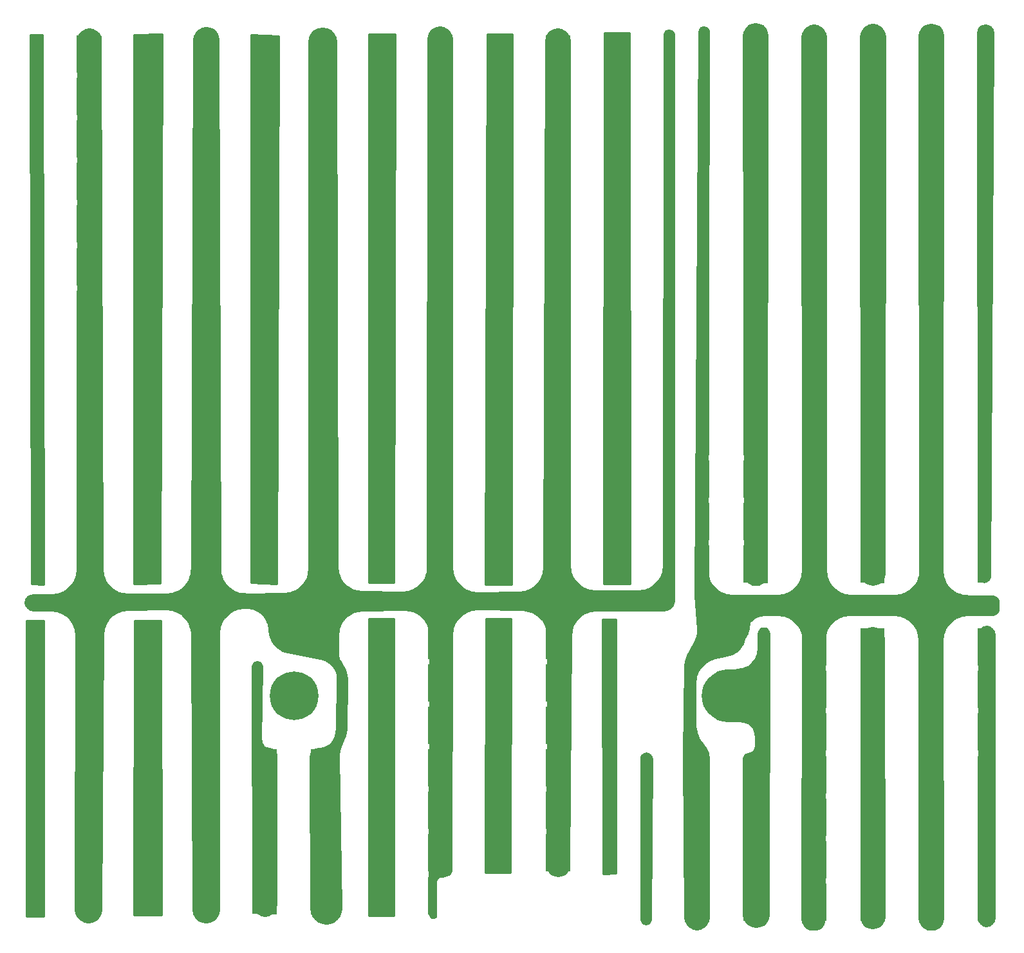
<source format=gbr>
G04 #@! TF.GenerationSoftware,KiCad,Pcbnew,(5.0.0)*
G04 #@! TF.CreationDate,2019-05-01T16:30:08-07:00*
G04 #@! TF.ProjectId,SSB Cap Board,5353422043617020426F6172642E6B69,rev?*
G04 #@! TF.SameCoordinates,Original*
G04 #@! TF.FileFunction,Copper,L1,Top,Signal*
G04 #@! TF.FilePolarity,Positive*
%FSLAX46Y46*%
G04 Gerber Fmt 4.6, Leading zero omitted, Abs format (unit mm)*
G04 Created by KiCad (PCBNEW (5.0.0)) date 05/01/19 16:30:08*
%MOMM*%
%LPD*%
G01*
G04 APERTURE LIST*
G04 #@! TA.AperFunction,SMDPad,CuDef*
%ADD10R,1.250000X5.000000*%
G04 #@! TD*
G04 #@! TA.AperFunction,ComponentPad*
%ADD11C,6.400000*%
G04 #@! TD*
G04 #@! TA.AperFunction,ComponentPad*
%ADD12C,0.800000*%
G04 #@! TD*
G04 #@! TA.AperFunction,ViaPad*
%ADD13C,0.889000*%
G04 #@! TD*
G04 #@! TA.AperFunction,Conductor*
%ADD14C,0.254000*%
G04 #@! TD*
G04 APERTURE END LIST*
D10*
G04 #@! TO.P,C864,1*
G04 #@! TO.N,/C2+*
X54395000Y25295000D03*
G04 #@! TO.P,C864,2*
G04 #@! TO.N,/C2-*
X48695000Y25295000D03*
G04 #@! TD*
G04 #@! TO.P,C849,1*
G04 #@! TO.N,/C2+*
X56405000Y25305000D03*
G04 #@! TO.P,C849,2*
G04 #@! TO.N,/C2-*
X62105000Y25305000D03*
G04 #@! TD*
G04 #@! TO.P,C846,1*
G04 #@! TO.N,/C2+*
X38995000Y25295000D03*
G04 #@! TO.P,C846,2*
G04 #@! TO.N,/C2-*
X33295000Y25295000D03*
G04 #@! TD*
G04 #@! TO.P,C967,1*
G04 #@! TO.N,/C2+*
X41005000Y25305000D03*
G04 #@! TO.P,C967,2*
G04 #@! TO.N,/C2-*
X46705000Y25305000D03*
G04 #@! TD*
G04 #@! TO.P,C343,1*
G04 #@! TO.N,/C1+*
X-41005000Y31795000D03*
G04 #@! TO.P,C343,2*
G04 #@! TO.N,/C1-*
X-46705000Y31795000D03*
G04 #@! TD*
G04 #@! TO.P,C337,1*
G04 #@! TO.N,/C1+*
X-8195000Y109005000D03*
G04 #@! TO.P,C337,2*
G04 #@! TO.N,/C1-*
X-2495000Y109005000D03*
G04 #@! TD*
G04 #@! TO.P,C1,1*
G04 #@! TO.N,/C1+*
X-41005000Y52995000D03*
G04 #@! TO.P,C1,2*
G04 #@! TO.N,/C1-*
X-46705000Y52995000D03*
G04 #@! TD*
G04 #@! TO.P,C326,1*
G04 #@! TO.N,/C1+*
X-10205000Y108995000D03*
G04 #@! TO.P,C326,2*
G04 #@! TO.N,/C1-*
X-15905000Y108995000D03*
G04 #@! TD*
G04 #@! TO.P,C273,1*
G04 #@! TO.N,/C1+*
X-54395000Y9405000D03*
G04 #@! TO.P,C273,2*
G04 #@! TO.N,/C1-*
X-48695000Y9405000D03*
G04 #@! TD*
G04 #@! TO.P,C264,1*
G04 #@! TO.N,/C1+*
X-8195000Y3805000D03*
G04 #@! TO.P,C264,2*
G04 #@! TO.N,/C1-*
X-2495000Y3805000D03*
G04 #@! TD*
G04 #@! TO.P,C262,1*
G04 #@! TO.N,/C1+*
X-56405000Y26195000D03*
G04 #@! TO.P,C262,2*
G04 #@! TO.N,/C1-*
X-62105000Y26195000D03*
G04 #@! TD*
G04 #@! TO.P,C261,1*
G04 #@! TO.N,/C1+*
X-54395000Y-1795000D03*
G04 #@! TO.P,C261,2*
G04 #@! TO.N,/C1-*
X-48695000Y-1795000D03*
G04 #@! TD*
G04 #@! TO.P,C260,1*
G04 #@! TO.N,/C1+*
X-25605000Y9395000D03*
G04 #@! TO.P,C260,2*
G04 #@! TO.N,/C1-*
X-31305000Y9395000D03*
G04 #@! TD*
G04 #@! TO.P,C259,1*
G04 #@! TO.N,/C1+*
X-40905000Y14995000D03*
G04 #@! TO.P,C259,2*
G04 #@! TO.N,/C1-*
X-46605000Y14995000D03*
G04 #@! TD*
G04 #@! TO.P,C258,1*
G04 #@! TO.N,/C1+*
X-38995000Y20605000D03*
G04 #@! TO.P,C258,2*
G04 #@! TO.N,/C1-*
X-33295000Y20605000D03*
G04 #@! TD*
G04 #@! TO.P,C257,1*
G04 #@! TO.N,/C1+*
X-23595000Y-1795000D03*
G04 #@! TO.P,C257,2*
G04 #@! TO.N,/C1-*
X-17895000Y-1795000D03*
G04 #@! TD*
G04 #@! TO.P,C255,1*
G04 #@! TO.N,/C1+*
X5295000Y108995000D03*
G04 #@! TO.P,C255,2*
G04 #@! TO.N,/C1-*
X-405000Y108995000D03*
G04 #@! TD*
G04 #@! TO.P,C314,1*
G04 #@! TO.N,/C1+*
X-56405000Y20595000D03*
G04 #@! TO.P,C314,2*
G04 #@! TO.N,/C1-*
X-62105000Y20595000D03*
G04 #@! TD*
G04 #@! TO.P,C266,1*
G04 #@! TO.N,/C1+*
X-54395000Y3805000D03*
G04 #@! TO.P,C266,2*
G04 #@! TO.N,/C1-*
X-48695000Y3805000D03*
G04 #@! TD*
G04 #@! TO.P,C265,1*
G04 #@! TO.N,/C1+*
X-25605000Y3795000D03*
G04 #@! TO.P,C265,2*
G04 #@! TO.N,/C1-*
X-31305000Y3795000D03*
G04 #@! TD*
G04 #@! TO.P,C311,1*
G04 #@! TO.N,/C1+*
X-40905000Y9395000D03*
G04 #@! TO.P,C311,2*
G04 #@! TO.N,/C1-*
X-46605000Y9395000D03*
G04 #@! TD*
G04 #@! TO.P,C310,1*
G04 #@! TO.N,/C1+*
X-38995000Y26205000D03*
G04 #@! TO.P,C310,2*
G04 #@! TO.N,/C1-*
X-33295000Y26205000D03*
G04 #@! TD*
G04 #@! TO.P,C309,1*
G04 #@! TO.N,/C1+*
X-23595000Y3805000D03*
G04 #@! TO.P,C309,2*
G04 #@! TO.N,/C1-*
X-17895000Y3805000D03*
G04 #@! TD*
G04 #@! TO.P,C308,1*
G04 #@! TO.N,/C1+*
X-56405000Y86595000D03*
G04 #@! TO.P,C308,2*
G04 #@! TO.N,/C1-*
X-62105000Y86595000D03*
G04 #@! TD*
G04 #@! TO.P,C304,1*
G04 #@! TO.N,/C1+*
X-56405000Y14995000D03*
G04 #@! TO.P,C304,2*
G04 #@! TO.N,/C1-*
X-62105000Y14995000D03*
G04 #@! TD*
G04 #@! TO.P,C303,1*
G04 #@! TO.N,/C1+*
X-23595000Y109005000D03*
G04 #@! TO.P,C303,2*
G04 #@! TO.N,/C1-*
X-17895000Y109005000D03*
G04 #@! TD*
G04 #@! TO.P,C302,1*
G04 #@! TO.N,/C1+*
X-25605000Y-1805000D03*
G04 #@! TO.P,C302,2*
G04 #@! TO.N,/C1-*
X-31305000Y-1805000D03*
G04 #@! TD*
G04 #@! TO.P,C301,1*
G04 #@! TO.N,/C1+*
X-40905000Y3795000D03*
G04 #@! TO.P,C301,2*
G04 #@! TO.N,/C1-*
X-46605000Y3795000D03*
G04 #@! TD*
G04 #@! TO.P,C283,1*
G04 #@! TO.N,/C1+*
X-38995000Y-1795000D03*
G04 #@! TO.P,C283,2*
G04 #@! TO.N,/C1-*
X-33295000Y-1795000D03*
G04 #@! TD*
G04 #@! TO.P,C282,1*
G04 #@! TO.N,/C1+*
X-56405000Y80995000D03*
G04 #@! TO.P,C282,2*
G04 #@! TO.N,/C1-*
X-62105000Y80995000D03*
G04 #@! TD*
G04 #@! TO.P,C295,1*
G04 #@! TO.N,/C1+*
X-56405000Y9395000D03*
G04 #@! TO.P,C295,2*
G04 #@! TO.N,/C1-*
X-62105000Y9395000D03*
G04 #@! TD*
G04 #@! TO.P,C294,1*
G04 #@! TO.N,/C1+*
X-54395000Y15005000D03*
G04 #@! TO.P,C294,2*
G04 #@! TO.N,/C1-*
X-48695000Y15005000D03*
G04 #@! TD*
G04 #@! TO.P,C293,1*
G04 #@! TO.N,/C1+*
X-23595000Y9405000D03*
G04 #@! TO.P,C293,2*
G04 #@! TO.N,/C1-*
X-17895000Y9405000D03*
G04 #@! TD*
G04 #@! TO.P,C292,1*
G04 #@! TO.N,/C1+*
X-10205000Y31795000D03*
G04 #@! TO.P,C292,2*
G04 #@! TO.N,/C1-*
X-15905000Y31795000D03*
G04 #@! TD*
G04 #@! TO.P,C289,1*
G04 #@! TO.N,/C1+*
X-56405000Y75395000D03*
G04 #@! TO.P,C289,2*
G04 #@! TO.N,/C1-*
X-62105000Y75395000D03*
G04 #@! TD*
G04 #@! TO.P,C287,1*
G04 #@! TO.N,/C1+*
X-56405000Y3795000D03*
G04 #@! TO.P,C287,2*
G04 #@! TO.N,/C1-*
X-62105000Y3795000D03*
G04 #@! TD*
G04 #@! TO.P,C286,1*
G04 #@! TO.N,/C1+*
X-54395000Y20605000D03*
G04 #@! TO.P,C286,2*
G04 #@! TO.N,/C1-*
X-48695000Y20605000D03*
G04 #@! TD*
G04 #@! TO.P,C285,1*
G04 #@! TO.N,/C1+*
X-23595000Y15105000D03*
G04 #@! TO.P,C285,2*
G04 #@! TO.N,/C1-*
X-17895000Y15105000D03*
G04 #@! TD*
G04 #@! TO.P,C284,1*
G04 #@! TO.N,/C1+*
X-10211000Y26195000D03*
G04 #@! TO.P,C284,2*
G04 #@! TO.N,/C1-*
X-15911000Y26195000D03*
G04 #@! TD*
G04 #@! TO.P,C299,1*
G04 #@! TO.N,/C1+*
X-8195000Y9405000D03*
G04 #@! TO.P,C299,2*
G04 #@! TO.N,/C1-*
X-2495000Y9405000D03*
G04 #@! TD*
G04 #@! TO.P,C298,1*
G04 #@! TO.N,/C1+*
X7305000Y3805000D03*
G04 #@! TO.P,C298,2*
G04 #@! TO.N,/C1-*
X13005000Y3805000D03*
G04 #@! TD*
G04 #@! TO.P,C281,1*
G04 #@! TO.N,/C1+*
X-56405000Y69795000D03*
G04 #@! TO.P,C281,2*
G04 #@! TO.N,/C1-*
X-62105000Y69795000D03*
G04 #@! TD*
G04 #@! TO.P,C296,1*
G04 #@! TO.N,/C1+*
X-56405000Y-1805000D03*
G04 #@! TO.P,C296,2*
G04 #@! TO.N,/C1-*
X-62105000Y-1805000D03*
G04 #@! TD*
G04 #@! TO.P,C377,1*
G04 #@! TO.N,/C1+*
X-54395000Y26205000D03*
G04 #@! TO.P,C377,2*
G04 #@! TO.N,/C1-*
X-48695000Y26205000D03*
G04 #@! TD*
G04 #@! TO.P,C399,1*
G04 #@! TO.N,/C1+*
X-10205000Y20595000D03*
G04 #@! TO.P,C399,2*
G04 #@! TO.N,/C1-*
X-15905000Y20595000D03*
G04 #@! TD*
G04 #@! TO.P,C398,1*
G04 #@! TO.N,/C1+*
X-8195000Y15005000D03*
G04 #@! TO.P,C398,2*
G04 #@! TO.N,/C1-*
X-2495000Y15005000D03*
G04 #@! TD*
G04 #@! TO.P,C397,1*
G04 #@! TO.N,/C1+*
X7305000Y9405000D03*
G04 #@! TO.P,C397,2*
G04 #@! TO.N,/C1-*
X13005000Y9405000D03*
G04 #@! TD*
G04 #@! TO.P,C396,1*
G04 #@! TO.N,/C1+*
X-56405000Y64195000D03*
G04 #@! TO.P,C396,2*
G04 #@! TO.N,/C1-*
X-62105000Y64195000D03*
G04 #@! TD*
G04 #@! TO.P,C395,1*
G04 #@! TO.N,/C1+*
X-54395000Y31805000D03*
G04 #@! TO.P,C395,2*
G04 #@! TO.N,/C1-*
X-48695000Y31805000D03*
G04 #@! TD*
G04 #@! TO.P,C390,1*
G04 #@! TO.N,/C1+*
X-10205000Y14995000D03*
G04 #@! TO.P,C390,2*
G04 #@! TO.N,/C1-*
X-15905000Y14995000D03*
G04 #@! TD*
G04 #@! TO.P,C389,1*
G04 #@! TO.N,/C1+*
X-8195000Y20605000D03*
G04 #@! TO.P,C389,2*
G04 #@! TO.N,/C1-*
X-2495000Y20605000D03*
G04 #@! TD*
G04 #@! TO.P,C388,1*
G04 #@! TO.N,/C1+*
X7305000Y15005000D03*
G04 #@! TO.P,C388,2*
G04 #@! TO.N,/C1-*
X13005000Y15005000D03*
G04 #@! TD*
G04 #@! TO.P,C387,1*
G04 #@! TO.N,/C1+*
X-56405000Y58595000D03*
G04 #@! TO.P,C387,2*
G04 #@! TO.N,/C1-*
X-62105000Y58595000D03*
G04 #@! TD*
G04 #@! TO.P,C386,1*
G04 #@! TO.N,/C1+*
X-23504500Y31741500D03*
G04 #@! TO.P,C386,2*
G04 #@! TO.N,/C1-*
X-17804500Y31741500D03*
G04 #@! TD*
G04 #@! TO.P,C385,1*
G04 #@! TO.N,/C1+*
X-10205000Y9395000D03*
G04 #@! TO.P,C385,2*
G04 #@! TO.N,/C1-*
X-15905000Y9395000D03*
G04 #@! TD*
G04 #@! TO.P,C384,1*
G04 #@! TO.N,/C1+*
X-8195000Y26205000D03*
G04 #@! TO.P,C384,2*
G04 #@! TO.N,/C1-*
X-2495000Y26205000D03*
G04 #@! TD*
G04 #@! TO.P,C383,1*
G04 #@! TO.N,/C1+*
X7305000Y20605000D03*
G04 #@! TO.P,C383,2*
G04 #@! TO.N,/C1-*
X13005000Y20605000D03*
G04 #@! TD*
G04 #@! TO.P,C382,1*
G04 #@! TO.N,/C1+*
X-56405000Y52995000D03*
G04 #@! TO.P,C382,2*
G04 #@! TO.N,/C1-*
X-62105000Y52995000D03*
G04 #@! TD*
G04 #@! TO.P,C381,1*
G04 #@! TO.N,/C1+*
X-10205000Y3795000D03*
G04 #@! TO.P,C381,2*
G04 #@! TO.N,/C1-*
X-15905000Y3795000D03*
G04 #@! TD*
G04 #@! TO.P,C380,1*
G04 #@! TO.N,/C1+*
X-8195000Y31805000D03*
G04 #@! TO.P,C380,2*
G04 #@! TO.N,/C1-*
X-2495000Y31805000D03*
G04 #@! TD*
G04 #@! TO.P,C379,1*
G04 #@! TO.N,/C1+*
X7305000Y26205000D03*
G04 #@! TO.P,C379,2*
G04 #@! TO.N,/C1-*
X13005000Y26205000D03*
G04 #@! TD*
G04 #@! TO.P,C378,1*
G04 #@! TO.N,/C1+*
X-56405000Y47395000D03*
G04 #@! TO.P,C378,2*
G04 #@! TO.N,/C1-*
X-62105000Y47395000D03*
G04 #@! TD*
G04 #@! TO.P,C392,1*
G04 #@! TO.N,/C1+*
X7305000Y31805000D03*
G04 #@! TO.P,C392,2*
G04 #@! TO.N,/C1-*
X13005000Y31805000D03*
G04 #@! TD*
G04 #@! TO.P,C93,1*
G04 #@! TO.N,/C1+*
X-25605000Y58595000D03*
G04 #@! TO.P,C93,2*
G04 #@! TO.N,/C1-*
X-31305000Y58595000D03*
G04 #@! TD*
G04 #@! TO.P,C92,1*
G04 #@! TO.N,/C1+*
X-38895000Y92205000D03*
G04 #@! TO.P,C92,2*
G04 #@! TO.N,/C1-*
X-33195000Y92205000D03*
G04 #@! TD*
G04 #@! TO.P,C91,1*
G04 #@! TO.N,/C1+*
X-41005000Y47395000D03*
G04 #@! TO.P,C91,2*
G04 #@! TO.N,/C1-*
X-46705000Y47395000D03*
G04 #@! TD*
G04 #@! TO.P,C90,1*
G04 #@! TO.N,/C1+*
X-54395000Y103405000D03*
G04 #@! TO.P,C90,2*
G04 #@! TO.N,/C1-*
X-48695000Y103405000D03*
G04 #@! TD*
G04 #@! TO.P,C89,1*
G04 #@! TO.N,/C1+*
X-23595000Y47405000D03*
G04 #@! TO.P,C89,2*
G04 #@! TO.N,/C1-*
X-17895000Y47405000D03*
G04 #@! TD*
G04 #@! TO.P,C88,1*
G04 #@! TO.N,/C1+*
X-10205000Y92195000D03*
G04 #@! TO.P,C88,2*
G04 #@! TO.N,/C1-*
X-15905000Y92195000D03*
G04 #@! TD*
G04 #@! TO.P,C87,1*
G04 #@! TO.N,/C1+*
X-8195000Y58605000D03*
G04 #@! TO.P,C87,2*
G04 #@! TO.N,/C1-*
X-2495000Y58605000D03*
G04 #@! TD*
G04 #@! TO.P,C86,1*
G04 #@! TO.N,/C1+*
X5295000Y80995000D03*
G04 #@! TO.P,C86,2*
G04 #@! TO.N,/C1-*
X-405000Y80995000D03*
G04 #@! TD*
G04 #@! TO.P,C85,1*
G04 #@! TO.N,/C1+*
X7305000Y69805000D03*
G04 #@! TO.P,C85,2*
G04 #@! TO.N,/C1-*
X13005000Y69805000D03*
G04 #@! TD*
G04 #@! TO.P,C84,1*
G04 #@! TO.N,/C1+*
X20795000Y69795000D03*
G04 #@! TO.P,C84,2*
G04 #@! TO.N,/C1-*
X15095000Y69795000D03*
G04 #@! TD*
G04 #@! TO.P,C83,1*
G04 #@! TO.N,/C1+*
X-25605000Y64195000D03*
G04 #@! TO.P,C83,2*
G04 #@! TO.N,/C1-*
X-31305000Y64195000D03*
G04 #@! TD*
G04 #@! TO.P,C82,1*
G04 #@! TO.N,/C1+*
X-38895000Y86605000D03*
G04 #@! TO.P,C82,2*
G04 #@! TO.N,/C1-*
X-33195000Y86605000D03*
G04 #@! TD*
G04 #@! TO.P,C81,1*
G04 #@! TO.N,/C1+*
X-38895000Y81005000D03*
G04 #@! TO.P,C81,2*
G04 #@! TO.N,/C1-*
X-33195000Y81005000D03*
G04 #@! TD*
G04 #@! TO.P,C80,1*
G04 #@! TO.N,/C1+*
X20795000Y64195000D03*
G04 #@! TO.P,C80,2*
G04 #@! TO.N,/C1-*
X15095000Y64195000D03*
G04 #@! TD*
G04 #@! TO.P,C251,1*
G04 #@! TO.N,/C1+*
X-38995000Y3805000D03*
G04 #@! TO.P,C251,2*
G04 #@! TO.N,/C1-*
X-33295000Y3805000D03*
G04 #@! TD*
G04 #@! TO.P,C78,1*
G04 #@! TO.N,/C1+*
X-25605000Y69795000D03*
G04 #@! TO.P,C78,2*
G04 #@! TO.N,/C1-*
X-31305000Y69795000D03*
G04 #@! TD*
G04 #@! TO.P,C77,1*
G04 #@! TO.N,/C1+*
X20795000Y75395000D03*
G04 #@! TO.P,C77,2*
G04 #@! TO.N,/C1-*
X15095000Y75395000D03*
G04 #@! TD*
G04 #@! TO.P,C76,1*
G04 #@! TO.N,/C1+*
X7305000Y64205000D03*
G04 #@! TO.P,C76,2*
G04 #@! TO.N,/C1-*
X13005000Y64205000D03*
G04 #@! TD*
G04 #@! TO.P,C75,1*
G04 #@! TO.N,/C1+*
X-41005000Y58595000D03*
G04 #@! TO.P,C75,2*
G04 #@! TO.N,/C1-*
X-46705000Y58595000D03*
G04 #@! TD*
G04 #@! TO.P,C74,1*
G04 #@! TO.N,/C1+*
X5295000Y86595000D03*
G04 #@! TO.P,C74,2*
G04 #@! TO.N,/C1-*
X-405000Y86595000D03*
G04 #@! TD*
G04 #@! TO.P,C73,1*
G04 #@! TO.N,/C1+*
X-8195000Y53005000D03*
G04 #@! TO.P,C73,2*
G04 #@! TO.N,/C1-*
X-2495000Y53005000D03*
G04 #@! TD*
G04 #@! TO.P,C72,1*
G04 #@! TO.N,/C1+*
X-10205000Y97795000D03*
G04 #@! TO.P,C72,2*
G04 #@! TO.N,/C1-*
X-15905000Y97795000D03*
G04 #@! TD*
G04 #@! TO.P,C71,1*
G04 #@! TO.N,/C1+*
X5295000Y3795000D03*
G04 #@! TO.P,C71,2*
G04 #@! TO.N,/C1-*
X-405000Y3795000D03*
G04 #@! TD*
G04 #@! TO.P,C70,1*
G04 #@! TO.N,/C1+*
X-54395000Y97805000D03*
G04 #@! TO.P,C70,2*
G04 #@! TO.N,/C1-*
X-48695000Y97805000D03*
G04 #@! TD*
G04 #@! TO.P,C68,1*
G04 #@! TO.N,/C1+*
X-23595000Y41805000D03*
G04 #@! TO.P,C68,2*
G04 #@! TO.N,/C1-*
X-17895000Y41805000D03*
G04 #@! TD*
G04 #@! TO.P,C252,1*
G04 #@! TO.N,/C1+*
X-56405000Y41795000D03*
G04 #@! TO.P,C252,2*
G04 #@! TO.N,/C1-*
X-62105000Y41795000D03*
G04 #@! TD*
G04 #@! TO.P,C120,1*
G04 #@! TO.N,/C1+*
X-41005000Y108995000D03*
G04 #@! TO.P,C120,2*
G04 #@! TO.N,/C1-*
X-46705000Y108995000D03*
G04 #@! TD*
G04 #@! TO.P,C119,1*
G04 #@! TO.N,/C1+*
X-56405000Y103395000D03*
G04 #@! TO.P,C119,2*
G04 #@! TO.N,/C1-*
X-62105000Y103395000D03*
G04 #@! TD*
G04 #@! TO.P,C118,1*
G04 #@! TO.N,/C1+*
X-54395000Y69805000D03*
G04 #@! TO.P,C118,2*
G04 #@! TO.N,/C1-*
X-48695000Y69805000D03*
G04 #@! TD*
G04 #@! TO.P,C108,1*
G04 #@! TO.N,/C1+*
X5295000Y31795000D03*
G04 #@! TO.P,C108,2*
G04 #@! TO.N,/C1-*
X-405000Y31795000D03*
G04 #@! TD*
G04 #@! TO.P,C106,1*
G04 #@! TO.N,/C1+*
X-41005000Y103395000D03*
G04 #@! TO.P,C106,2*
G04 #@! TO.N,/C1-*
X-46705000Y103395000D03*
G04 #@! TD*
G04 #@! TO.P,C105,1*
G04 #@! TO.N,/C1+*
X-56405000Y92195000D03*
G04 #@! TO.P,C105,2*
G04 #@! TO.N,/C1-*
X-62105000Y92195000D03*
G04 #@! TD*
G04 #@! TO.P,C97,1*
G04 #@! TO.N,/C1+*
X-38895000Y109005000D03*
G04 #@! TO.P,C97,2*
G04 #@! TO.N,/C1-*
X-33195000Y109005000D03*
G04 #@! TD*
G04 #@! TO.P,C96,1*
G04 #@! TO.N,/C1+*
X-41005000Y97795000D03*
G04 #@! TO.P,C96,2*
G04 #@! TO.N,/C1-*
X-46705000Y97795000D03*
G04 #@! TD*
G04 #@! TO.P,C95,1*
G04 #@! TO.N,/C1+*
X-54395000Y47405000D03*
G04 #@! TO.P,C95,2*
G04 #@! TO.N,/C1-*
X-48695000Y47405000D03*
G04 #@! TD*
G04 #@! TO.P,C110,1*
G04 #@! TO.N,/C1+*
X-25605000Y108995000D03*
G04 #@! TO.P,C110,2*
G04 #@! TO.N,/C1-*
X-31305000Y108995000D03*
G04 #@! TD*
G04 #@! TO.P,C23,1*
G04 #@! TO.N,/C1+*
X20795000Y108995000D03*
G04 #@! TO.P,C23,2*
G04 #@! TO.N,/C1-*
X15095000Y108995000D03*
G04 #@! TD*
G04 #@! TO.P,C22,1*
G04 #@! TO.N,/C1+*
X-54395000Y53005000D03*
G04 #@! TO.P,C22,2*
G04 #@! TO.N,/C1-*
X-48695000Y53005000D03*
G04 #@! TD*
G04 #@! TO.P,C16,1*
G04 #@! TO.N,/C1+*
X-54395000Y58605000D03*
G04 #@! TO.P,C16,2*
G04 #@! TO.N,/C1-*
X-48695000Y58605000D03*
G04 #@! TD*
G04 #@! TO.P,C62,1*
G04 #@! TO.N,/C1+*
X-41005000Y92195000D03*
G04 #@! TO.P,C62,2*
G04 #@! TO.N,/C1-*
X-46705000Y92195000D03*
G04 #@! TD*
G04 #@! TO.P,C2,1*
G04 #@! TO.N,/C1+*
X-38995000Y47405000D03*
G04 #@! TO.P,C2,2*
G04 #@! TO.N,/C1-*
X-33295000Y47405000D03*
G04 #@! TD*
G04 #@! TO.P,C3,1*
G04 #@! TO.N,/C1+*
X20795000Y103395000D03*
G04 #@! TO.P,C3,2*
G04 #@! TO.N,/C1-*
X15095000Y103395000D03*
G04 #@! TD*
G04 #@! TO.P,C4,1*
G04 #@! TO.N,/C1+*
X-25605000Y103395000D03*
G04 #@! TO.P,C4,2*
G04 #@! TO.N,/C1-*
X-31305000Y103395000D03*
G04 #@! TD*
G04 #@! TO.P,C10,1*
G04 #@! TO.N,/C1+*
X-10205000Y-1805000D03*
G04 #@! TO.P,C10,2*
G04 #@! TO.N,/C1-*
X-15905000Y-1805000D03*
G04 #@! TD*
G04 #@! TO.P,C11,1*
G04 #@! TO.N,/C1+*
X-54395000Y64205000D03*
G04 #@! TO.P,C11,2*
G04 #@! TO.N,/C1-*
X-48695000Y64205000D03*
G04 #@! TD*
G04 #@! TO.P,C12,1*
G04 #@! TO.N,/C1+*
X-41005000Y86595000D03*
G04 #@! TO.P,C12,2*
G04 #@! TO.N,/C1-*
X-46705000Y86595000D03*
G04 #@! TD*
G04 #@! TO.P,C13,1*
G04 #@! TO.N,/C1+*
X-38995000Y53005000D03*
G04 #@! TO.P,C13,2*
G04 #@! TO.N,/C1-*
X-33295000Y53005000D03*
G04 #@! TD*
G04 #@! TO.P,C14,1*
G04 #@! TO.N,/C1+*
X-25605000Y97795000D03*
G04 #@! TO.P,C14,2*
G04 #@! TO.N,/C1-*
X-31305000Y97795000D03*
G04 #@! TD*
G04 #@! TO.P,C15,1*
G04 #@! TO.N,/C1+*
X-54395000Y75405000D03*
G04 #@! TO.P,C15,2*
G04 #@! TO.N,/C1-*
X-48695000Y75405000D03*
G04 #@! TD*
G04 #@! TO.P,C31,1*
G04 #@! TO.N,/C1+*
X-41005000Y80995000D03*
G04 #@! TO.P,C31,2*
G04 #@! TO.N,/C1-*
X-46705000Y80995000D03*
G04 #@! TD*
G04 #@! TO.P,C61,1*
G04 #@! TO.N,/C1+*
X-38995000Y58605000D03*
G04 #@! TO.P,C61,2*
G04 #@! TO.N,/C1-*
X-33295000Y58605000D03*
G04 #@! TD*
G04 #@! TO.P,C60,1*
G04 #@! TO.N,/C1+*
X-25605000Y92195000D03*
G04 #@! TO.P,C60,2*
G04 #@! TO.N,/C1-*
X-31305000Y92195000D03*
G04 #@! TD*
G04 #@! TO.P,C59,1*
G04 #@! TO.N,/C1+*
X20795000Y97795000D03*
G04 #@! TO.P,C59,2*
G04 #@! TO.N,/C1-*
X15095000Y97795000D03*
G04 #@! TD*
G04 #@! TO.P,C53,1*
G04 #@! TO.N,/C1+*
X5295000Y26195000D03*
G04 #@! TO.P,C53,2*
G04 #@! TO.N,/C1-*
X-405000Y26195000D03*
G04 #@! TD*
G04 #@! TO.P,C51,1*
G04 #@! TO.N,/C1+*
X-41005000Y75395000D03*
G04 #@! TO.P,C51,2*
G04 #@! TO.N,/C1-*
X-46705000Y75395000D03*
G04 #@! TD*
G04 #@! TO.P,C50,1*
G04 #@! TO.N,/C1+*
X-38995000Y64205000D03*
G04 #@! TO.P,C50,2*
G04 #@! TO.N,/C1-*
X-33295000Y64205000D03*
G04 #@! TD*
G04 #@! TO.P,C49,1*
G04 #@! TO.N,/C1+*
X-25605000Y86595000D03*
G04 #@! TO.P,C49,2*
G04 #@! TO.N,/C1-*
X-31305000Y86595000D03*
G04 #@! TD*
G04 #@! TO.P,C63,1*
G04 #@! TO.N,/C1+*
X20795000Y92195000D03*
G04 #@! TO.P,C63,2*
G04 #@! TO.N,/C1-*
X15095000Y92195000D03*
G04 #@! TD*
G04 #@! TO.P,C47,1*
G04 #@! TO.N,/C1+*
X7305000Y47405000D03*
G04 #@! TO.P,C47,2*
G04 #@! TO.N,/C1-*
X13005000Y47405000D03*
G04 #@! TD*
G04 #@! TO.P,C45,1*
G04 #@! TO.N,/C1+*
X5295000Y103395000D03*
G04 #@! TO.P,C45,2*
G04 #@! TO.N,/C1-*
X-405000Y103395000D03*
G04 #@! TD*
G04 #@! TO.P,C44,1*
G04 #@! TO.N,/C1+*
X7305000Y41805000D03*
G04 #@! TO.P,C44,2*
G04 #@! TO.N,/C1-*
X13005000Y41805000D03*
G04 #@! TD*
G04 #@! TO.P,C43,1*
G04 #@! TO.N,/C1+*
X-38995000Y41805000D03*
G04 #@! TO.P,C43,2*
G04 #@! TO.N,/C1-*
X-33295000Y41805000D03*
G04 #@! TD*
G04 #@! TO.P,C41,1*
G04 #@! TO.N,/C1+*
X-8195000Y41805000D03*
G04 #@! TO.P,C41,2*
G04 #@! TO.N,/C1-*
X-2495000Y41805000D03*
G04 #@! TD*
G04 #@! TO.P,C40,1*
G04 #@! TO.N,/C1+*
X-10205000Y103395000D03*
G04 #@! TO.P,C40,2*
G04 #@! TO.N,/C1-*
X-15905000Y103395000D03*
G04 #@! TD*
G04 #@! TO.P,C39,1*
G04 #@! TO.N,/C1+*
X5295000Y9395000D03*
G04 #@! TO.P,C39,2*
G04 #@! TO.N,/C1-*
X-405000Y9395000D03*
G04 #@! TD*
G04 #@! TO.P,C38,1*
G04 #@! TO.N,/C1+*
X-8195000Y69805000D03*
G04 #@! TO.P,C38,2*
G04 #@! TO.N,/C1-*
X-2495000Y69805000D03*
G04 #@! TD*
G04 #@! TO.P,C37,1*
G04 #@! TO.N,/C1+*
X5295000Y58595000D03*
G04 #@! TO.P,C37,2*
G04 #@! TO.N,/C1-*
X-405000Y58595000D03*
G04 #@! TD*
G04 #@! TO.P,C36,1*
G04 #@! TO.N,/C1+*
X-8195000Y81005000D03*
G04 #@! TO.P,C36,2*
G04 #@! TO.N,/C1-*
X-2495000Y81005000D03*
G04 #@! TD*
G04 #@! TO.P,C35,1*
G04 #@! TO.N,/C1+*
X-10205000Y69795000D03*
G04 #@! TO.P,C35,2*
G04 #@! TO.N,/C1-*
X-15905000Y69795000D03*
G04 #@! TD*
G04 #@! TO.P,C34,1*
G04 #@! TO.N,/C1+*
X-23595000Y69805000D03*
G04 #@! TO.P,C34,2*
G04 #@! TO.N,/C1-*
X-17895000Y69805000D03*
G04 #@! TD*
G04 #@! TO.P,C94,1*
G04 #@! TO.N,/C1+*
X20795000Y41795000D03*
G04 #@! TO.P,C94,2*
G04 #@! TO.N,/C1-*
X15095000Y41795000D03*
G04 #@! TD*
G04 #@! TO.P,C32,1*
G04 #@! TO.N,/C1+*
X7305000Y97805000D03*
G04 #@! TO.P,C32,2*
G04 #@! TO.N,/C1-*
X13005000Y97805000D03*
G04 #@! TD*
G04 #@! TO.P,C33,1*
G04 #@! TO.N,/C1+*
X5295000Y52995000D03*
G04 #@! TO.P,C33,2*
G04 #@! TO.N,/C1-*
X-405000Y52995000D03*
G04 #@! TD*
G04 #@! TO.P,C46,1*
G04 #@! TO.N,/C1+*
X-23595000Y86605000D03*
G04 #@! TO.P,C46,2*
G04 #@! TO.N,/C1-*
X-17895000Y86605000D03*
G04 #@! TD*
G04 #@! TO.P,C215,1*
G04 #@! TO.N,/C1+*
X-40905000Y-1805000D03*
G04 #@! TO.P,C215,2*
G04 #@! TO.N,/C1-*
X-46605000Y-1805000D03*
G04 #@! TD*
G04 #@! TO.P,C213,1*
G04 #@! TO.N,/C1+*
X-38995000Y15005000D03*
G04 #@! TO.P,C213,2*
G04 #@! TO.N,/C1-*
X-33295000Y15005000D03*
G04 #@! TD*
G04 #@! TO.P,C212,1*
G04 #@! TO.N,/C1+*
X-41005000Y20595000D03*
G04 #@! TO.P,C212,2*
G04 #@! TO.N,/C1-*
X-46705000Y20595000D03*
G04 #@! TD*
G04 #@! TO.P,C211,1*
G04 #@! TO.N,/C1+*
X-25605000Y14995000D03*
G04 #@! TO.P,C211,2*
G04 #@! TO.N,/C1-*
X-31305000Y14995000D03*
G04 #@! TD*
G04 #@! TO.P,C209,1*
G04 #@! TO.N,/C1+*
X-56405000Y31795000D03*
G04 #@! TO.P,C209,2*
G04 #@! TO.N,/C1-*
X-62105000Y31795000D03*
G04 #@! TD*
G04 #@! TO.P,C125,1*
G04 #@! TO.N,/C1+*
X-10205000Y64195000D03*
G04 #@! TO.P,C125,2*
G04 #@! TO.N,/C1-*
X-15905000Y64195000D03*
G04 #@! TD*
G04 #@! TO.P,C203,1*
G04 #@! TO.N,/C1+*
X-38995000Y9405000D03*
G04 #@! TO.P,C203,2*
G04 #@! TO.N,/C1-*
X-33295000Y9405000D03*
G04 #@! TD*
G04 #@! TO.P,C201,1*
G04 #@! TO.N,/C1+*
X-41005000Y26195000D03*
G04 #@! TO.P,C201,2*
G04 #@! TO.N,/C1-*
X-46705000Y26195000D03*
G04 #@! TD*
G04 #@! TO.P,C200,1*
G04 #@! TO.N,/C1+*
X-23595000Y75405000D03*
G04 #@! TO.P,C200,2*
G04 #@! TO.N,/C1-*
X-17895000Y75405000D03*
G04 #@! TD*
G04 #@! TO.P,C199,1*
G04 #@! TO.N,/C1+*
X7305000Y103405000D03*
G04 #@! TO.P,C199,2*
G04 #@! TO.N,/C1-*
X13005000Y103405000D03*
G04 #@! TD*
G04 #@! TO.P,C198,1*
G04 #@! TO.N,/C1+*
X-23595000Y103405000D03*
G04 #@! TO.P,C198,2*
G04 #@! TO.N,/C1-*
X-17895000Y103405000D03*
G04 #@! TD*
G04 #@! TO.P,C197,1*
G04 #@! TO.N,/C1+*
X-8195000Y92205000D03*
G04 #@! TO.P,C197,2*
G04 #@! TO.N,/C1-*
X-2495000Y92205000D03*
G04 #@! TD*
G04 #@! TO.P,C196,1*
G04 #@! TO.N,/C1+*
X-10205000Y58595000D03*
G04 #@! TO.P,C196,2*
G04 #@! TO.N,/C1-*
X-15905000Y58595000D03*
G04 #@! TD*
G04 #@! TO.P,C195,1*
G04 #@! TO.N,/C1+*
X-23595000Y81005000D03*
G04 #@! TO.P,C195,2*
G04 #@! TO.N,/C1-*
X-17895000Y81005000D03*
G04 #@! TD*
G04 #@! TO.P,C194,1*
G04 #@! TO.N,/C1+*
X5295000Y41795000D03*
G04 #@! TO.P,C194,2*
G04 #@! TO.N,/C1-*
X-405000Y41795000D03*
G04 #@! TD*
G04 #@! TO.P,C193,1*
G04 #@! TO.N,/C1+*
X-8195000Y97805000D03*
G04 #@! TO.P,C193,2*
G04 #@! TO.N,/C1-*
X-2495000Y97805000D03*
G04 #@! TD*
G04 #@! TO.P,C192,1*
G04 #@! TO.N,/C1+*
X-10205000Y52995000D03*
G04 #@! TO.P,C192,2*
G04 #@! TO.N,/C1-*
X-15905000Y52995000D03*
G04 #@! TD*
G04 #@! TO.P,C191,1*
G04 #@! TO.N,/C1+*
X-8195000Y86605000D03*
G04 #@! TO.P,C191,2*
G04 #@! TO.N,/C1-*
X-2495000Y86605000D03*
G04 #@! TD*
G04 #@! TO.P,C190,1*
G04 #@! TO.N,/C1+*
X5295000Y20595000D03*
G04 #@! TO.P,C190,2*
G04 #@! TO.N,/C1-*
X-405000Y20595000D03*
G04 #@! TD*
G04 #@! TO.P,C126,1*
G04 #@! TO.N,/C1+*
X-54395000Y81005000D03*
G04 #@! TO.P,C126,2*
G04 #@! TO.N,/C1-*
X-48695000Y81005000D03*
G04 #@! TD*
G04 #@! TO.P,C48,1*
G04 #@! TO.N,/C1+*
X-41005000Y69795000D03*
G04 #@! TO.P,C48,2*
G04 #@! TO.N,/C1-*
X-46705000Y69795000D03*
G04 #@! TD*
G04 #@! TO.P,C155,1*
G04 #@! TO.N,/C1+*
X-25605000Y80995000D03*
G04 #@! TO.P,C155,2*
G04 #@! TO.N,/C1-*
X-31305000Y80995000D03*
G04 #@! TD*
G04 #@! TO.P,C154,1*
G04 #@! TO.N,/C1+*
X20795000Y86595000D03*
G04 #@! TO.P,C154,2*
G04 #@! TO.N,/C1-*
X15095000Y86595000D03*
G04 #@! TD*
G04 #@! TO.P,C153,1*
G04 #@! TO.N,/C1+*
X7305000Y53005000D03*
G04 #@! TO.P,C153,2*
G04 #@! TO.N,/C1-*
X13005000Y53005000D03*
G04 #@! TD*
G04 #@! TO.P,C152,1*
G04 #@! TO.N,/C1+*
X5295000Y97795000D03*
G04 #@! TO.P,C152,2*
G04 #@! TO.N,/C1-*
X-405000Y97795000D03*
G04 #@! TD*
G04 #@! TO.P,C149,1*
G04 #@! TO.N,/C1+*
X-54395000Y92205000D03*
G04 #@! TO.P,C149,2*
G04 #@! TO.N,/C1-*
X-48695000Y92205000D03*
G04 #@! TD*
G04 #@! TO.P,C148,1*
G04 #@! TO.N,/C1+*
X5295000Y14995000D03*
G04 #@! TO.P,C148,2*
G04 #@! TO.N,/C1-*
X-405000Y14995000D03*
G04 #@! TD*
G04 #@! TO.P,C147,1*
G04 #@! TO.N,/C1+*
X-54395000Y86605000D03*
G04 #@! TO.P,C147,2*
G04 #@! TO.N,/C1-*
X-48695000Y86605000D03*
G04 #@! TD*
G04 #@! TO.P,C146,1*
G04 #@! TO.N,/C1+*
X-41005000Y64195000D03*
G04 #@! TO.P,C146,2*
G04 #@! TO.N,/C1-*
X-46705000Y64195000D03*
G04 #@! TD*
G04 #@! TO.P,C145,1*
G04 #@! TO.N,/C1+*
X-38895000Y75405000D03*
G04 #@! TO.P,C145,2*
G04 #@! TO.N,/C1-*
X-33195000Y75405000D03*
G04 #@! TD*
G04 #@! TO.P,C144,1*
G04 #@! TO.N,/C1+*
X-25605000Y75395000D03*
G04 #@! TO.P,C144,2*
G04 #@! TO.N,/C1-*
X-31305000Y75395000D03*
G04 #@! TD*
G04 #@! TO.P,C143,1*
G04 #@! TO.N,/C1+*
X20795000Y80995000D03*
G04 #@! TO.P,C143,2*
G04 #@! TO.N,/C1-*
X15095000Y80995000D03*
G04 #@! TD*
G04 #@! TO.P,C142,1*
G04 #@! TO.N,/C1+*
X7305000Y58605000D03*
G04 #@! TO.P,C142,2*
G04 #@! TO.N,/C1-*
X13005000Y58605000D03*
G04 #@! TD*
G04 #@! TO.P,C188,1*
G04 #@! TO.N,/C1+*
X5295000Y92195000D03*
G04 #@! TO.P,C188,2*
G04 #@! TO.N,/C1-*
X-405000Y92195000D03*
G04 #@! TD*
G04 #@! TO.P,C140,1*
G04 #@! TO.N,/C1+*
X-8195000Y47405000D03*
G04 #@! TO.P,C140,2*
G04 #@! TO.N,/C1-*
X-2495000Y47405000D03*
G04 #@! TD*
G04 #@! TO.P,C139,1*
G04 #@! TO.N,/C1+*
X-23595000Y53005000D03*
G04 #@! TO.P,C139,2*
G04 #@! TO.N,/C1-*
X-17895000Y53005000D03*
G04 #@! TD*
G04 #@! TO.P,C138,1*
G04 #@! TO.N,/C1+*
X20795000Y52995000D03*
G04 #@! TO.P,C138,2*
G04 #@! TO.N,/C1-*
X15095000Y52995000D03*
G04 #@! TD*
G04 #@! TO.P,C137,1*
G04 #@! TO.N,/C1+*
X7305000Y86605000D03*
G04 #@! TO.P,C137,2*
G04 #@! TO.N,/C1-*
X13005000Y86605000D03*
G04 #@! TD*
G04 #@! TO.P,C136,1*
G04 #@! TO.N,/C1+*
X5295000Y64195000D03*
G04 #@! TO.P,C136,2*
G04 #@! TO.N,/C1-*
X-405000Y64195000D03*
G04 #@! TD*
G04 #@! TO.P,C135,1*
G04 #@! TO.N,/C1+*
X-8195000Y75405000D03*
G04 #@! TO.P,C135,2*
G04 #@! TO.N,/C1-*
X-2495000Y75405000D03*
G04 #@! TD*
G04 #@! TO.P,C134,1*
G04 #@! TO.N,/C1+*
X-10205000Y75395000D03*
G04 #@! TO.P,C134,2*
G04 #@! TO.N,/C1-*
X-15905000Y75395000D03*
G04 #@! TD*
G04 #@! TO.P,C133,1*
G04 #@! TO.N,/C1+*
X-23595000Y64205000D03*
G04 #@! TO.P,C133,2*
G04 #@! TO.N,/C1-*
X-17895000Y64205000D03*
G04 #@! TD*
G04 #@! TO.P,C132,1*
G04 #@! TO.N,/C1+*
X-25605000Y41795000D03*
G04 #@! TO.P,C132,2*
G04 #@! TO.N,/C1-*
X-31305000Y41795000D03*
G04 #@! TD*
G04 #@! TO.P,C131,1*
G04 #@! TO.N,/C1+*
X20795000Y47395000D03*
G04 #@! TO.P,C131,2*
G04 #@! TO.N,/C1-*
X15095000Y47395000D03*
G04 #@! TD*
G04 #@! TO.P,C128,1*
G04 #@! TO.N,/C1+*
X7305000Y109005000D03*
G04 #@! TO.P,C128,2*
G04 #@! TO.N,/C1-*
X13005000Y109005000D03*
G04 #@! TD*
G04 #@! TO.P,C127,1*
G04 #@! TO.N,/C1+*
X-54395000Y109005000D03*
G04 #@! TO.P,C127,2*
G04 #@! TO.N,/C1-*
X-48695000Y109005000D03*
G04 #@! TD*
G04 #@! TO.P,C189,1*
G04 #@! TO.N,/C1+*
X-56405000Y97795000D03*
G04 #@! TO.P,C189,2*
G04 #@! TO.N,/C1-*
X-62105000Y97795000D03*
G04 #@! TD*
G04 #@! TO.P,C180,1*
G04 #@! TO.N,/C1+*
X-54395000Y41805000D03*
G04 #@! TO.P,C180,2*
G04 #@! TO.N,/C1-*
X-48695000Y41805000D03*
G04 #@! TD*
G04 #@! TO.P,C179,1*
G04 #@! TO.N,/C1+*
X-8195000Y103405000D03*
G04 #@! TO.P,C179,2*
G04 #@! TO.N,/C1-*
X-2495000Y103405000D03*
G04 #@! TD*
G04 #@! TO.P,C178,1*
G04 #@! TO.N,/C1+*
X-10205000Y47395000D03*
G04 #@! TO.P,C178,2*
G04 #@! TO.N,/C1-*
X-15905000Y47395000D03*
G04 #@! TD*
G04 #@! TO.P,C177,1*
G04 #@! TO.N,/C1+*
X-23595000Y92205000D03*
G04 #@! TO.P,C177,2*
G04 #@! TO.N,/C1-*
X-17895000Y92205000D03*
G04 #@! TD*
G04 #@! TO.P,C176,1*
G04 #@! TO.N,/C1+*
X-10205000Y41795000D03*
G04 #@! TO.P,C176,2*
G04 #@! TO.N,/C1-*
X-15905000Y41795000D03*
G04 #@! TD*
G04 #@! TO.P,C175,1*
G04 #@! TO.N,/C1+*
X-23595000Y97805000D03*
G04 #@! TO.P,C175,2*
G04 #@! TO.N,/C1-*
X-17895000Y97805000D03*
G04 #@! TD*
G04 #@! TO.P,C157,1*
G04 #@! TO.N,/C1+*
X5295000Y47395000D03*
G04 #@! TO.P,C157,2*
G04 #@! TO.N,/C1-*
X-405000Y47395000D03*
G04 #@! TD*
G04 #@! TO.P,C156,1*
G04 #@! TO.N,/C1+*
X7305000Y75405000D03*
G04 #@! TO.P,C156,2*
G04 #@! TO.N,/C1-*
X13005000Y75405000D03*
G04 #@! TD*
G04 #@! TO.P,C171,1*
G04 #@! TO.N,/C1+*
X5295000Y75395000D03*
G04 #@! TO.P,C171,2*
G04 #@! TO.N,/C1-*
X-405000Y75395000D03*
G04 #@! TD*
G04 #@! TO.P,C170,1*
G04 #@! TO.N,/C1+*
X-8195000Y64205000D03*
G04 #@! TO.P,C170,2*
G04 #@! TO.N,/C1-*
X-2495000Y64205000D03*
G04 #@! TD*
G04 #@! TO.P,C169,1*
G04 #@! TO.N,/C1+*
X-10205000Y86595000D03*
G04 #@! TO.P,C169,2*
G04 #@! TO.N,/C1-*
X-15905000Y86595000D03*
G04 #@! TD*
G04 #@! TO.P,C168,1*
G04 #@! TO.N,/C1+*
X-25605000Y47395000D03*
G04 #@! TO.P,C168,2*
G04 #@! TO.N,/C1-*
X-31305000Y47395000D03*
G04 #@! TD*
G04 #@! TO.P,C167,1*
G04 #@! TO.N,/C1+*
X-41005000Y41795000D03*
G04 #@! TO.P,C167,2*
G04 #@! TO.N,/C1-*
X-46705000Y41795000D03*
G04 #@! TD*
G04 #@! TO.P,C166,1*
G04 #@! TO.N,/C1+*
X-38895000Y97805000D03*
G04 #@! TO.P,C166,2*
G04 #@! TO.N,/C1-*
X-33195000Y97805000D03*
G04 #@! TD*
G04 #@! TO.P,C165,1*
G04 #@! TO.N,/C1+*
X-25605000Y52995000D03*
G04 #@! TO.P,C165,2*
G04 #@! TO.N,/C1-*
X-31305000Y52995000D03*
G04 #@! TD*
G04 #@! TO.P,C164,1*
G04 #@! TO.N,/C1+*
X20795000Y58595000D03*
G04 #@! TO.P,C164,2*
G04 #@! TO.N,/C1-*
X15095000Y58595000D03*
G04 #@! TD*
G04 #@! TO.P,C163,1*
G04 #@! TO.N,/C1+*
X7305000Y81005000D03*
G04 #@! TO.P,C163,2*
G04 #@! TO.N,/C1-*
X13005000Y81005000D03*
G04 #@! TD*
G04 #@! TO.P,C162,1*
G04 #@! TO.N,/C1+*
X5295000Y69795000D03*
G04 #@! TO.P,C162,2*
G04 #@! TO.N,/C1-*
X-405000Y69795000D03*
G04 #@! TD*
G04 #@! TO.P,C161,1*
G04 #@! TO.N,/C1+*
X7305000Y92205000D03*
G04 #@! TO.P,C161,2*
G04 #@! TO.N,/C1-*
X13005000Y92205000D03*
G04 #@! TD*
G04 #@! TO.P,C160,1*
G04 #@! TO.N,/C1+*
X-10205000Y80995000D03*
G04 #@! TO.P,C160,2*
G04 #@! TO.N,/C1-*
X-15905000Y80995000D03*
G04 #@! TD*
G04 #@! TO.P,C174,1*
G04 #@! TO.N,/C1+*
X-23595000Y58605000D03*
G04 #@! TO.P,C174,2*
G04 #@! TO.N,/C1-*
X-17895000Y58605000D03*
G04 #@! TD*
G04 #@! TO.P,C172,1*
G04 #@! TO.N,/C1+*
X-38895000Y103405000D03*
G04 #@! TO.P,C172,2*
G04 #@! TO.N,/C1-*
X-33195000Y103405000D03*
G04 #@! TD*
G04 #@! TO.P,C841,1*
G04 #@! TO.N,/C2+*
X54395000Y108995000D03*
G04 #@! TO.P,C841,2*
G04 #@! TO.N,/C2-*
X48695000Y108995000D03*
G04 #@! TD*
G04 #@! TO.P,C840,1*
G04 #@! TO.N,/C2+*
X38995000Y80995000D03*
G04 #@! TO.P,C840,2*
G04 #@! TO.N,/C2-*
X33295000Y80995000D03*
G04 #@! TD*
G04 #@! TO.P,C839,1*
G04 #@! TO.N,/C2+*
X54395000Y92195000D03*
G04 #@! TO.P,C839,2*
G04 #@! TO.N,/C2-*
X48695000Y92195000D03*
G04 #@! TD*
G04 #@! TO.P,C838,1*
G04 #@! TO.N,/C2+*
X41005000Y47405000D03*
G04 #@! TO.P,C838,2*
G04 #@! TO.N,/C2-*
X46705000Y47405000D03*
G04 #@! TD*
G04 #@! TO.P,C837,1*
G04 #@! TO.N,/C2+*
X25605000Y47405000D03*
G04 #@! TO.P,C837,2*
G04 #@! TO.N,/C2-*
X31305000Y47405000D03*
G04 #@! TD*
G04 #@! TO.P,C835,1*
G04 #@! TO.N,/C2+*
X56405000Y47405000D03*
G04 #@! TO.P,C835,2*
G04 #@! TO.N,/C2-*
X62105000Y47405000D03*
G04 #@! TD*
G04 #@! TO.P,C834,1*
G04 #@! TO.N,/C2+*
X41005000Y53005000D03*
G04 #@! TO.P,C834,2*
G04 #@! TO.N,/C2-*
X46705000Y53005000D03*
G04 #@! TD*
G04 #@! TO.P,C833,1*
G04 #@! TO.N,/C2+*
X54395000Y86595000D03*
G04 #@! TO.P,C833,2*
G04 #@! TO.N,/C2-*
X48695000Y86595000D03*
G04 #@! TD*
G04 #@! TO.P,C832,1*
G04 #@! TO.N,/C2+*
X25605000Y75405000D03*
G04 #@! TO.P,C832,2*
G04 #@! TO.N,/C2-*
X31305000Y75405000D03*
G04 #@! TD*
G04 #@! TO.P,C827,1*
G04 #@! TO.N,/C2+*
X56405000Y41805000D03*
G04 #@! TO.P,C827,2*
G04 #@! TO.N,/C2-*
X62105000Y41805000D03*
G04 #@! TD*
G04 #@! TO.P,C825,1*
G04 #@! TO.N,/C2+*
X38995000Y75395000D03*
G04 #@! TO.P,C825,2*
G04 #@! TO.N,/C2-*
X33295000Y75395000D03*
G04 #@! TD*
G04 #@! TO.P,C820,1*
G04 #@! TO.N,/C2+*
X54395000Y14095000D03*
G04 #@! TO.P,C820,2*
G04 #@! TO.N,/C2-*
X48695000Y14095000D03*
G04 #@! TD*
G04 #@! TO.P,C819,1*
G04 #@! TO.N,/C2+*
X23595000Y14095000D03*
G04 #@! TO.P,C819,2*
G04 #@! TO.N,/C2-*
X17895000Y14095000D03*
G04 #@! TD*
G04 #@! TO.P,C818,1*
G04 #@! TO.N,/C2+*
X25605000Y53005000D03*
G04 #@! TO.P,C818,2*
G04 #@! TO.N,/C2-*
X31305000Y53005000D03*
G04 #@! TD*
G04 #@! TO.P,C872,1*
G04 #@! TO.N,/C2+*
X54395000Y19695000D03*
G04 #@! TO.P,C872,2*
G04 #@! TO.N,/C2-*
X48695000Y19695000D03*
G04 #@! TD*
G04 #@! TO.P,C870,1*
G04 #@! TO.N,/C2+*
X56405000Y109005000D03*
G04 #@! TO.P,C870,2*
G04 #@! TO.N,/C2-*
X62105000Y109005000D03*
G04 #@! TD*
G04 #@! TO.P,C173,1*
G04 #@! TO.N,/C1+*
X-56405000Y108995000D03*
G04 #@! TO.P,C173,2*
G04 #@! TO.N,/C1-*
X-62105000Y108995000D03*
G04 #@! TD*
G04 #@! TO.P,C860,1*
G04 #@! TO.N,/C2+*
X41005000Y2905000D03*
G04 #@! TO.P,C860,2*
G04 #@! TO.N,/C2-*
X46705000Y2905000D03*
G04 #@! TD*
G04 #@! TO.P,C859,1*
G04 #@! TO.N,/C2+*
X56405000Y58605000D03*
G04 #@! TO.P,C859,2*
G04 #@! TO.N,/C2-*
X62105000Y58605000D03*
G04 #@! TD*
G04 #@! TO.P,C858,1*
G04 #@! TO.N,/C2+*
X41005000Y64205000D03*
G04 #@! TO.P,C858,2*
G04 #@! TO.N,/C2-*
X46705000Y64205000D03*
G04 #@! TD*
G04 #@! TO.P,C857,1*
G04 #@! TO.N,/C2+*
X54395000Y75395000D03*
G04 #@! TO.P,C857,2*
G04 #@! TO.N,/C2-*
X48695000Y75395000D03*
G04 #@! TD*
G04 #@! TO.P,C856,1*
G04 #@! TO.N,/C2+*
X38995000Y64195000D03*
G04 #@! TO.P,C856,2*
G04 #@! TO.N,/C2-*
X33295000Y64195000D03*
G04 #@! TD*
G04 #@! TO.P,C855,1*
G04 #@! TO.N,/C2+*
X25605000Y81005000D03*
G04 #@! TO.P,C855,2*
G04 #@! TO.N,/C2-*
X31305000Y81005000D03*
G04 #@! TD*
G04 #@! TO.P,C848,1*
G04 #@! TO.N,/C2+*
X56405000Y53005000D03*
G04 #@! TO.P,C848,2*
G04 #@! TO.N,/C2-*
X62105000Y53005000D03*
G04 #@! TD*
G04 #@! TO.P,C847,1*
G04 #@! TO.N,/C2+*
X41005000Y58605000D03*
G04 #@! TO.P,C847,2*
G04 #@! TO.N,/C2-*
X46705000Y58605000D03*
G04 #@! TD*
G04 #@! TO.P,C862,1*
G04 #@! TO.N,/C2+*
X54395000Y80995000D03*
G04 #@! TO.P,C862,2*
G04 #@! TO.N,/C2-*
X48695000Y80995000D03*
G04 #@! TD*
G04 #@! TO.P,C845,1*
G04 #@! TO.N,/C2+*
X38995000Y69795000D03*
G04 #@! TO.P,C845,2*
G04 #@! TO.N,/C2-*
X33295000Y69795000D03*
G04 #@! TD*
G04 #@! TO.P,C813,1*
G04 #@! TO.N,/C2+*
X25605000Y69805000D03*
G04 #@! TO.P,C813,2*
G04 #@! TO.N,/C2-*
X31305000Y69805000D03*
G04 #@! TD*
G04 #@! TO.P,C806,1*
G04 #@! TO.N,/C2+*
X56405000Y8505000D03*
G04 #@! TO.P,C806,2*
G04 #@! TO.N,/C2-*
X62105000Y8505000D03*
G04 #@! TD*
G04 #@! TO.P,C805,1*
G04 #@! TO.N,/C2+*
X41005000Y-2695000D03*
G04 #@! TO.P,C805,2*
G04 #@! TO.N,/C2-*
X46705000Y-2695000D03*
G04 #@! TD*
G04 #@! TO.P,C801,1*
G04 #@! TO.N,/C2+*
X41005000Y41805000D03*
G04 #@! TO.P,C801,2*
G04 #@! TO.N,/C2-*
X46705000Y41805000D03*
G04 #@! TD*
G04 #@! TO.P,C966,1*
G04 #@! TO.N,/C2+*
X41005000Y8505000D03*
G04 #@! TO.P,C966,2*
G04 #@! TO.N,/C2-*
X46705000Y8505000D03*
G04 #@! TD*
G04 #@! TO.P,C965,1*
G04 #@! TO.N,/C2+*
X38995000Y19695000D03*
G04 #@! TO.P,C965,2*
G04 #@! TO.N,/C2-*
X33295000Y19695000D03*
G04 #@! TD*
G04 #@! TO.P,C961,1*
G04 #@! TO.N,/C2+*
X38995000Y47395000D03*
G04 #@! TO.P,C961,2*
G04 #@! TO.N,/C2-*
X33295000Y47395000D03*
G04 #@! TD*
G04 #@! TO.P,C960,1*
G04 #@! TO.N,/C2+*
X25605000Y92205000D03*
G04 #@! TO.P,C960,2*
G04 #@! TO.N,/C2-*
X31305000Y92205000D03*
G04 #@! TD*
G04 #@! TO.P,C959,1*
G04 #@! TO.N,/C2+*
X38995000Y52995000D03*
G04 #@! TO.P,C959,2*
G04 #@! TO.N,/C2-*
X33295000Y52995000D03*
G04 #@! TD*
G04 #@! TO.P,C958,1*
G04 #@! TO.N,/C2+*
X54395000Y64195000D03*
G04 #@! TO.P,C958,2*
G04 #@! TO.N,/C2-*
X48695000Y64195000D03*
G04 #@! TD*
G04 #@! TO.P,C957,1*
G04 #@! TO.N,/C2+*
X41005000Y75405000D03*
G04 #@! TO.P,C957,2*
G04 #@! TO.N,/C2-*
X46705000Y75405000D03*
G04 #@! TD*
G04 #@! TO.P,C956,1*
G04 #@! TO.N,/C2+*
X56405000Y69805000D03*
G04 #@! TO.P,C956,2*
G04 #@! TO.N,/C2-*
X62105000Y69805000D03*
G04 #@! TD*
G04 #@! TO.P,C955,1*
G04 #@! TO.N,/C2+*
X41005000Y14105000D03*
G04 #@! TO.P,C955,2*
G04 #@! TO.N,/C2-*
X46705000Y14105000D03*
G04 #@! TD*
G04 #@! TO.P,C830,1*
G04 #@! TO.N,/C2+*
X38995000Y14095000D03*
G04 #@! TO.P,C830,2*
G04 #@! TO.N,/C2-*
X33295000Y14095000D03*
G04 #@! TD*
G04 #@! TO.P,C952,1*
G04 #@! TO.N,/C2+*
X25605000Y41805000D03*
G04 #@! TO.P,C952,2*
G04 #@! TO.N,/C2-*
X31305000Y41805000D03*
G04 #@! TD*
G04 #@! TO.P,C949,1*
G04 #@! TO.N,/C2+*
X25605000Y97805000D03*
G04 #@! TO.P,C949,2*
G04 #@! TO.N,/C2-*
X31305000Y97805000D03*
G04 #@! TD*
G04 #@! TO.P,C943,1*
G04 #@! TO.N,/C2+*
X56405000Y19705000D03*
G04 #@! TO.P,C943,2*
G04 #@! TO.N,/C2-*
X62105000Y19705000D03*
G04 #@! TD*
G04 #@! TO.P,C942,1*
G04 #@! TO.N,/C2+*
X56405000Y30905000D03*
G04 #@! TO.P,C942,2*
G04 #@! TO.N,/C2-*
X62105000Y30905000D03*
G04 #@! TD*
G04 #@! TO.P,C954,1*
G04 #@! TO.N,/C2+*
X25605000Y-2695000D03*
G04 #@! TO.P,C954,2*
G04 #@! TO.N,/C2-*
X31305000Y-2695000D03*
G04 #@! TD*
G04 #@! TO.P,C997,1*
G04 #@! TO.N,/C2+*
X54395000Y58595000D03*
G04 #@! TO.P,C997,2*
G04 #@! TO.N,/C2-*
X48695000Y58595000D03*
G04 #@! TD*
G04 #@! TO.P,C996,1*
G04 #@! TO.N,/C2+*
X41005000Y81005000D03*
G04 #@! TO.P,C996,2*
G04 #@! TO.N,/C2-*
X46705000Y81005000D03*
G04 #@! TD*
G04 #@! TO.P,C995,1*
G04 #@! TO.N,/C2+*
X56405000Y75405000D03*
G04 #@! TO.P,C995,2*
G04 #@! TO.N,/C2-*
X62105000Y75405000D03*
G04 #@! TD*
G04 #@! TO.P,C994,1*
G04 #@! TO.N,/C2+*
X41005000Y19705000D03*
G04 #@! TO.P,C994,2*
G04 #@! TO.N,/C2-*
X46705000Y19705000D03*
G04 #@! TD*
G04 #@! TO.P,C993,1*
G04 #@! TO.N,/C2+*
X38995000Y8495000D03*
G04 #@! TO.P,C993,2*
G04 #@! TO.N,/C2-*
X33295000Y8495000D03*
G04 #@! TD*
G04 #@! TO.P,C989,1*
G04 #@! TO.N,/C2+*
X25605000Y103405000D03*
G04 #@! TO.P,C989,2*
G04 #@! TO.N,/C2-*
X31305000Y103405000D03*
G04 #@! TD*
G04 #@! TO.P,C988,1*
G04 #@! TO.N,/C2+*
X23595000Y-2705000D03*
G04 #@! TO.P,C988,2*
G04 #@! TO.N,/C2-*
X17895000Y-2705000D03*
G04 #@! TD*
G04 #@! TO.P,C987,1*
G04 #@! TO.N,/C2+*
X38995000Y41795000D03*
G04 #@! TO.P,C987,2*
G04 #@! TO.N,/C2-*
X33295000Y41795000D03*
G04 #@! TD*
G04 #@! TO.P,C158,1*
G04 #@! TO.N,/C1+*
X-38995000Y69805000D03*
G04 #@! TO.P,C158,2*
G04 #@! TO.N,/C1-*
X-33295000Y69805000D03*
G04 #@! TD*
G04 #@! TO.P,C969,1*
G04 #@! TO.N,/C2+*
X56405000Y-2695000D03*
G04 #@! TO.P,C969,2*
G04 #@! TO.N,/C2-*
X62105000Y-2695000D03*
G04 #@! TD*
G04 #@! TO.P,C984,1*
G04 #@! TO.N,/C2+*
X41005000Y86605000D03*
G04 #@! TO.P,C984,2*
G04 #@! TO.N,/C2-*
X46705000Y86605000D03*
G04 #@! TD*
G04 #@! TO.P,C983,1*
G04 #@! TO.N,/C2+*
X56405000Y81005000D03*
G04 #@! TO.P,C983,2*
G04 #@! TO.N,/C2-*
X62105000Y81005000D03*
G04 #@! TD*
G04 #@! TO.P,C982,1*
G04 #@! TO.N,/C2+*
X56405000Y64205000D03*
G04 #@! TO.P,C982,2*
G04 #@! TO.N,/C2-*
X62105000Y64205000D03*
G04 #@! TD*
G04 #@! TO.P,C981,1*
G04 #@! TO.N,/C2+*
X38995000Y2895000D03*
G04 #@! TO.P,C981,2*
G04 #@! TO.N,/C2-*
X33295000Y2895000D03*
G04 #@! TD*
G04 #@! TO.P,C976,1*
G04 #@! TO.N,/C2+*
X25605000Y109005000D03*
G04 #@! TO.P,C976,2*
G04 #@! TO.N,/C2-*
X31305000Y109005000D03*
G04 #@! TD*
G04 #@! TO.P,C975,1*
G04 #@! TO.N,/C2+*
X54395000Y47395000D03*
G04 #@! TO.P,C975,2*
G04 #@! TO.N,/C2-*
X48695000Y47395000D03*
G04 #@! TD*
G04 #@! TO.P,C974,1*
G04 #@! TO.N,/C2+*
X41005000Y92205000D03*
G04 #@! TO.P,C974,2*
G04 #@! TO.N,/C2-*
X46705000Y92205000D03*
G04 #@! TD*
G04 #@! TO.P,C973,1*
G04 #@! TO.N,/C2+*
X56405000Y86605000D03*
G04 #@! TO.P,C973,2*
G04 #@! TO.N,/C2-*
X62105000Y86605000D03*
G04 #@! TD*
G04 #@! TO.P,C972,1*
G04 #@! TO.N,/C2+*
X41005000Y109005000D03*
G04 #@! TO.P,C972,2*
G04 #@! TO.N,/C2-*
X46705000Y109005000D03*
G04 #@! TD*
G04 #@! TO.P,C970,1*
G04 #@! TO.N,/C2+*
X25605000Y86605000D03*
G04 #@! TO.P,C970,2*
G04 #@! TO.N,/C2-*
X31305000Y86605000D03*
G04 #@! TD*
G04 #@! TO.P,C985,1*
G04 #@! TO.N,/C2+*
X38995000Y58595000D03*
G04 #@! TO.P,C985,2*
G04 #@! TO.N,/C2-*
X33295000Y58595000D03*
G04 #@! TD*
G04 #@! TO.P,C904,1*
G04 #@! TO.N,/C2+*
X54395000Y69795000D03*
G04 #@! TO.P,C904,2*
G04 #@! TO.N,/C2-*
X48695000Y69795000D03*
G04 #@! TD*
G04 #@! TO.P,C903,1*
G04 #@! TO.N,/C2+*
X41005000Y69805000D03*
G04 #@! TO.P,C903,2*
G04 #@! TO.N,/C2-*
X46705000Y69805000D03*
G04 #@! TD*
G04 #@! TO.P,C897,1*
G04 #@! TO.N,/C2+*
X56405000Y103405000D03*
G04 #@! TO.P,C897,2*
G04 #@! TO.N,/C2-*
X62105000Y103405000D03*
G04 #@! TD*
G04 #@! TO.P,C896,1*
G04 #@! TO.N,/C2+*
X56405000Y14105000D03*
G04 #@! TO.P,C896,2*
G04 #@! TO.N,/C2-*
X62105000Y14105000D03*
G04 #@! TD*
G04 #@! TO.P,C894,1*
G04 #@! TO.N,/C2+*
X54395000Y52995000D03*
G04 #@! TO.P,C894,2*
G04 #@! TO.N,/C2-*
X48695000Y52995000D03*
G04 #@! TD*
G04 #@! TO.P,C893,1*
G04 #@! TO.N,/C2+*
X38995000Y97795000D03*
G04 #@! TO.P,C893,2*
G04 #@! TO.N,/C2-*
X33295000Y97795000D03*
G04 #@! TD*
G04 #@! TO.P,C939,1*
G04 #@! TO.N,/C2+*
X23595000Y8495000D03*
G04 #@! TO.P,C939,2*
G04 #@! TO.N,/C2-*
X17895000Y8495000D03*
G04 #@! TD*
G04 #@! TO.P,C938,1*
G04 #@! TO.N,/C2+*
X54395000Y8495000D03*
G04 #@! TO.P,C938,2*
G04 #@! TO.N,/C2-*
X48695000Y8495000D03*
G04 #@! TD*
G04 #@! TO.P,C886,1*
G04 #@! TO.N,/C2+*
X38995000Y92195000D03*
G04 #@! TO.P,C886,2*
G04 #@! TO.N,/C2-*
X33295000Y92195000D03*
G04 #@! TD*
G04 #@! TO.P,C884,1*
G04 #@! TO.N,/C2+*
X25605000Y64205000D03*
G04 #@! TO.P,C884,2*
G04 #@! TO.N,/C2-*
X31305000Y64205000D03*
G04 #@! TD*
G04 #@! TO.P,C883,1*
G04 #@! TO.N,/C2+*
X54395000Y-2705000D03*
G04 #@! TO.P,C883,2*
G04 #@! TO.N,/C2-*
X48695000Y-2705000D03*
G04 #@! TD*
G04 #@! TO.P,C882,1*
G04 #@! TO.N,/C2+*
X23595000Y2895000D03*
G04 #@! TO.P,C882,2*
G04 #@! TO.N,/C2-*
X17895000Y2895000D03*
G04 #@! TD*
G04 #@! TO.P,C881,1*
G04 #@! TO.N,/C2+*
X54395000Y103395000D03*
G04 #@! TO.P,C881,2*
G04 #@! TO.N,/C2-*
X48695000Y103395000D03*
G04 #@! TD*
G04 #@! TO.P,C880,1*
G04 #@! TO.N,/C2+*
X54395000Y2895000D03*
G04 #@! TO.P,C880,2*
G04 #@! TO.N,/C2-*
X48695000Y2895000D03*
G04 #@! TD*
G04 #@! TO.P,C936,1*
G04 #@! TO.N,/C2+*
X25605000Y58605000D03*
G04 #@! TO.P,C936,2*
G04 #@! TO.N,/C2-*
X31305000Y58605000D03*
G04 #@! TD*
G04 #@! TO.P,C935,1*
G04 #@! TO.N,/C2+*
X38995000Y86595000D03*
G04 #@! TO.P,C935,2*
G04 #@! TO.N,/C2-*
X33295000Y86595000D03*
G04 #@! TD*
G04 #@! TO.P,C934,1*
G04 #@! TO.N,/C2+*
X54395000Y97795000D03*
G04 #@! TO.P,C934,2*
G04 #@! TO.N,/C2-*
X48695000Y97795000D03*
G04 #@! TD*
G04 #@! TO.P,C930,1*
G04 #@! TO.N,/C2+*
X25605000Y2905000D03*
G04 #@! TO.P,C930,2*
G04 #@! TO.N,/C2-*
X31305000Y2905000D03*
G04 #@! TD*
G04 #@! TO.P,C926,1*
G04 #@! TO.N,/C2+*
X25605000Y8505000D03*
G04 #@! TO.P,C926,2*
G04 #@! TO.N,/C2-*
X31305000Y8505000D03*
G04 #@! TD*
G04 #@! TO.P,C986,1*
G04 #@! TO.N,/C2+*
X25605000Y14105000D03*
G04 #@! TO.P,C986,2*
G04 #@! TO.N,/C2-*
X31305000Y14105000D03*
G04 #@! TD*
G04 #@! TO.P,C905,1*
G04 #@! TO.N,/C2+*
X38995000Y103395000D03*
G04 #@! TO.P,C905,2*
G04 #@! TO.N,/C2-*
X33295000Y103395000D03*
G04 #@! TD*
G04 #@! TO.P,C919,1*
G04 #@! TO.N,/C2+*
X38995000Y-2705000D03*
G04 #@! TO.P,C919,2*
G04 #@! TO.N,/C2-*
X33295000Y-2705000D03*
G04 #@! TD*
G04 #@! TO.P,C918,1*
G04 #@! TO.N,/C2+*
X41005000Y30905000D03*
G04 #@! TO.P,C918,2*
G04 #@! TO.N,/C2-*
X46705000Y30905000D03*
G04 #@! TD*
G04 #@! TO.P,C915,1*
G04 #@! TO.N,/C2+*
X39045000Y108995000D03*
G04 #@! TO.P,C915,2*
G04 #@! TO.N,/C2-*
X33345000Y108995000D03*
G04 #@! TD*
G04 #@! TO.P,C914,1*
G04 #@! TO.N,/C2+*
X54395000Y41795000D03*
G04 #@! TO.P,C914,2*
G04 #@! TO.N,/C2-*
X48695000Y41795000D03*
G04 #@! TD*
G04 #@! TO.P,C913,1*
G04 #@! TO.N,/C2+*
X41005000Y97805000D03*
G04 #@! TO.P,C913,2*
G04 #@! TO.N,/C2-*
X46705000Y97805000D03*
G04 #@! TD*
G04 #@! TO.P,C912,1*
G04 #@! TO.N,/C2+*
X56405000Y92205000D03*
G04 #@! TO.P,C912,2*
G04 #@! TO.N,/C2-*
X62105000Y92205000D03*
G04 #@! TD*
G04 #@! TO.P,C911,1*
G04 #@! TO.N,/C2+*
X56405000Y2905000D03*
G04 #@! TO.P,C911,2*
G04 #@! TO.N,/C2-*
X62105000Y2905000D03*
G04 #@! TD*
G04 #@! TO.P,C908,1*
G04 #@! TO.N,/C2+*
X54395000Y30895000D03*
G04 #@! TO.P,C908,2*
G04 #@! TO.N,/C2-*
X48695000Y30895000D03*
G04 #@! TD*
G04 #@! TO.P,C921,1*
G04 #@! TO.N,/C2+*
X41005000Y103405000D03*
G04 #@! TO.P,C921,2*
G04 #@! TO.N,/C2-*
X46705000Y103405000D03*
G04 #@! TD*
G04 #@! TO.P,C1000,1*
G04 #@! TO.N,/C2+*
X56405000Y97805000D03*
G04 #@! TO.P,C1000,2*
G04 #@! TO.N,/C2-*
X62105000Y97805000D03*
G04 #@! TD*
D11*
G04 #@! TO.P,TP3,1*
G04 #@! TO.N,/C2+*
X28400000Y34000000D03*
D12*
X30800000Y34000000D03*
X30097056Y32302944D03*
X28400000Y31600000D03*
X26702944Y32302944D03*
X26000000Y34000000D03*
X26702944Y35697056D03*
X28400000Y36400000D03*
X30097056Y35697056D03*
G04 #@! TD*
D11*
G04 #@! TO.P,TP4,1*
G04 #@! TO.N,/C2-*
X28400000Y24500000D03*
D12*
X30800000Y24500000D03*
X30097056Y22802944D03*
X28400000Y22100000D03*
X26702944Y22802944D03*
X26000000Y24500000D03*
X26702944Y26197056D03*
X28400000Y26900000D03*
X30097056Y26197056D03*
G04 #@! TD*
D11*
G04 #@! TO.P,TP1,1*
G04 #@! TO.N,/C1+*
X-28400000Y34000000D03*
D12*
X-26000000Y34000000D03*
X-26702944Y32302944D03*
X-28400000Y31600000D03*
X-30097056Y32302944D03*
X-30800000Y34000000D03*
X-30097056Y35697056D03*
X-28400000Y36400000D03*
X-26702944Y35697056D03*
G04 #@! TD*
D11*
G04 #@! TO.P,TP2,1*
G04 #@! TO.N,/C1-*
X-28400000Y24500000D03*
D12*
X-26000000Y24500000D03*
X-26702944Y22802944D03*
X-28400000Y22100000D03*
X-30097056Y22802944D03*
X-30800000Y24500000D03*
X-30097056Y26197056D03*
X-28400000Y26900000D03*
X-26702944Y26197056D03*
G04 #@! TD*
D13*
G04 #@! TO.N,/C1-*
X-17900000Y109000000D03*
X-17900000Y110700000D03*
X-17900000Y107300000D03*
X-17900000Y103400000D03*
X-17900000Y97800000D03*
X-17900000Y92200000D03*
X-17900000Y86600000D03*
X-17900000Y81000000D03*
X-17900000Y75400000D03*
X-17900000Y69800000D03*
X-17900000Y64200000D03*
X-17900000Y58600000D03*
X-17900000Y53000000D03*
X-17900000Y47400000D03*
X-17900000Y41800000D03*
X-17900000Y105100000D03*
X-17900000Y99500000D03*
X-17900000Y93900000D03*
X-17900000Y88300000D03*
X-17900000Y82700000D03*
X-17900000Y77100000D03*
X-17900000Y71500000D03*
X-17900000Y65900000D03*
X-17900000Y60300000D03*
X-17900000Y54700000D03*
X-17900000Y49100000D03*
X-17900000Y43500000D03*
X-17900000Y101700000D03*
X-17900000Y96100000D03*
X-17900000Y90500000D03*
X-17900000Y84900000D03*
X-17900000Y79300000D03*
X-17900000Y73700000D03*
X-17900000Y68100000D03*
X-17900000Y62500000D03*
X-17900000Y56900000D03*
X-17900000Y51300000D03*
X-17900000Y45700000D03*
X-17900000Y40100000D03*
X-31300000Y109000000D03*
X-31300000Y107300000D03*
X-31300000Y110700000D03*
X-31300000Y101700000D03*
X-31300000Y96100000D03*
X-31300000Y90500000D03*
X-31300000Y84900000D03*
X-31300000Y79300000D03*
X-31300000Y73700000D03*
X-31300000Y68100000D03*
X-31300000Y62500000D03*
X-31300000Y56900000D03*
X-31300000Y51300000D03*
X-31300000Y45700000D03*
X-31300000Y40100000D03*
X-31300000Y103400000D03*
X-31300000Y97800000D03*
X-31300000Y92200000D03*
X-31300000Y86600000D03*
X-31300000Y81000000D03*
X-31300000Y75400000D03*
X-31300000Y69800000D03*
X-31300000Y64200000D03*
X-31300000Y58600000D03*
X-31300000Y53000000D03*
X-31300000Y47400000D03*
X-31300000Y41800000D03*
X-31300000Y105100000D03*
X-31300000Y99500000D03*
X-31300000Y93900000D03*
X-31300000Y88300000D03*
X-31300000Y82700000D03*
X-31300000Y77100000D03*
X-31300000Y71500000D03*
X-31300000Y65900000D03*
X-31300000Y60300000D03*
X-31300000Y54700000D03*
X-31300000Y49100000D03*
X-31300000Y43500000D03*
X-33300000Y107300000D03*
X-33300000Y109000000D03*
X-33300000Y110700000D03*
X-33300000Y103400000D03*
X-33300000Y97800000D03*
X-33300000Y92200000D03*
X-33300000Y86600000D03*
X-33300000Y81000000D03*
X-33300000Y75400000D03*
X-33300000Y69800000D03*
X-33300000Y64200000D03*
X-33300000Y58600000D03*
X-33300000Y53000000D03*
X-33300000Y47400000D03*
X-33300000Y41800000D03*
X-33300000Y101700000D03*
X-33300000Y96100000D03*
X-33300000Y90500000D03*
X-33300000Y84900000D03*
X-33300000Y79300000D03*
X-33300000Y73700000D03*
X-33300000Y68100000D03*
X-33300000Y62500000D03*
X-33300000Y56900000D03*
X-33300000Y51300000D03*
X-33300000Y45700000D03*
X-33300000Y40100000D03*
X-33300000Y105100000D03*
X-33300000Y99500000D03*
X-33300000Y93900000D03*
X-33300000Y88300000D03*
X-33300000Y82700000D03*
X-33300000Y77100000D03*
X-33300000Y71500000D03*
X-33300000Y65900000D03*
X-33300000Y60300000D03*
X-33300000Y54700000D03*
X-33300000Y49100000D03*
X-33300000Y43500000D03*
X-46700000Y107300000D03*
X-46700000Y109000000D03*
X-46700000Y110700000D03*
X-46700000Y101700000D03*
X-46700000Y96100000D03*
X-46700000Y90500000D03*
X-46700000Y84900000D03*
X-46700000Y79300000D03*
X-46700000Y73700000D03*
X-46700000Y68100000D03*
X-46700000Y62500000D03*
X-46700000Y56900000D03*
X-46700000Y51300000D03*
X-46700000Y45700000D03*
X-46700000Y40100000D03*
X-46700000Y103400000D03*
X-46700000Y97800000D03*
X-46700000Y92200000D03*
X-46700000Y86600000D03*
X-46700000Y81000000D03*
X-46700000Y75400000D03*
X-46700000Y69800000D03*
X-46700000Y64200000D03*
X-46700000Y58600000D03*
X-46700000Y53000000D03*
X-46700000Y47400000D03*
X-46700000Y41800000D03*
X-46700000Y105100000D03*
X-46700000Y99500000D03*
X-46700000Y93900000D03*
X-46700000Y88300000D03*
X-46700000Y82700000D03*
X-46700000Y77100000D03*
X-46700000Y71500000D03*
X-46700000Y65900000D03*
X-46700000Y60300000D03*
X-46700000Y54700000D03*
X-46700000Y49100000D03*
X-46700000Y43500000D03*
X-48700000Y107300000D03*
X-48700000Y109000000D03*
X-48700000Y110700000D03*
X-48700000Y105100000D03*
X-48700000Y99500000D03*
X-48700000Y93900000D03*
X-48700000Y88300000D03*
X-48700000Y82700000D03*
X-48700000Y77100000D03*
X-48700000Y71500000D03*
X-48700000Y65900000D03*
X-48700000Y60300000D03*
X-48700000Y54700000D03*
X-48700000Y49100000D03*
X-48700000Y43500000D03*
X-48700000Y103400000D03*
X-48700000Y97800000D03*
X-48700000Y92200000D03*
X-48700000Y86600000D03*
X-48700000Y81000000D03*
X-48700000Y75400000D03*
X-48700000Y69800000D03*
X-48700000Y64200000D03*
X-48700000Y58600000D03*
X-48700000Y53000000D03*
X-48700000Y47400000D03*
X-48700000Y41800000D03*
X-48700000Y101700000D03*
X-48700000Y96100000D03*
X-48700000Y90500000D03*
X-48700000Y84900000D03*
X-48700000Y79300000D03*
X-48700000Y73700000D03*
X-48700000Y68100000D03*
X-48700000Y62500000D03*
X-48700000Y56900000D03*
X-48700000Y51300000D03*
X-48700000Y45700000D03*
X-48700000Y40100000D03*
X-62100000Y107300000D03*
X-62100000Y109000000D03*
X-62100000Y110700000D03*
X-62100000Y101700000D03*
X-62100000Y96100000D03*
X-62100000Y90500000D03*
X-62100000Y84900000D03*
X-62100000Y79300000D03*
X-62100000Y73700000D03*
X-62100000Y68100000D03*
X-62100000Y62500000D03*
X-62100000Y56900000D03*
X-62100000Y51300000D03*
X-62100000Y45700000D03*
X-62100000Y40100000D03*
X-62100000Y103400000D03*
X-62100000Y97800000D03*
X-62100000Y92200000D03*
X-62100000Y86600000D03*
X-62100000Y81000000D03*
X-62100000Y75400000D03*
X-62100000Y69800000D03*
X-62100000Y64200000D03*
X-62100000Y58600000D03*
X-62100000Y53000000D03*
X-62100000Y47400000D03*
X-62100000Y41800000D03*
X-62100000Y105100000D03*
X-62100000Y99500000D03*
X-62100000Y93900000D03*
X-62100000Y88300000D03*
X-62100000Y82700000D03*
X-62100000Y77100000D03*
X-62100000Y71500000D03*
X-62100000Y65900000D03*
X-62100000Y60300000D03*
X-62100000Y54700000D03*
X-62100000Y49100000D03*
X-62100000Y43500000D03*
X-15900000Y110700000D03*
X-15900000Y109000000D03*
X-15900000Y107300000D03*
X-15900000Y105100000D03*
X-15900000Y99500000D03*
X-15900000Y93900000D03*
X-15900000Y88300000D03*
X-15900000Y82700000D03*
X-15900000Y77100000D03*
X-15900000Y71500000D03*
X-15900000Y65900000D03*
X-15900000Y60300000D03*
X-15900000Y54700000D03*
X-15900000Y49100000D03*
X-15900000Y43500000D03*
X-15900000Y103400000D03*
X-15900000Y97800000D03*
X-15900000Y92200000D03*
X-15900000Y86600000D03*
X-15900000Y81000000D03*
X-15900000Y75400000D03*
X-15900000Y69800000D03*
X-15900000Y64200000D03*
X-15900000Y58600000D03*
X-15900000Y53000000D03*
X-15900000Y47400000D03*
X-15900000Y41800000D03*
X-15900000Y101700000D03*
X-15900000Y96100000D03*
X-15900000Y90500000D03*
X-15900000Y84900000D03*
X-15900000Y79300000D03*
X-15900000Y73700000D03*
X-15900000Y68100000D03*
X-15900000Y62500000D03*
X-15900000Y56900000D03*
X-15900000Y51300000D03*
X-15900000Y45700000D03*
X-15900000Y40100000D03*
X-2500000Y107300000D03*
X-2500000Y110700000D03*
X-2500000Y109000000D03*
X-2500000Y101700000D03*
X-2500000Y96100000D03*
X-2500000Y90500000D03*
X-2500000Y84900000D03*
X-2500000Y79300000D03*
X-2500000Y73700000D03*
X-2500000Y68100000D03*
X-2500000Y62500000D03*
X-2500000Y56900000D03*
X-2500000Y51300000D03*
X-2500000Y45700000D03*
X-2500000Y40100000D03*
X-2500000Y105100000D03*
X-2500000Y99500000D03*
X-2500000Y93900000D03*
X-2500000Y88300000D03*
X-2500000Y82700000D03*
X-2500000Y77100000D03*
X-2500000Y71500000D03*
X-2500000Y65900000D03*
X-2500000Y60300000D03*
X-2500000Y54700000D03*
X-2500000Y49100000D03*
X-2500000Y43500000D03*
X-2500000Y103400000D03*
X-2500000Y97800000D03*
X-2500000Y92200000D03*
X-2500000Y86600000D03*
X-2500000Y81000000D03*
X-2500000Y75400000D03*
X-2500000Y69800000D03*
X-2500000Y64200000D03*
X-2500000Y58600000D03*
X-2500000Y53000000D03*
X-2500000Y47400000D03*
X-2500000Y41800000D03*
X-400000Y107300000D03*
X-400000Y110700000D03*
X-400000Y109000000D03*
X-400000Y103400000D03*
X-400000Y97800000D03*
X-400000Y92200000D03*
X-400000Y86600000D03*
X-400000Y81000000D03*
X-400000Y75400000D03*
X-400000Y69800000D03*
X-400000Y64200000D03*
X-400000Y58600000D03*
X-400000Y53000000D03*
X-400000Y47400000D03*
X-400000Y41800000D03*
X-400000Y101700000D03*
X-400000Y96100000D03*
X-400000Y90500000D03*
X-400000Y84900000D03*
X-400000Y79300000D03*
X-400000Y73700000D03*
X-400000Y68100000D03*
X-400000Y62500000D03*
X-400000Y56900000D03*
X-400000Y51300000D03*
X-400000Y45700000D03*
X-400000Y40100000D03*
X-400000Y105100000D03*
X-400000Y99500000D03*
X-400000Y93900000D03*
X-400000Y88300000D03*
X-400000Y82700000D03*
X-400000Y77100000D03*
X-400000Y71500000D03*
X-400000Y65900000D03*
X-400000Y60300000D03*
X-400000Y54700000D03*
X-400000Y49100000D03*
X-400000Y43500000D03*
X13000000Y109000000D03*
X13000000Y107300000D03*
X13000000Y110700000D03*
X13000000Y103400000D03*
X13000000Y97800000D03*
X13000000Y92200000D03*
X13000000Y86600000D03*
X13000000Y81000000D03*
X13000000Y75400000D03*
X13000000Y69800000D03*
X13000000Y64200000D03*
X13000000Y58600000D03*
X13000000Y53000000D03*
X13000000Y47400000D03*
X13000000Y41800000D03*
X13000000Y105100000D03*
X13000000Y99500000D03*
X13000000Y93900000D03*
X13000000Y88300000D03*
X13000000Y82700000D03*
X13000000Y77100000D03*
X13000000Y71500000D03*
X13000000Y65900000D03*
X13000000Y60300000D03*
X13000000Y54700000D03*
X13000000Y49100000D03*
X13000000Y43500000D03*
X13000000Y101700000D03*
X13000000Y96100000D03*
X13000000Y90500000D03*
X13000000Y84900000D03*
X13000000Y79300000D03*
X13000000Y73700000D03*
X13000000Y68100000D03*
X13000000Y62500000D03*
X13000000Y56900000D03*
X13000000Y51300000D03*
X13000000Y45700000D03*
X13000000Y40100000D03*
X15100000Y109000000D03*
X15100000Y110700000D03*
X15100000Y107300000D03*
X15000000Y103400000D03*
X15000000Y97800000D03*
X15000000Y92200000D03*
X15000000Y86600000D03*
X15000000Y81000000D03*
X15000000Y75400000D03*
X15000000Y69800000D03*
X15000000Y64200000D03*
X15000000Y58600000D03*
X15000000Y53000000D03*
X15000000Y47400000D03*
X15000000Y41800000D03*
X15000000Y105100000D03*
X15000000Y99500000D03*
X15000000Y93900000D03*
X15000000Y88300000D03*
X15000000Y82700000D03*
X15000000Y77100000D03*
X15000000Y71500000D03*
X15000000Y65900000D03*
X15000000Y60300000D03*
X15000000Y54700000D03*
X15000000Y49100000D03*
X15000000Y43500000D03*
X15000000Y101700000D03*
X15000000Y96100000D03*
X15000000Y90500000D03*
X15000000Y84900000D03*
X15000000Y79300000D03*
X15000000Y73700000D03*
X15000000Y68100000D03*
X15000000Y62500000D03*
X15000000Y56900000D03*
X15000000Y51300000D03*
X15000000Y45700000D03*
X15000000Y40100000D03*
X13000000Y33500000D03*
X13000000Y31800000D03*
X13000000Y30100000D03*
X13000000Y27900000D03*
X13000000Y22300000D03*
X13000000Y11100000D03*
X13000000Y5500000D03*
X13000000Y24500000D03*
X13000000Y18900000D03*
X13000000Y13300000D03*
X13000000Y7700000D03*
X13000000Y2100000D03*
X13000000Y26200000D03*
X13000000Y20600000D03*
X13000000Y15000000D03*
X13000000Y9400000D03*
X13000000Y3800000D03*
X-400000Y30100000D03*
X-400000Y31800000D03*
X-400000Y33500000D03*
X-400000Y24500000D03*
X-400000Y18900000D03*
X-400000Y13300000D03*
X-400000Y7700000D03*
X-400000Y2100000D03*
X-400000Y27900000D03*
X-400000Y22300000D03*
X-400000Y16700000D03*
X-400000Y11100000D03*
X-400000Y5500000D03*
X-400000Y26200000D03*
X-400000Y20600000D03*
X-400000Y15000000D03*
X-400000Y9400000D03*
X-400000Y3800000D03*
X-2500000Y30100000D03*
X-2500000Y33500000D03*
X-2500000Y31800000D03*
X-2500000Y26200000D03*
X-2500000Y20600000D03*
X-2500000Y15000000D03*
X-2500000Y9400000D03*
X-2500000Y3800000D03*
X-2500000Y24500000D03*
X-2500000Y18900000D03*
X-2500000Y13300000D03*
X-2500000Y7700000D03*
X-2500000Y2100000D03*
X-2500000Y27900000D03*
X-2500000Y22300000D03*
X-2500000Y16700000D03*
X-2500000Y11100000D03*
X-2500000Y5500000D03*
X-15900000Y33500000D03*
X-15900000Y31800000D03*
X-15900000Y30100000D03*
X-15900000Y27900000D03*
X-15900000Y22300000D03*
X-15900000Y16700000D03*
X-15900000Y11100000D03*
X-15900000Y5500000D03*
X-15900000Y26200000D03*
X-15900000Y20600000D03*
X-15900000Y15000000D03*
X-15900000Y9400000D03*
X-15900000Y3800000D03*
X-15900000Y24500000D03*
X-15900000Y18900000D03*
X-15900000Y13300000D03*
X-15900000Y7700000D03*
X-15900000Y2100000D03*
X-17800000Y33500000D03*
X-17800000Y31800000D03*
X-17800000Y30100000D03*
X-17900000Y5500000D03*
X-17900000Y3800000D03*
X-17900000Y16700000D03*
X-17900000Y11100000D03*
X-17900000Y13300000D03*
X-17900000Y7700000D03*
X-17900000Y2100000D03*
X-17900000Y15000000D03*
X-17900000Y9400000D03*
X-31300000Y16700000D03*
X-31300000Y11100000D03*
X-31300000Y5500000D03*
X-31300000Y-100000D03*
X-31300000Y13300000D03*
X-31300000Y2100000D03*
X-31300000Y-3500000D03*
X-31300000Y15000000D03*
X-31300000Y3800000D03*
X-31300000Y-1800000D03*
X-33300000Y11100000D03*
X-33300000Y5500000D03*
X-31300000Y-100000D03*
X-33300000Y-100000D03*
X-31300000Y7700000D03*
X-31300000Y2100000D03*
X-31300000Y-3500000D03*
X-33300000Y-3500000D03*
X-31300000Y9400000D03*
X-33300000Y9400000D03*
X-31300000Y-1800000D03*
X-33300000Y-1800000D03*
X-33300000Y26200000D03*
X-33300000Y27900000D03*
X-33300000Y22300000D03*
X-33300000Y16700000D03*
X-33300000Y24500000D03*
X-33300000Y18900000D03*
X-33300000Y13300000D03*
X-33300000Y7700000D03*
X-33300000Y2100000D03*
X-33300000Y20600000D03*
X-33300000Y15000000D03*
X-33300000Y3800000D03*
X-46700000Y33500000D03*
X-46600000Y11100000D03*
X-46700000Y30100000D03*
X-46700000Y24500000D03*
X-46700000Y31800000D03*
X-46600000Y15000000D03*
X-46600000Y3800000D03*
X-48700000Y30100000D03*
X-48700000Y24500000D03*
X-46700000Y18900000D03*
X-46600000Y13300000D03*
X-46600000Y7700000D03*
X-48700000Y7700000D03*
X-46600000Y2100000D03*
X-48700000Y31800000D03*
X-46700000Y26200000D03*
X-46700000Y20600000D03*
X-48700000Y20600000D03*
X-46600000Y9400000D03*
X-48700000Y33500000D03*
X-46700000Y27900000D03*
X-46700000Y22300000D03*
X-46600000Y16700000D03*
X-48700000Y16700000D03*
X-48700000Y11100000D03*
X-46600000Y5500000D03*
X-48700000Y5500000D03*
X-48700000Y26200000D03*
X-48700000Y15000000D03*
X-48700000Y9400000D03*
X-48700000Y3800000D03*
X-48700000Y27900000D03*
X-48700000Y22300000D03*
X-48700000Y18900000D03*
X-48700000Y13300000D03*
X-48700000Y2100000D03*
X-62100000Y33500000D03*
X-62100000Y27900000D03*
X-62100000Y22300000D03*
X-62100000Y16700000D03*
X-62100000Y11100000D03*
X-62100000Y5500000D03*
X-62100000Y30100000D03*
X-62100000Y24500000D03*
X-62100000Y18900000D03*
X-62100000Y13300000D03*
X-62100000Y7700000D03*
X-62100000Y2100000D03*
X-62100000Y31800000D03*
X-62100000Y26200000D03*
X-62100000Y20600000D03*
X-62100000Y15000000D03*
X-62100000Y9400000D03*
X-62100000Y3800000D03*
X-15900000Y-100000D03*
X-15900000Y-3500000D03*
X-15900000Y-1800000D03*
X-17900000Y-100000D03*
X-17900000Y-1800000D03*
X-17900000Y-3500000D03*
X-46600000Y-100000D03*
X-46600000Y-3500000D03*
X-46600000Y-1800000D03*
X-48700000Y-100000D03*
X-48700000Y-3500000D03*
X-48700000Y-1800000D03*
X-62100000Y-1800000D03*
X-62100000Y-100000D03*
X-62100000Y-3500000D03*
X13000000Y16700000D03*
G04 #@! TO.N,/C1+*
X-23600000Y110700000D03*
X-23600000Y109000000D03*
X-23600000Y107300000D03*
X-23600000Y103400000D03*
X-23600000Y97800000D03*
X-23600000Y92200000D03*
X-23600000Y86600000D03*
X-23600000Y81000000D03*
X-23600000Y75400000D03*
X-23600000Y69800000D03*
X-23600000Y64200000D03*
X-23600000Y58600000D03*
X-23600000Y53000000D03*
X-23600000Y47400000D03*
X-23600000Y41800000D03*
X-23600000Y105100000D03*
X-23600000Y99500000D03*
X-23600000Y93900000D03*
X-23600000Y88300000D03*
X-23600000Y82700000D03*
X-23600000Y77100000D03*
X-23600000Y71500000D03*
X-23600000Y65900000D03*
X-23600000Y60300000D03*
X-23600000Y54700000D03*
X-23600000Y49100000D03*
X-23600000Y43500000D03*
X-23600000Y101700000D03*
X-23600000Y96100000D03*
X-23600000Y90500000D03*
X-23600000Y84900000D03*
X-23600000Y79300000D03*
X-23600000Y73700000D03*
X-23600000Y68100000D03*
X-23600000Y62500000D03*
X-23600000Y56900000D03*
X-23600000Y51300000D03*
X-23600000Y45700000D03*
X-23600000Y40100000D03*
X-25600000Y107300000D03*
X-25600000Y110700000D03*
X-25600000Y109000000D03*
X-25600000Y103400000D03*
X-25600000Y97800000D03*
X-25600000Y92200000D03*
X-25600000Y86600000D03*
X-25600000Y81000000D03*
X-25600000Y75400000D03*
X-25600000Y69800000D03*
X-25600000Y64200000D03*
X-25600000Y58600000D03*
X-25600000Y53000000D03*
X-25600000Y47400000D03*
X-25600000Y41800000D03*
X-25600000Y101700000D03*
X-25600000Y96100000D03*
X-25600000Y90500000D03*
X-25600000Y84900000D03*
X-25600000Y79300000D03*
X-25600000Y73700000D03*
X-25600000Y68100000D03*
X-25600000Y62500000D03*
X-25600000Y56900000D03*
X-25600000Y51300000D03*
X-25600000Y45700000D03*
X-25600000Y40100000D03*
X-25600000Y105100000D03*
X-25600000Y99500000D03*
X-25600000Y93900000D03*
X-25600000Y88300000D03*
X-25600000Y82700000D03*
X-25600000Y77100000D03*
X-25600000Y71500000D03*
X-25600000Y65900000D03*
X-25600000Y60300000D03*
X-25600000Y54700000D03*
X-25600000Y49100000D03*
X-25600000Y43500000D03*
X-39000000Y109000000D03*
X-39000000Y107300000D03*
X-39000000Y110700000D03*
X-39000000Y103400000D03*
X-39000000Y97800000D03*
X-39000000Y92200000D03*
X-39000000Y86600000D03*
X-39000000Y81000000D03*
X-39000000Y75400000D03*
X-39000000Y69800000D03*
X-39000000Y64200000D03*
X-39000000Y58600000D03*
X-39000000Y53000000D03*
X-39000000Y47400000D03*
X-39000000Y41800000D03*
X-39000000Y101700000D03*
X-39000000Y96100000D03*
X-39000000Y90500000D03*
X-39000000Y84900000D03*
X-39000000Y79300000D03*
X-39000000Y73700000D03*
X-39000000Y68100000D03*
X-39000000Y62500000D03*
X-39000000Y56900000D03*
X-39000000Y51300000D03*
X-39000000Y45700000D03*
X-39000000Y40100000D03*
X-39000000Y105100000D03*
X-39000000Y99500000D03*
X-39000000Y93900000D03*
X-39000000Y88300000D03*
X-39000000Y82700000D03*
X-39000000Y77100000D03*
X-39000000Y71500000D03*
X-39000000Y65900000D03*
X-39000000Y60300000D03*
X-39000000Y54700000D03*
X-39000000Y49100000D03*
X-39000000Y43500000D03*
X-41000000Y109000000D03*
X-41000000Y107300000D03*
X-41000000Y110700000D03*
X-41000000Y101700000D03*
X-41000000Y96100000D03*
X-41000000Y90500000D03*
X-41000000Y84900000D03*
X-41000000Y79300000D03*
X-41000000Y73700000D03*
X-41000000Y68100000D03*
X-41000000Y62500000D03*
X-41000000Y56900000D03*
X-41000000Y51300000D03*
X-41000000Y45700000D03*
X-41000000Y40100000D03*
X-41000000Y103400000D03*
X-41000000Y97800000D03*
X-41000000Y92200000D03*
X-41000000Y86600000D03*
X-41000000Y81000000D03*
X-41000000Y75400000D03*
X-41000000Y69800000D03*
X-41000000Y64200000D03*
X-41000000Y58600000D03*
X-41000000Y53000000D03*
X-41000000Y47400000D03*
X-41000000Y41800000D03*
X-41000000Y105100000D03*
X-41000000Y99500000D03*
X-41000000Y93900000D03*
X-41000000Y88300000D03*
X-41000000Y82700000D03*
X-41000000Y77100000D03*
X-41000000Y71500000D03*
X-41000000Y65900000D03*
X-41000000Y60300000D03*
X-41000000Y54700000D03*
X-41000000Y49100000D03*
X-41000000Y43500000D03*
X-54400000Y110700000D03*
X-54400000Y109000000D03*
X-54400000Y107300000D03*
X-54400000Y103400000D03*
X-54400000Y97800000D03*
X-54400000Y92200000D03*
X-54400000Y86600000D03*
X-54400000Y81000000D03*
X-54400000Y75400000D03*
X-54400000Y69800000D03*
X-54400000Y64200000D03*
X-54400000Y58600000D03*
X-54400000Y53000000D03*
X-54400000Y47400000D03*
X-54400000Y41800000D03*
X-54400000Y101700000D03*
X-54400000Y96100000D03*
X-54400000Y90500000D03*
X-54400000Y84900000D03*
X-54400000Y79300000D03*
X-54400000Y73700000D03*
X-54400000Y68100000D03*
X-54400000Y62500000D03*
X-54400000Y56900000D03*
X-54400000Y51300000D03*
X-54400000Y45700000D03*
X-54400000Y40100000D03*
X-54400000Y105100000D03*
X-54400000Y99500000D03*
X-54400000Y93900000D03*
X-54400000Y88300000D03*
X-54400000Y82700000D03*
X-54400000Y77100000D03*
X-54400000Y71500000D03*
X-54400000Y65900000D03*
X-54400000Y60300000D03*
X-54400000Y54700000D03*
X-54400000Y49100000D03*
X-54400000Y43500000D03*
X-56400000Y109000000D03*
X-56400000Y107300000D03*
X-56400000Y110700000D03*
X-56400000Y101700000D03*
X-56400000Y96100000D03*
X-56400000Y90500000D03*
X-56400000Y84900000D03*
X-56400000Y79300000D03*
X-56400000Y73700000D03*
X-56400000Y68100000D03*
X-56400000Y62500000D03*
X-56400000Y56900000D03*
X-56400000Y51300000D03*
X-56400000Y45700000D03*
X-56400000Y40100000D03*
X-56400000Y103400000D03*
X-56400000Y97800000D03*
X-56400000Y92200000D03*
X-56400000Y86600000D03*
X-56400000Y81000000D03*
X-56400000Y75400000D03*
X-56400000Y69800000D03*
X-56400000Y64200000D03*
X-56400000Y58600000D03*
X-56400000Y53000000D03*
X-56400000Y47400000D03*
X-56400000Y41800000D03*
X-56400000Y105100000D03*
X-56400000Y99500000D03*
X-56400000Y93900000D03*
X-56400000Y88300000D03*
X-56400000Y82700000D03*
X-56400000Y77100000D03*
X-56400000Y71500000D03*
X-56400000Y65900000D03*
X-56400000Y60300000D03*
X-56400000Y54700000D03*
X-56400000Y49100000D03*
X-56400000Y43500000D03*
X-10200000Y110700000D03*
X-10200000Y109000000D03*
X-10200000Y107300000D03*
X-10200000Y103400000D03*
X-10200000Y97800000D03*
X-10200000Y92200000D03*
X-10200000Y86600000D03*
X-10200000Y81000000D03*
X-10200000Y75400000D03*
X-10200000Y69800000D03*
X-10200000Y64200000D03*
X-10200000Y58600000D03*
X-10200000Y53000000D03*
X-10200000Y47400000D03*
X-10200000Y41800000D03*
X-10200000Y105100000D03*
X-10200000Y99500000D03*
X-10200000Y93900000D03*
X-10200000Y88300000D03*
X-10200000Y82700000D03*
X-10200000Y77100000D03*
X-10200000Y71500000D03*
X-10200000Y65900000D03*
X-10200000Y60300000D03*
X-10200000Y54700000D03*
X-10200000Y49100000D03*
X-10200000Y43500000D03*
X-10200000Y101700000D03*
X-10200000Y96100000D03*
X-10200000Y90500000D03*
X-10200000Y84900000D03*
X-10200000Y79300000D03*
X-10200000Y73700000D03*
X-10200000Y68100000D03*
X-10200000Y62500000D03*
X-10200000Y56900000D03*
X-10200000Y51300000D03*
X-10200000Y45700000D03*
X-10200000Y40100000D03*
X-8200000Y109000000D03*
X-8200000Y110700000D03*
X-8200000Y107300000D03*
X-8200000Y101700000D03*
X-8200000Y96100000D03*
X-8200000Y90500000D03*
X-8200000Y84900000D03*
X-8200000Y79300000D03*
X-8200000Y73700000D03*
X-8200000Y68100000D03*
X-8200000Y62500000D03*
X-8200000Y56900000D03*
X-8200000Y51300000D03*
X-8200000Y45700000D03*
X-8200000Y40100000D03*
X-8200000Y105100000D03*
X-8200000Y99500000D03*
X-8200000Y93900000D03*
X-8200000Y88300000D03*
X-8200000Y82700000D03*
X-8200000Y77100000D03*
X-8200000Y71500000D03*
X-8200000Y65900000D03*
X-8200000Y60300000D03*
X-8200000Y54700000D03*
X-8200000Y49100000D03*
X-8200000Y43500000D03*
X-8200000Y103400000D03*
X-8200000Y97800000D03*
X-8200000Y92200000D03*
X-8200000Y86600000D03*
X-8200000Y81000000D03*
X-8200000Y75400000D03*
X-8200000Y69800000D03*
X-8200000Y64200000D03*
X-8200000Y58600000D03*
X-8200000Y53000000D03*
X-8200000Y47400000D03*
X-8200000Y41800000D03*
X5300000Y109000000D03*
X5300000Y107300000D03*
X5300000Y110700000D03*
X5300000Y103400000D03*
X5300000Y97800000D03*
X5300000Y92200000D03*
X5300000Y86600000D03*
X5300000Y81000000D03*
X5300000Y75400000D03*
X5300000Y69800000D03*
X5300000Y64200000D03*
X5300000Y58600000D03*
X5300000Y53000000D03*
X5300000Y47400000D03*
X5300000Y41800000D03*
X5300000Y101700000D03*
X5300000Y96100000D03*
X5300000Y90500000D03*
X5300000Y84900000D03*
X5300000Y79300000D03*
X5300000Y73700000D03*
X5300000Y68100000D03*
X5300000Y62500000D03*
X5300000Y56900000D03*
X5300000Y51300000D03*
X5300000Y45700000D03*
X5300000Y40100000D03*
X5300000Y105100000D03*
X5300000Y99500000D03*
X5300000Y93900000D03*
X5300000Y88300000D03*
X5300000Y82700000D03*
X5300000Y77100000D03*
X5300000Y71500000D03*
X5300000Y65900000D03*
X5300000Y60300000D03*
X5300000Y54700000D03*
X5300000Y49100000D03*
X5300000Y43500000D03*
X7300000Y109000000D03*
X7300000Y107300000D03*
X7300000Y110700000D03*
X7300000Y103400000D03*
X7300000Y97800000D03*
X7300000Y92200000D03*
X7300000Y86600000D03*
X7300000Y81000000D03*
X7300000Y75400000D03*
X7300000Y69800000D03*
X7300000Y64200000D03*
X7300000Y58600000D03*
X7300000Y53000000D03*
X7300000Y47400000D03*
X7300000Y41800000D03*
X7300000Y101700000D03*
X7300000Y96100000D03*
X7300000Y90500000D03*
X7300000Y84900000D03*
X7300000Y79300000D03*
X7300000Y73700000D03*
X7300000Y68100000D03*
X7300000Y62500000D03*
X7300000Y56900000D03*
X7300000Y51300000D03*
X7300000Y45700000D03*
X7300000Y40100000D03*
X7300000Y105100000D03*
X7300000Y99500000D03*
X7300000Y93900000D03*
X7300000Y88300000D03*
X7300000Y82700000D03*
X7300000Y77100000D03*
X7300000Y71500000D03*
X7300000Y65900000D03*
X7300000Y60300000D03*
X7300000Y54700000D03*
X7300000Y49100000D03*
X7300000Y43500000D03*
X7300000Y33500000D03*
X7300000Y30100000D03*
X7300000Y31800000D03*
X20800000Y109000000D03*
X20800000Y110700000D03*
X20800000Y107300000D03*
X20800000Y103400000D03*
X20800000Y97800000D03*
X20800000Y92200000D03*
X20800000Y86600000D03*
X20800000Y81000000D03*
X20800000Y75400000D03*
X20800000Y69800000D03*
X20800000Y64200000D03*
X20800000Y58600000D03*
X20800000Y53000000D03*
X20800000Y47400000D03*
X20800000Y41800000D03*
X20800000Y105100000D03*
X20800000Y99500000D03*
X20800000Y93900000D03*
X20800000Y88300000D03*
X20800000Y82700000D03*
X20800000Y77100000D03*
X20800000Y71500000D03*
X20800000Y65900000D03*
X20800000Y60300000D03*
X20800000Y54700000D03*
X20800000Y49100000D03*
X20800000Y43500000D03*
X20800000Y101700000D03*
X20800000Y96100000D03*
X20800000Y90500000D03*
X20800000Y84900000D03*
X20800000Y79300000D03*
X20800000Y73700000D03*
X20800000Y68100000D03*
X20800000Y62500000D03*
X20800000Y56900000D03*
X20800000Y51300000D03*
X20800000Y45700000D03*
X20800000Y40100000D03*
X7300000Y27900000D03*
X7300000Y5500000D03*
X7300000Y9400000D03*
X7300000Y24500000D03*
X7300000Y18900000D03*
X7300000Y13300000D03*
X5300000Y33500000D03*
X7300000Y22300000D03*
X5300000Y22300000D03*
X7300000Y16700000D03*
X5300000Y16700000D03*
X7300000Y11100000D03*
X5300000Y11100000D03*
X5300000Y5500000D03*
X5300000Y31800000D03*
X7300000Y26200000D03*
X5300000Y26200000D03*
X7300000Y20600000D03*
X5300000Y20600000D03*
X7300000Y15000000D03*
X5300000Y15000000D03*
X5300000Y9400000D03*
X7300000Y3800000D03*
X5300000Y3800000D03*
X5300000Y30100000D03*
X5300000Y24500000D03*
X5300000Y18900000D03*
X5300000Y13300000D03*
X7300000Y7700000D03*
X5300000Y7700000D03*
X7300000Y2100000D03*
X5300000Y2100000D03*
X-8200000Y31800000D03*
X-8200000Y30100000D03*
X-8200000Y33500000D03*
X-10200000Y31800000D03*
X-10200000Y30100000D03*
X-10200000Y33500000D03*
X-8200000Y26200000D03*
X-8200000Y20600000D03*
X-8200000Y15000000D03*
X-8200000Y9400000D03*
X-8200000Y3800000D03*
X-8200000Y24500000D03*
X-8200000Y18900000D03*
X-8200000Y13300000D03*
X-8200000Y7700000D03*
X-8200000Y2100000D03*
X-8200000Y27900000D03*
X-8200000Y22300000D03*
X-8200000Y16700000D03*
X-8200000Y11100000D03*
X-8200000Y5500000D03*
X-10200000Y27900000D03*
X-10200000Y22300000D03*
X-10200000Y16700000D03*
X-10200000Y11100000D03*
X-10200000Y5500000D03*
X-10200000Y26200000D03*
X-10200000Y20600000D03*
X-10200000Y15000000D03*
X-10200000Y9400000D03*
X-10200000Y3800000D03*
X-10200000Y24500000D03*
X-10200000Y18900000D03*
X-10200000Y13300000D03*
X-10200000Y7700000D03*
X-10200000Y2100000D03*
X-23500000Y33500000D03*
X-23600000Y16700000D03*
X-23600000Y11100000D03*
X-23600000Y5500000D03*
X-23500000Y30100000D03*
X-23600000Y13300000D03*
X-23500000Y31800000D03*
X-23600000Y15000000D03*
X-23600000Y3800000D03*
X-25600000Y16700000D03*
X-25600000Y11100000D03*
X-23600000Y-100000D03*
X-25600000Y-100000D03*
X-25600000Y13300000D03*
X-23600000Y7700000D03*
X-23600000Y2100000D03*
X-23600000Y-3500000D03*
X-25600000Y-3500000D03*
X-25600000Y15000000D03*
X-23600000Y9400000D03*
X-25600000Y3800000D03*
X-23600000Y-1800000D03*
X-25600000Y-1800000D03*
X-25600000Y5500000D03*
X-25600000Y-100000D03*
X-25600000Y7700000D03*
X-25600000Y2100000D03*
X-25600000Y-3500000D03*
X-25600000Y9400000D03*
X-25600000Y-1800000D03*
X-39000000Y27900000D03*
X-39000000Y22300000D03*
X-39000000Y16700000D03*
X-39000000Y11100000D03*
X-39000000Y5500000D03*
X-39000000Y20600000D03*
X-39000000Y15000000D03*
X-39000000Y3800000D03*
X-41000000Y33500000D03*
X-41000000Y22300000D03*
X-40900000Y16700000D03*
X-40900000Y5500000D03*
X-41000000Y30100000D03*
X-39000000Y24500000D03*
X-39000000Y18900000D03*
X-39000000Y13300000D03*
X-39000000Y7700000D03*
X-39000000Y2100000D03*
X-41000000Y31800000D03*
X-39000000Y26200000D03*
X-41000000Y26200000D03*
X-41000000Y20600000D03*
X-40900000Y15000000D03*
X-39000000Y9400000D03*
X-40900000Y3800000D03*
X-41000000Y27900000D03*
X-40900000Y11100000D03*
X-41000000Y24500000D03*
X-41000000Y18900000D03*
X-40900000Y13300000D03*
X-40900000Y7700000D03*
X-40900000Y2100000D03*
X-40900000Y9400000D03*
X-54400000Y31800000D03*
X-54400000Y26200000D03*
X-54400000Y15000000D03*
X-54400000Y3800000D03*
X-54400000Y33500000D03*
X-54400000Y27900000D03*
X-54400000Y22300000D03*
X-54400000Y16700000D03*
X-54400000Y11100000D03*
X-54400000Y5500000D03*
X-54400000Y30100000D03*
X-54400000Y13300000D03*
X-56400000Y31800000D03*
X-54400000Y20600000D03*
X-54400000Y9400000D03*
X-56400000Y9400000D03*
X-56400000Y3800000D03*
X-56400000Y30100000D03*
X-54400000Y24500000D03*
X-54400000Y18900000D03*
X-56400000Y13300000D03*
X-54400000Y7700000D03*
X-56400000Y7700000D03*
X-54400000Y2100000D03*
X-56400000Y33500000D03*
X-56400000Y16700000D03*
X-54400000Y11100000D03*
X-56400000Y5500000D03*
X-56400000Y27900000D03*
X-56400000Y22300000D03*
X-56400000Y11100000D03*
X-56400000Y24500000D03*
X-56400000Y18900000D03*
X-56400000Y2100000D03*
X-56400000Y26200000D03*
X-56400000Y20600000D03*
X-56400000Y15000000D03*
X-10200000Y-100000D03*
X-10200000Y-1800000D03*
X-10200000Y-3500000D03*
X-39000000Y-3500000D03*
X-39000000Y-1800000D03*
X-40900000Y-3500000D03*
X-40900000Y-1800000D03*
X-40900000Y-100000D03*
X-39000000Y-100000D03*
X-54400000Y-100000D03*
X-54400000Y-3500000D03*
X-54400000Y-1800000D03*
X-56400000Y-1800000D03*
X-56400000Y-100000D03*
X-56400000Y-3500000D03*
X5300000Y27900000D03*
G04 #@! TO.N,/C2+*
X25600000Y43500000D03*
X25600000Y40100000D03*
X25600000Y41800000D03*
X25600000Y49100000D03*
X25600000Y54700000D03*
X25600000Y60300000D03*
X25600000Y65900000D03*
X25600000Y71500000D03*
X25600000Y77100000D03*
X25600000Y82700000D03*
X25600000Y88300000D03*
X25600000Y94000000D03*
X25600000Y99500000D03*
X25600000Y105100000D03*
X25600000Y110700000D03*
X25600000Y45700000D03*
X25600000Y51300000D03*
X25600000Y56900000D03*
X25600000Y62500000D03*
X25600000Y68100000D03*
X25600000Y73700000D03*
X25600000Y79300000D03*
X25600000Y84900000D03*
X25600000Y90500000D03*
X25600000Y96100000D03*
X25600000Y101700000D03*
X25600000Y107300000D03*
X25600000Y47400000D03*
X25600000Y53000000D03*
X25600000Y58600000D03*
X25600000Y64200000D03*
X25600000Y69800000D03*
X25600000Y75390000D03*
X25600000Y81000000D03*
X25600000Y86600000D03*
X25600000Y92190000D03*
X25600000Y97800000D03*
X25600000Y103400000D03*
X25600000Y109000000D03*
X39000000Y41800000D03*
X39000000Y40100000D03*
X39000000Y43500000D03*
X39000000Y49100000D03*
X39000000Y54700000D03*
X39000000Y60300000D03*
X39000000Y65900000D03*
X39000000Y71500000D03*
X39000000Y77100000D03*
X39000000Y82700000D03*
X39000000Y88300000D03*
X39000000Y94000000D03*
X39000000Y99500000D03*
X39000000Y105100000D03*
X39000000Y110700000D03*
X39000000Y47400000D03*
X39000000Y53000000D03*
X39000000Y58600000D03*
X39000000Y64200000D03*
X39000000Y69800000D03*
X39000000Y75400000D03*
X39000000Y81000000D03*
X39000000Y86600000D03*
X39000000Y92200000D03*
X39000000Y97800000D03*
X39000000Y103400000D03*
X39000000Y109000000D03*
X39000000Y45700000D03*
X39000000Y51300000D03*
X39000000Y56900000D03*
X39000000Y62500000D03*
X39000000Y68100000D03*
X39000000Y73700000D03*
X39000000Y79300000D03*
X39000000Y84900000D03*
X39000000Y90500000D03*
X39000000Y96100000D03*
X39000000Y101700000D03*
X39000000Y107300000D03*
X41000000Y110700000D03*
X41000000Y109000000D03*
X41000000Y107300000D03*
X41000000Y103400000D03*
X41000000Y97800000D03*
X41000000Y92200000D03*
X41000000Y86600000D03*
X41000000Y81000000D03*
X41000000Y75400000D03*
X41000000Y69800000D03*
X41000000Y64200000D03*
X41000000Y58600000D03*
X41000000Y53000000D03*
X41000000Y47400000D03*
X41000000Y41800000D03*
X41000000Y105100000D03*
X41000000Y99500000D03*
X41000000Y94000000D03*
X41000000Y88300000D03*
X41000000Y82700000D03*
X41000000Y77100000D03*
X41000000Y71500000D03*
X41000000Y65900000D03*
X41000000Y60300000D03*
X41000000Y54700000D03*
X41000000Y49100000D03*
X41000000Y43500000D03*
X41000000Y101700000D03*
X41000000Y96100000D03*
X41000000Y90500000D03*
X41000000Y84900000D03*
X41000000Y79300000D03*
X41000000Y73700000D03*
X41000000Y68100000D03*
X41000000Y62500000D03*
X41000000Y56900000D03*
X41000000Y51300000D03*
X41000000Y45700000D03*
X41000000Y40100000D03*
X54400000Y107300000D03*
X54400000Y110700000D03*
X54400000Y109000000D03*
X54400000Y101700000D03*
X54400000Y96100000D03*
X54400000Y90500000D03*
X54400000Y84900000D03*
X54400000Y79300000D03*
X54400000Y73700000D03*
X54400000Y68100000D03*
X54400000Y62500000D03*
X54400000Y56900000D03*
X54400000Y51300000D03*
X54400000Y45700000D03*
X54400000Y40100000D03*
X54400000Y103400000D03*
X54400000Y97800000D03*
X54400000Y92200000D03*
X54400000Y86600000D03*
X54400000Y81000000D03*
X54400000Y75400000D03*
X54400000Y69800000D03*
X54400000Y64200000D03*
X54400000Y58600000D03*
X54400000Y53000000D03*
X54400000Y47400000D03*
X54400000Y41800000D03*
X54400000Y105100000D03*
X54400000Y99500000D03*
X54400000Y94000000D03*
X54400000Y88300000D03*
X54400000Y82700000D03*
X54400000Y77100000D03*
X54400000Y71500000D03*
X54400000Y65900000D03*
X54400000Y60300000D03*
X54400000Y54700000D03*
X54400000Y49100000D03*
X54400000Y43500000D03*
X56400000Y107300000D03*
X56400000Y109000000D03*
X56400000Y110700000D03*
X56400000Y105100000D03*
X56400000Y99500000D03*
X56400000Y94000000D03*
X56400000Y88300000D03*
X56400000Y82700000D03*
X56400000Y77100000D03*
X56400000Y71500000D03*
X56400000Y65900000D03*
X56400000Y60300000D03*
X56400000Y54700000D03*
X56400000Y49100000D03*
X56400000Y43500000D03*
X56400000Y101700000D03*
X56400000Y96100000D03*
X56400000Y90500000D03*
X56400000Y84900000D03*
X56400000Y79300000D03*
X56400000Y73700000D03*
X56400000Y68100000D03*
X56400000Y62500000D03*
X56400000Y56900000D03*
X56400000Y51300000D03*
X56400000Y45700000D03*
X56400000Y40100000D03*
X56400000Y103400000D03*
X56400000Y97800000D03*
X56400000Y92200000D03*
X56400000Y86600000D03*
X56400000Y81000000D03*
X56400000Y75400000D03*
X56400000Y69800000D03*
X56400000Y64200000D03*
X56400000Y58600000D03*
X56400000Y53000000D03*
X56400000Y47400000D03*
X56400000Y41800000D03*
X39000000Y21500000D03*
X39000000Y15900000D03*
X39000000Y10300000D03*
X39000000Y4700000D03*
X39000000Y-900000D03*
X39000000Y19700000D03*
X39000000Y14100000D03*
X39000000Y8500000D03*
X39000000Y2900000D03*
X39000000Y-2700000D03*
X39000000Y18000000D03*
X39000000Y12400000D03*
X39000000Y6800000D03*
X39000000Y1200000D03*
X39000000Y-4400000D03*
X41000000Y21500000D03*
X41000000Y15900000D03*
X41000000Y10300000D03*
X41000000Y4700000D03*
X41000000Y-900000D03*
X41000000Y19700000D03*
X41000000Y14100000D03*
X41000000Y8500000D03*
X41000000Y2900000D03*
X41000000Y-2700000D03*
X41000000Y18000000D03*
X41000000Y12400000D03*
X41000000Y6800000D03*
X41000000Y1200000D03*
X41000000Y-4400000D03*
X54400000Y19700000D03*
X54400000Y14100000D03*
X54400000Y8500000D03*
X54400000Y2900000D03*
X54400000Y-2700000D03*
X54400000Y18000000D03*
X54400000Y12400000D03*
X54400000Y6800000D03*
X54400000Y1200000D03*
X54400000Y-4400000D03*
X54400000Y21500000D03*
X54400000Y15900000D03*
X54400000Y10300000D03*
X54400000Y4700000D03*
X54400000Y-900000D03*
X56400000Y19700000D03*
X56400000Y14100000D03*
X56400000Y8500000D03*
X56400000Y2900000D03*
X56400000Y-2700000D03*
X56400000Y21500000D03*
X56400000Y15900000D03*
X56400000Y10300000D03*
X56400000Y4700000D03*
X56400000Y-900000D03*
X56400000Y18000000D03*
X56400000Y12400000D03*
X56400000Y6800000D03*
X56400000Y1200000D03*
X56400000Y-4400000D03*
X41000000Y32700000D03*
X41000000Y30900000D03*
X41000000Y29200000D03*
X54400000Y30900000D03*
X54400000Y29200000D03*
X54400000Y32700000D03*
X56400000Y30900000D03*
X56400000Y32700000D03*
X56400000Y29200000D03*
X56400000Y23600000D03*
X56400000Y27100000D03*
X56400000Y25300000D03*
X54400000Y27100000D03*
X54400000Y23600000D03*
X54400000Y25300000D03*
X39000000Y23600000D03*
X39000000Y25300000D03*
X39000000Y27100000D03*
X41000000Y23600000D03*
X41000000Y25300000D03*
X41000000Y27100000D03*
X25600000Y15900000D03*
X25600000Y1200000D03*
X25600000Y-900000D03*
X25600000Y8500000D03*
X25600000Y6800000D03*
X25600000Y2900000D03*
X25600000Y10300000D03*
X25600000Y4700000D03*
X25600000Y-2700000D03*
X25600000Y-4400000D03*
X25600000Y14100000D03*
X25600000Y12400000D03*
X23600000Y10300000D03*
X23600000Y2900000D03*
X23600000Y4700000D03*
X23600000Y8500000D03*
X23600000Y6800000D03*
X23600000Y1200000D03*
X23600000Y-900000D03*
X23600000Y-2700000D03*
X23600000Y-4400000D03*
X23600000Y15900000D03*
X23600000Y14100000D03*
X23600000Y12400000D03*
G04 #@! TO.N,/C2-*
X31300000Y105100000D03*
X31300000Y103400000D03*
X31300000Y101700000D03*
X31300000Y97800000D03*
X31300000Y92190000D03*
X31300000Y86600000D03*
X31300000Y81000000D03*
X31300000Y75400000D03*
X31300000Y69800000D03*
X31300000Y64200000D03*
X31300000Y58600000D03*
X31300000Y96100000D03*
X31300000Y90500000D03*
X31300000Y84900000D03*
X31300000Y79300000D03*
X31300000Y73700000D03*
X31300000Y68100000D03*
X31300000Y62500000D03*
X31300000Y56900000D03*
X31300000Y99500000D03*
X31300000Y94000000D03*
X31300000Y88300000D03*
X31300000Y82700000D03*
X31300000Y77100000D03*
X31300000Y71500000D03*
X31300000Y65900000D03*
X31300000Y60300000D03*
X31300000Y53000000D03*
X31300000Y47400000D03*
X31300000Y41800000D03*
X31300000Y51300000D03*
X31300000Y45700000D03*
X31300000Y40100000D03*
X31300000Y54700000D03*
X31300000Y49100000D03*
X31300000Y43500000D03*
X31300000Y109000000D03*
X31300000Y107300000D03*
X31300000Y110700000D03*
X33300000Y109000000D03*
X33300000Y107300000D03*
X33300000Y110700000D03*
X33300000Y103400000D03*
X33300000Y97800000D03*
X33300000Y92200000D03*
X33300000Y86600000D03*
X33300000Y81000000D03*
X33300000Y75400000D03*
X33300000Y69800000D03*
X33300000Y64200000D03*
X33300000Y58600000D03*
X33300000Y53000000D03*
X33300000Y47400000D03*
X33300000Y41800000D03*
X33300000Y105100000D03*
X33300000Y99500000D03*
X33300000Y94000000D03*
X33300000Y88300000D03*
X33300000Y82700000D03*
X33300000Y77100000D03*
X33300000Y71500000D03*
X33300000Y65900000D03*
X33300000Y60300000D03*
X33300000Y54700000D03*
X33300000Y49100000D03*
X33300000Y43500000D03*
X33300000Y101700000D03*
X33300000Y96100000D03*
X33300000Y90500000D03*
X33300000Y84900000D03*
X33300000Y79300000D03*
X33300000Y73700000D03*
X33300000Y68100000D03*
X33300000Y62500000D03*
X33300000Y56900000D03*
X33300000Y51300000D03*
X33300000Y45700000D03*
X33300000Y40100000D03*
X46800000Y109000000D03*
X46800000Y110700000D03*
X46800000Y107300000D03*
X46800000Y105100000D03*
X46800000Y99500000D03*
X46800000Y94000000D03*
X46800000Y88300000D03*
X46800000Y82700000D03*
X46800000Y77100000D03*
X46800000Y71500000D03*
X46800000Y65900000D03*
X46800000Y60300000D03*
X46800000Y54700000D03*
X46800000Y49100000D03*
X46800000Y43500000D03*
X46800000Y101700000D03*
X46800000Y96100000D03*
X46800000Y90500000D03*
X46800000Y84900000D03*
X46800000Y79300000D03*
X46800000Y73700000D03*
X46800000Y68100000D03*
X46800000Y62500000D03*
X46800000Y56900000D03*
X46800000Y51300000D03*
X46800000Y45700000D03*
X46800000Y40100000D03*
X46800000Y103400000D03*
X46800000Y97800000D03*
X46800000Y92200000D03*
X46800000Y86600000D03*
X46800000Y81000000D03*
X46800000Y75400000D03*
X46800000Y69800000D03*
X46800000Y64200000D03*
X46800000Y58600000D03*
X46800000Y53000000D03*
X46800000Y47400000D03*
X46800000Y41800000D03*
X48700000Y110700000D03*
X48700000Y107300000D03*
X48700000Y109000000D03*
X48700000Y101700000D03*
X48700000Y96100000D03*
X48700000Y90500000D03*
X48700000Y84900000D03*
X48700000Y79300000D03*
X48700000Y73700000D03*
X48700000Y68100000D03*
X48700000Y62500000D03*
X48700000Y56900000D03*
X48700000Y51300000D03*
X48700000Y45700000D03*
X48700000Y40100000D03*
X48700000Y105100000D03*
X48700000Y99500000D03*
X48700000Y94000000D03*
X48700000Y88300000D03*
X48700000Y82700000D03*
X48700000Y77100000D03*
X48700000Y71500000D03*
X48700000Y65900000D03*
X48700000Y60300000D03*
X48700000Y54700000D03*
X48700000Y49100000D03*
X48700000Y43500000D03*
X48700000Y103400000D03*
X48700000Y97800000D03*
X48700000Y92200000D03*
X48700000Y86600000D03*
X48700000Y81000000D03*
X48700000Y75400000D03*
X48700000Y69800000D03*
X48700000Y64200000D03*
X48700000Y58600000D03*
X48700000Y53000000D03*
X48700000Y47400000D03*
X48700000Y41800000D03*
X62100000Y110700000D03*
X62100000Y107300000D03*
X62100000Y109000000D03*
X62100000Y105100000D03*
X62100000Y99500000D03*
X62100000Y94000000D03*
X62100000Y88300000D03*
X62100000Y82700000D03*
X62100000Y77100000D03*
X62100000Y71500000D03*
X62100000Y65900000D03*
X62100000Y60300000D03*
X62100000Y54700000D03*
X62100000Y49100000D03*
X62100000Y43500000D03*
X62100000Y101700000D03*
X62100000Y96100000D03*
X62100000Y90500000D03*
X62100000Y84900000D03*
X62100000Y79300000D03*
X62100000Y73700000D03*
X62100000Y68100000D03*
X62100000Y62500000D03*
X62100000Y56900000D03*
X62100000Y51300000D03*
X62100000Y45700000D03*
X62100000Y40100000D03*
X62100000Y103400000D03*
X62100000Y97800000D03*
X62100000Y92200000D03*
X62100000Y86600000D03*
X62100000Y81000000D03*
X62100000Y75400000D03*
X62100000Y69800000D03*
X62100000Y64200000D03*
X62100000Y58600000D03*
X62100000Y53000000D03*
X62100000Y47400000D03*
X62100000Y41800000D03*
X33300000Y19700000D03*
X33300000Y14100000D03*
X33300000Y8500000D03*
X33300000Y2900000D03*
X33300000Y-2700000D03*
X33300000Y18000000D03*
X33300000Y12400000D03*
X33300000Y6800000D03*
X33300000Y1200000D03*
X33300000Y-4400000D03*
X33300000Y21500000D03*
X33300000Y15900000D03*
X33300000Y10300000D03*
X33300000Y4700000D03*
X33300000Y-900000D03*
X46800000Y18000000D03*
X46800000Y12400000D03*
X46800000Y6800000D03*
X46800000Y1200000D03*
X46800000Y-4400000D03*
X46800000Y19700000D03*
X46800000Y14100000D03*
X46800000Y8500000D03*
X46800000Y2900000D03*
X46800000Y-2700000D03*
X46800000Y21500000D03*
X46800000Y15900000D03*
X46800000Y10300000D03*
X46800000Y4700000D03*
X46800000Y-900000D03*
X48700000Y21500000D03*
X48700000Y15900000D03*
X48700000Y10300000D03*
X48700000Y4700000D03*
X48700000Y-900000D03*
X48700000Y19700000D03*
X48700000Y14100000D03*
X48700000Y8500000D03*
X48700000Y2900000D03*
X48700000Y-2700000D03*
X48700000Y18000000D03*
X48700000Y12400000D03*
X48700000Y6800000D03*
X48700000Y1200000D03*
X48700000Y-4400000D03*
X62100000Y21500000D03*
X62100000Y15900000D03*
X62100000Y10300000D03*
X62100000Y4700000D03*
X62100000Y-900000D03*
X62100000Y18000000D03*
X62100000Y12400000D03*
X62100000Y6800000D03*
X62100000Y1200000D03*
X62100000Y-4400000D03*
X62100000Y19700000D03*
X62100000Y14100000D03*
X62100000Y8500000D03*
X62100000Y2900000D03*
X62100000Y-2700000D03*
X46800000Y29200000D03*
X46800000Y30900000D03*
X46800000Y32700000D03*
X48700000Y32700000D03*
X48700000Y30900000D03*
X48700000Y29200000D03*
X62100000Y32700000D03*
X62100000Y29200000D03*
X62100000Y30900000D03*
X33300000Y27100000D03*
X33300000Y23600000D03*
X33300000Y25300000D03*
X62100000Y25300000D03*
X62100000Y23600000D03*
X62100000Y27100000D03*
X46800000Y27100000D03*
X46800000Y25300000D03*
X46800000Y23600000D03*
X48700000Y23600000D03*
X48700000Y25300000D03*
X48700000Y27100000D03*
X31300000Y8500000D03*
X31300000Y15900000D03*
X31300000Y1200000D03*
X31300000Y-900000D03*
X31300000Y2900000D03*
X31300000Y6800000D03*
X31300000Y4700000D03*
X31300000Y10300000D03*
X31300000Y12400000D03*
X31300000Y-2700000D03*
X31300000Y-4400000D03*
X31300000Y14100000D03*
X17900000Y6800000D03*
X17900000Y10300000D03*
X17900000Y2900000D03*
X17900000Y4700000D03*
X17900000Y8500000D03*
X17900000Y1200000D03*
X17900000Y15900000D03*
X17900000Y14100000D03*
X17900000Y12400000D03*
X17900000Y-2700000D03*
X17900000Y-900000D03*
X17900000Y-4400000D03*
G04 #@! TD*
D14*
G04 #@! TO.N,/C2+*
G36*
X55883655Y112826549D02*
X56316489Y112605748D01*
X56659800Y112261891D01*
X56879909Y111828707D01*
X56956804Y111338671D01*
X56844697Y40959351D01*
X56845473Y40945133D01*
X56923928Y40238606D01*
X56930210Y40210873D01*
X57163894Y39539510D01*
X57176189Y39513871D01*
X57553385Y38911327D01*
X57571076Y38889066D01*
X58072878Y38385547D01*
X58095079Y38367780D01*
X58696330Y37988526D01*
X58721927Y37976143D01*
X59392488Y37740167D01*
X59420198Y37733790D01*
X60126453Y37652921D01*
X60140669Y37652097D01*
X63165952Y37646578D01*
X63567010Y37582570D01*
X63919912Y37402798D01*
X64200350Y37123129D01*
X64265000Y36997071D01*
X64265000Y35753936D01*
X64206764Y35638732D01*
X63928795Y35359491D01*
X63577968Y35180130D01*
X63178814Y35116723D01*
X60202873Y35116723D01*
X60188640Y35115923D01*
X59481458Y35036164D01*
X59453706Y35029823D01*
X58782054Y34794554D01*
X58756412Y34782192D01*
X58154035Y34403233D01*
X58131791Y34385470D01*
X57628953Y33881861D01*
X57611223Y33859589D01*
X57233189Y33256631D01*
X57220866Y33230970D01*
X56986627Y32558958D01*
X56980329Y32531197D01*
X56901655Y31823893D01*
X56900877Y31809658D01*
X56956910Y-4723586D01*
X56880221Y-5213085D01*
X56660721Y-5645973D01*
X56318293Y-5989941D01*
X55886393Y-6211383D01*
X55553922Y-6265000D01*
X55255280Y-6265000D01*
X54928552Y-6214148D01*
X54496448Y-5995135D01*
X54153364Y-5653126D01*
X53932994Y-5221710D01*
X53855399Y-4733262D01*
X53848591Y31815338D01*
X53847790Y31829555D01*
X53768074Y32535962D01*
X53761742Y32563684D01*
X53526851Y33234647D01*
X53514510Y33260265D01*
X53136222Y33862148D01*
X53118490Y33884378D01*
X52615767Y34387007D01*
X52593534Y34404734D01*
X51991581Y34782910D01*
X51965961Y34795247D01*
X51294954Y35030013D01*
X51267231Y35036340D01*
X50560809Y35115925D01*
X50546591Y35116723D01*
X44645366Y35116723D01*
X44631133Y35115923D01*
X43923952Y35036164D01*
X43896200Y35029823D01*
X43224549Y34794555D01*
X43198907Y34782193D01*
X42596530Y34403235D01*
X42574286Y34385472D01*
X42071449Y33881864D01*
X42053720Y33859592D01*
X41675685Y33256636D01*
X41663361Y33230975D01*
X41429121Y32558964D01*
X41422823Y32531203D01*
X41344148Y31823901D01*
X41343370Y31809667D01*
X41399516Y-4853665D01*
X41325956Y-5321191D01*
X41115706Y-5733834D01*
X40787898Y-6060977D01*
X40385458Y-6265000D01*
X39454468Y-6265000D01*
X39045719Y-6055025D01*
X38718385Y-5725625D01*
X38508794Y-5311235D01*
X38435884Y-4842378D01*
X38535893Y31833046D01*
X38535139Y31847214D01*
X38458049Y32551324D01*
X38451843Y32578969D01*
X38220569Y33248467D01*
X38208388Y33274048D01*
X37834443Y33875612D01*
X37816895Y33897856D01*
X37318888Y34401546D01*
X37296844Y34419345D01*
X36699562Y34800093D01*
X36674121Y34812563D01*
X36007291Y35051418D01*
X35979719Y35057938D01*
X35276529Y35143013D01*
X35262370Y35143927D01*
X33497460Y35159142D01*
X33480920Y35158204D01*
X32846383Y35080458D01*
X32814369Y35072200D01*
X32221400Y34833305D01*
X32192602Y34817063D01*
X31681390Y34433208D01*
X31657761Y34410084D01*
X31262951Y33907284D01*
X31246091Y33878844D01*
X30994441Y33291176D01*
X30985493Y33259348D01*
X30894056Y32626638D01*
X30893755Y32624416D01*
X30809580Y31959194D01*
X30583588Y31343210D01*
X30225441Y30793443D01*
X29753324Y30337807D01*
X29191185Y29999411D01*
X28560692Y29793193D01*
X27021078Y29475923D01*
X27007093Y29472200D01*
X26320725Y29246846D01*
X26294474Y29234767D01*
X25676816Y28860089D01*
X25653975Y28842388D01*
X25137003Y28337784D01*
X25118755Y28315378D01*
X24729234Y27706972D01*
X24716523Y27681022D01*
X24474618Y27000312D01*
X24468102Y26972159D01*
X24386337Y26254385D01*
X24385521Y26239936D01*
X24388892Y20505019D01*
X24389860Y20489440D01*
X24485874Y19716404D01*
X24493479Y19686188D01*
X24774832Y18959797D01*
X24789566Y18932341D01*
X25239323Y18296320D01*
X25249102Y18284153D01*
X25299187Y18229134D01*
X25735657Y17611775D01*
X26005679Y16914032D01*
X26098500Y16163696D01*
X26098500Y-4687785D01*
X26022405Y-5168228D01*
X25806161Y-5592630D01*
X25469353Y-5929438D01*
X25044951Y-6145682D01*
X24574449Y-6220202D01*
X24102234Y-6145809D01*
X23675717Y-5929810D01*
X23336269Y-5593140D01*
X23116773Y-5168415D01*
X23036844Y-4686848D01*
X22860243Y16798566D01*
X22860302Y16856227D01*
X22978698Y28340589D01*
X23079038Y29089120D01*
X23358570Y29790719D01*
X24299547Y31504641D01*
X24304864Y31515526D01*
X24544181Y32071208D01*
X24551593Y32094246D01*
X24681157Y32685235D01*
X24684063Y32709261D01*
X24699168Y33314098D01*
X24698893Y33326209D01*
X24392397Y37669212D01*
X24384732Y37906720D01*
X24823755Y111850696D01*
X24916927Y112203482D01*
X25157538Y112455247D01*
X25488670Y112558952D01*
X25808237Y112487626D01*
X26044369Y112262630D01*
X26135456Y111930781D01*
X25926626Y41020219D01*
X25927383Y41005987D01*
X26005017Y40298755D01*
X26011273Y40270992D01*
X26244443Y39598806D01*
X26256723Y39573133D01*
X26633719Y38969744D01*
X26651409Y38947450D01*
X27153300Y38443160D01*
X27175509Y38425365D01*
X27777092Y38045496D01*
X27802706Y38033093D01*
X28473773Y37796720D01*
X28501506Y37790332D01*
X29208359Y37709326D01*
X29222587Y37708500D01*
X35208795Y37697579D01*
X35223045Y37698355D01*
X35931111Y37776992D01*
X35958902Y37783295D01*
X36631610Y38017827D01*
X36657296Y38030168D01*
X37260776Y38408788D01*
X37283064Y38426546D01*
X37786932Y38930191D01*
X37804699Y38952470D01*
X38183586Y39555782D01*
X38195938Y39581463D01*
X38430768Y40254067D01*
X38437084Y40281855D01*
X38516034Y40989886D01*
X38516816Y41004135D01*
X38419838Y111211648D01*
X38496832Y111701712D01*
X38717026Y112134901D01*
X39060409Y112478758D01*
X39493297Y112699552D01*
X39973261Y112775639D01*
X40453512Y112699574D01*
X40886766Y112478820D01*
X41230597Y112134989D01*
X41451351Y111701735D01*
X41529000Y111211481D01*
X41529000Y41016436D01*
X41529797Y41002233D01*
X41609217Y40296536D01*
X41615530Y40268840D01*
X41849816Y39598448D01*
X41862128Y39572849D01*
X42239560Y38971299D01*
X42257254Y38949076D01*
X42758949Y38446465D01*
X42781139Y38428731D01*
X43381999Y38050203D01*
X43407576Y38037845D01*
X44077540Y37802336D01*
X44105224Y37795972D01*
X44810775Y37715264D01*
X44824976Y37714441D01*
X50632965Y37703846D01*
X50647214Y37704622D01*
X51355240Y37783249D01*
X51383030Y37789551D01*
X52055704Y38024057D01*
X52081389Y38036397D01*
X52684846Y38414976D01*
X52707133Y38432731D01*
X53210995Y38936324D01*
X53228762Y38958602D01*
X53607663Y39561858D01*
X53620016Y39587536D01*
X53854880Y40260085D01*
X53861198Y40287871D01*
X53940203Y40995855D01*
X53940986Y41010104D01*
X53850186Y111338638D01*
X53927222Y111828710D01*
X54147454Y112261910D01*
X54490862Y112605760D01*
X54923778Y112826553D01*
X55403749Y112902637D01*
X55883655Y112826549D01*
X55883655Y112826549D01*
G37*
X55883655Y112826549D02*
X56316489Y112605748D01*
X56659800Y112261891D01*
X56879909Y111828707D01*
X56956804Y111338671D01*
X56844697Y40959351D01*
X56845473Y40945133D01*
X56923928Y40238606D01*
X56930210Y40210873D01*
X57163894Y39539510D01*
X57176189Y39513871D01*
X57553385Y38911327D01*
X57571076Y38889066D01*
X58072878Y38385547D01*
X58095079Y38367780D01*
X58696330Y37988526D01*
X58721927Y37976143D01*
X59392488Y37740167D01*
X59420198Y37733790D01*
X60126453Y37652921D01*
X60140669Y37652097D01*
X63165952Y37646578D01*
X63567010Y37582570D01*
X63919912Y37402798D01*
X64200350Y37123129D01*
X64265000Y36997071D01*
X64265000Y35753936D01*
X64206764Y35638732D01*
X63928795Y35359491D01*
X63577968Y35180130D01*
X63178814Y35116723D01*
X60202873Y35116723D01*
X60188640Y35115923D01*
X59481458Y35036164D01*
X59453706Y35029823D01*
X58782054Y34794554D01*
X58756412Y34782192D01*
X58154035Y34403233D01*
X58131791Y34385470D01*
X57628953Y33881861D01*
X57611223Y33859589D01*
X57233189Y33256631D01*
X57220866Y33230970D01*
X56986627Y32558958D01*
X56980329Y32531197D01*
X56901655Y31823893D01*
X56900877Y31809658D01*
X56956910Y-4723586D01*
X56880221Y-5213085D01*
X56660721Y-5645973D01*
X56318293Y-5989941D01*
X55886393Y-6211383D01*
X55553922Y-6265000D01*
X55255280Y-6265000D01*
X54928552Y-6214148D01*
X54496448Y-5995135D01*
X54153364Y-5653126D01*
X53932994Y-5221710D01*
X53855399Y-4733262D01*
X53848591Y31815338D01*
X53847790Y31829555D01*
X53768074Y32535962D01*
X53761742Y32563684D01*
X53526851Y33234647D01*
X53514510Y33260265D01*
X53136222Y33862148D01*
X53118490Y33884378D01*
X52615767Y34387007D01*
X52593534Y34404734D01*
X51991581Y34782910D01*
X51965961Y34795247D01*
X51294954Y35030013D01*
X51267231Y35036340D01*
X50560809Y35115925D01*
X50546591Y35116723D01*
X44645366Y35116723D01*
X44631133Y35115923D01*
X43923952Y35036164D01*
X43896200Y35029823D01*
X43224549Y34794555D01*
X43198907Y34782193D01*
X42596530Y34403235D01*
X42574286Y34385472D01*
X42071449Y33881864D01*
X42053720Y33859592D01*
X41675685Y33256636D01*
X41663361Y33230975D01*
X41429121Y32558964D01*
X41422823Y32531203D01*
X41344148Y31823901D01*
X41343370Y31809667D01*
X41399516Y-4853665D01*
X41325956Y-5321191D01*
X41115706Y-5733834D01*
X40787898Y-6060977D01*
X40385458Y-6265000D01*
X39454468Y-6265000D01*
X39045719Y-6055025D01*
X38718385Y-5725625D01*
X38508794Y-5311235D01*
X38435884Y-4842378D01*
X38535893Y31833046D01*
X38535139Y31847214D01*
X38458049Y32551324D01*
X38451843Y32578969D01*
X38220569Y33248467D01*
X38208388Y33274048D01*
X37834443Y33875612D01*
X37816895Y33897856D01*
X37318888Y34401546D01*
X37296844Y34419345D01*
X36699562Y34800093D01*
X36674121Y34812563D01*
X36007291Y35051418D01*
X35979719Y35057938D01*
X35276529Y35143013D01*
X35262370Y35143927D01*
X33497460Y35159142D01*
X33480920Y35158204D01*
X32846383Y35080458D01*
X32814369Y35072200D01*
X32221400Y34833305D01*
X32192602Y34817063D01*
X31681390Y34433208D01*
X31657761Y34410084D01*
X31262951Y33907284D01*
X31246091Y33878844D01*
X30994441Y33291176D01*
X30985493Y33259348D01*
X30894056Y32626638D01*
X30893755Y32624416D01*
X30809580Y31959194D01*
X30583588Y31343210D01*
X30225441Y30793443D01*
X29753324Y30337807D01*
X29191185Y29999411D01*
X28560692Y29793193D01*
X27021078Y29475923D01*
X27007093Y29472200D01*
X26320725Y29246846D01*
X26294474Y29234767D01*
X25676816Y28860089D01*
X25653975Y28842388D01*
X25137003Y28337784D01*
X25118755Y28315378D01*
X24729234Y27706972D01*
X24716523Y27681022D01*
X24474618Y27000312D01*
X24468102Y26972159D01*
X24386337Y26254385D01*
X24385521Y26239936D01*
X24388892Y20505019D01*
X24389860Y20489440D01*
X24485874Y19716404D01*
X24493479Y19686188D01*
X24774832Y18959797D01*
X24789566Y18932341D01*
X25239323Y18296320D01*
X25249102Y18284153D01*
X25299187Y18229134D01*
X25735657Y17611775D01*
X26005679Y16914032D01*
X26098500Y16163696D01*
X26098500Y-4687785D01*
X26022405Y-5168228D01*
X25806161Y-5592630D01*
X25469353Y-5929438D01*
X25044951Y-6145682D01*
X24574449Y-6220202D01*
X24102234Y-6145809D01*
X23675717Y-5929810D01*
X23336269Y-5593140D01*
X23116773Y-5168415D01*
X23036844Y-4686848D01*
X22860243Y16798566D01*
X22860302Y16856227D01*
X22978698Y28340589D01*
X23079038Y29089120D01*
X23358570Y29790719D01*
X24299547Y31504641D01*
X24304864Y31515526D01*
X24544181Y32071208D01*
X24551593Y32094246D01*
X24681157Y32685235D01*
X24684063Y32709261D01*
X24699168Y33314098D01*
X24698893Y33326209D01*
X24392397Y37669212D01*
X24384732Y37906720D01*
X24823755Y111850696D01*
X24916927Y112203482D01*
X25157538Y112455247D01*
X25488670Y112558952D01*
X25808237Y112487626D01*
X26044369Y112262630D01*
X26135456Y111930781D01*
X25926626Y41020219D01*
X25927383Y41005987D01*
X26005017Y40298755D01*
X26011273Y40270992D01*
X26244443Y39598806D01*
X26256723Y39573133D01*
X26633719Y38969744D01*
X26651409Y38947450D01*
X27153300Y38443160D01*
X27175509Y38425365D01*
X27777092Y38045496D01*
X27802706Y38033093D01*
X28473773Y37796720D01*
X28501506Y37790332D01*
X29208359Y37709326D01*
X29222587Y37708500D01*
X35208795Y37697579D01*
X35223045Y37698355D01*
X35931111Y37776992D01*
X35958902Y37783295D01*
X36631610Y38017827D01*
X36657296Y38030168D01*
X37260776Y38408788D01*
X37283064Y38426546D01*
X37786932Y38930191D01*
X37804699Y38952470D01*
X38183586Y39555782D01*
X38195938Y39581463D01*
X38430768Y40254067D01*
X38437084Y40281855D01*
X38516034Y40989886D01*
X38516816Y41004135D01*
X38419838Y111211648D01*
X38496832Y111701712D01*
X38717026Y112134901D01*
X39060409Y112478758D01*
X39493297Y112699552D01*
X39973261Y112775639D01*
X40453512Y112699574D01*
X40886766Y112478820D01*
X41230597Y112134989D01*
X41451351Y111701735D01*
X41529000Y111211481D01*
X41529000Y41016436D01*
X41529797Y41002233D01*
X41609217Y40296536D01*
X41615530Y40268840D01*
X41849816Y39598448D01*
X41862128Y39572849D01*
X42239560Y38971299D01*
X42257254Y38949076D01*
X42758949Y38446465D01*
X42781139Y38428731D01*
X43381999Y38050203D01*
X43407576Y38037845D01*
X44077540Y37802336D01*
X44105224Y37795972D01*
X44810775Y37715264D01*
X44824976Y37714441D01*
X50632965Y37703846D01*
X50647214Y37704622D01*
X51355240Y37783249D01*
X51383030Y37789551D01*
X52055704Y38024057D01*
X52081389Y38036397D01*
X52684846Y38414976D01*
X52707133Y38432731D01*
X53210995Y38936324D01*
X53228762Y38958602D01*
X53607663Y39561858D01*
X53620016Y39587536D01*
X53854880Y40260085D01*
X53861198Y40287871D01*
X53940203Y40995855D01*
X53940986Y41010104D01*
X53850186Y111338638D01*
X53927222Y111828710D01*
X54147454Y112261910D01*
X54490862Y112605760D01*
X54923778Y112826553D01*
X55403749Y112902637D01*
X55883655Y112826549D01*
G04 #@! TO.N,/C2-*
G36*
X32769629Y112888823D02*
X33202430Y112668019D01*
X33545700Y112324161D01*
X33765762Y111890980D01*
X33842599Y111400964D01*
X33721184Y40555050D01*
X33649223Y40100446D01*
X33446292Y39698503D01*
X33130241Y39377800D01*
X32731306Y39169018D01*
X32287860Y39092166D01*
X31848564Y39155065D01*
X31450970Y39351705D01*
X31134507Y39662511D01*
X30930727Y40056494D01*
X30858318Y40504461D01*
X30736899Y111400964D01*
X30813736Y111890981D01*
X31033799Y112324162D01*
X31377069Y112668020D01*
X31809871Y112888823D01*
X32289750Y112964913D01*
X32769629Y112888823D01*
X32769629Y112888823D01*
G37*
X32769629Y112888823D02*
X33202430Y112668019D01*
X33545700Y112324161D01*
X33765762Y111890980D01*
X33842599Y111400964D01*
X33721184Y40555050D01*
X33649223Y40100446D01*
X33446292Y39698503D01*
X33130241Y39377800D01*
X32731306Y39169018D01*
X32287860Y39092166D01*
X31848564Y39155065D01*
X31450970Y39351705D01*
X31134507Y39662511D01*
X30930727Y40056494D01*
X30858318Y40504461D01*
X30736899Y111400964D01*
X30813736Y111890981D01*
X31033799Y112324162D01*
X31377069Y112668020D01*
X31809871Y112888823D01*
X32289750Y112964913D01*
X32769629Y112888823D01*
G36*
X48219738Y112758714D02*
X48670225Y112528888D01*
X49027520Y112170977D01*
X49256575Y111720095D01*
X49336485Y111210466D01*
X49215297Y40618452D01*
X49139972Y40147581D01*
X48927572Y39731957D01*
X48597250Y39402202D01*
X48181265Y39190516D01*
X47720250Y39117580D01*
X47259235Y39190516D01*
X46843250Y39402202D01*
X46512928Y39731957D01*
X46300528Y40147581D01*
X46225203Y40618452D01*
X46104015Y111210466D01*
X46183925Y111720095D01*
X46412980Y112170977D01*
X46770275Y112528888D01*
X47220762Y112758714D01*
X47720250Y112837913D01*
X48219738Y112758714D01*
X48219738Y112758714D01*
G37*
X48219738Y112758714D02*
X48670225Y112528888D01*
X49027520Y112170977D01*
X49256575Y111720095D01*
X49336485Y111210466D01*
X49215297Y40618452D01*
X49139972Y40147581D01*
X48927572Y39731957D01*
X48597250Y39402202D01*
X48181265Y39190516D01*
X47720250Y39117580D01*
X47259235Y39190516D01*
X46843250Y39402202D01*
X46512928Y39731957D01*
X46300528Y40147581D01*
X46225203Y40618452D01*
X46104015Y111210466D01*
X46183925Y111720095D01*
X46412980Y112170977D01*
X46770275Y112528888D01*
X47220762Y112758714D01*
X47720250Y112837913D01*
X48219738Y112758714D01*
G36*
X62912732Y112746661D02*
X63240043Y112526884D01*
X63457836Y112198254D01*
X63535138Y111798606D01*
X63102869Y40227333D01*
X63043267Y39935756D01*
X62884088Y39699463D01*
X62646839Y39541714D01*
X62367401Y39486349D01*
X62088584Y39541746D01*
X61852153Y39699504D01*
X61693989Y39935661D01*
X61635614Y40226834D01*
X61512109Y111798074D01*
X61591077Y112198231D01*
X61810236Y112526992D01*
X62138615Y112746716D01*
X62526079Y112823874D01*
X62912732Y112746661D01*
X62912732Y112746661D01*
G37*
X62912732Y112746661D02*
X63240043Y112526884D01*
X63457836Y112198254D01*
X63535138Y111798606D01*
X63102869Y40227333D01*
X63043267Y39935756D01*
X62884088Y39699463D01*
X62646839Y39541714D01*
X62367401Y39486349D01*
X62088584Y39541746D01*
X61852153Y39699504D01*
X61693989Y39935661D01*
X61635614Y40226834D01*
X61512109Y111798074D01*
X61591077Y112198231D01*
X61810236Y112526992D01*
X62138615Y112746716D01*
X62526079Y112823874D01*
X62912732Y112746661D01*
G36*
X48139672Y33391535D02*
X48546767Y33184356D01*
X48870020Y32861617D01*
X49077848Y32454855D01*
X49151548Y31993814D01*
X49209851Y-4562199D01*
X49134497Y-5042425D01*
X48918884Y-5466760D01*
X48582590Y-5803591D01*
X48158599Y-6019881D01*
X47688500Y-6094414D01*
X47218401Y-6019881D01*
X46794410Y-5803591D01*
X46458116Y-5466760D01*
X46242503Y-5042425D01*
X46167149Y-4562199D01*
X46225452Y31993814D01*
X46299152Y32454855D01*
X46506980Y32861617D01*
X46830233Y33184356D01*
X47237328Y33391535D01*
X47688500Y33462920D01*
X48139672Y33391535D01*
X48139672Y33391535D01*
G37*
X48139672Y33391535D02*
X48546767Y33184356D01*
X48870020Y32861617D01*
X49077848Y32454855D01*
X49151548Y31993814D01*
X49209851Y-4562199D01*
X49134497Y-5042425D01*
X48918884Y-5466760D01*
X48582590Y-5803591D01*
X48158599Y-6019881D01*
X47688500Y-6094414D01*
X47218401Y-6019881D01*
X46794410Y-5803591D01*
X46458116Y-5466760D01*
X46242503Y-5042425D01*
X46167149Y-4562199D01*
X46225452Y31993814D01*
X46299152Y32454855D01*
X46506980Y32861617D01*
X46830233Y33184356D01*
X47237328Y33391535D01*
X47688500Y33462920D01*
X48139672Y33391535D01*
G36*
X63062355Y33511862D02*
X63391161Y33292161D01*
X63610862Y32963355D01*
X63690500Y32562990D01*
X63690500Y-4740060D01*
X63610241Y-5146310D01*
X63388518Y-5480961D01*
X63056195Y-5706152D01*
X62663373Y-5788015D01*
X62272976Y-5714023D01*
X61941357Y-5495459D01*
X61719516Y-5166017D01*
X61639180Y-4763952D01*
X61657920Y32562931D01*
X61737751Y32963354D01*
X61957611Y33292173D01*
X62286545Y33511870D01*
X62674494Y33589013D01*
X63062355Y33511862D01*
X63062355Y33511862D01*
G37*
X63062355Y33511862D02*
X63391161Y33292161D01*
X63610862Y32963355D01*
X63690500Y32562990D01*
X63690500Y-4740060D01*
X63610241Y-5146310D01*
X63388518Y-5480961D01*
X63056195Y-5706152D01*
X62663373Y-5788015D01*
X62272976Y-5714023D01*
X61941357Y-5495459D01*
X61719516Y-5166017D01*
X61639180Y-4763952D01*
X61657920Y32562931D01*
X61737751Y32963354D01*
X61957611Y33292173D01*
X62286545Y33511870D01*
X62674494Y33589013D01*
X63062355Y33511862D01*
G36*
X33635225Y33345516D02*
X33860588Y33194639D01*
X34010920Y32968917D01*
X34065736Y32690279D01*
X33976722Y-4339070D01*
X33894484Y-4845251D01*
X33663117Y-5291434D01*
X33304086Y-5643150D01*
X32853238Y-5865284D01*
X32355352Y-5935689D01*
X31852290Y-5847695D01*
X31399833Y-5610333D01*
X31041344Y-5246271D01*
X30810991Y-4790209D01*
X30729162Y-4275762D01*
X30672733Y16207854D01*
X30765008Y16555418D01*
X31006691Y16797768D01*
X31369773Y16895235D01*
X31770418Y17000912D01*
X31826771Y17032863D01*
X32123269Y17322493D01*
X32156532Y17378083D01*
X32271605Y17776273D01*
X32276563Y17808556D01*
X32305590Y19047024D01*
X32304855Y19063967D01*
X32247211Y19584921D01*
X32239040Y19617762D01*
X32045860Y20104997D01*
X32029306Y20134515D01*
X31714306Y20553432D01*
X31690545Y20577530D01*
X31276093Y20898382D01*
X31246811Y20915348D01*
X30762337Y21115352D01*
X30729614Y21123983D01*
X30209521Y21188937D01*
X30192590Y21189910D01*
X28674300Y21175653D01*
X27984365Y21247304D01*
X27334820Y21469225D01*
X26751419Y21830908D01*
X26263778Y22313990D01*
X25896638Y22893965D01*
X25668624Y23541407D01*
X25590500Y24230628D01*
X25590500Y24849752D01*
X25666828Y25531108D01*
X25889684Y26171943D01*
X26248815Y26747579D01*
X26726413Y27229479D01*
X27298808Y27593759D01*
X27937616Y27822353D01*
X28618258Y27904789D01*
X29814499Y27915517D01*
X29830972Y27916739D01*
X30539204Y28015910D01*
X30570981Y28024680D01*
X31229831Y28302790D01*
X31258281Y28319443D01*
X31823356Y28757757D01*
X31846561Y28781171D01*
X32279788Y29350154D01*
X32296185Y29378752D01*
X32568376Y30040069D01*
X32576861Y30071924D01*
X32669676Y30781017D01*
X32670750Y30797500D01*
X32670750Y32689991D01*
X32726219Y32968852D01*
X32877095Y33194655D01*
X33102898Y33345531D01*
X33369232Y33398508D01*
X33635225Y33345516D01*
X33635225Y33345516D01*
G37*
X33635225Y33345516D02*
X33860588Y33194639D01*
X34010920Y32968917D01*
X34065736Y32690279D01*
X33976722Y-4339070D01*
X33894484Y-4845251D01*
X33663117Y-5291434D01*
X33304086Y-5643150D01*
X32853238Y-5865284D01*
X32355352Y-5935689D01*
X31852290Y-5847695D01*
X31399833Y-5610333D01*
X31041344Y-5246271D01*
X30810991Y-4790209D01*
X30729162Y-4275762D01*
X30672733Y16207854D01*
X30765008Y16555418D01*
X31006691Y16797768D01*
X31369773Y16895235D01*
X31770418Y17000912D01*
X31826771Y17032863D01*
X32123269Y17322493D01*
X32156532Y17378083D01*
X32271605Y17776273D01*
X32276563Y17808556D01*
X32305590Y19047024D01*
X32304855Y19063967D01*
X32247211Y19584921D01*
X32239040Y19617762D01*
X32045860Y20104997D01*
X32029306Y20134515D01*
X31714306Y20553432D01*
X31690545Y20577530D01*
X31276093Y20898382D01*
X31246811Y20915348D01*
X30762337Y21115352D01*
X30729614Y21123983D01*
X30209521Y21188937D01*
X30192590Y21189910D01*
X28674300Y21175653D01*
X27984365Y21247304D01*
X27334820Y21469225D01*
X26751419Y21830908D01*
X26263778Y22313990D01*
X25896638Y22893965D01*
X25668624Y23541407D01*
X25590500Y24230628D01*
X25590500Y24849752D01*
X25666828Y25531108D01*
X25889684Y26171943D01*
X26248815Y26747579D01*
X26726413Y27229479D01*
X27298808Y27593759D01*
X27937616Y27822353D01*
X28618258Y27904789D01*
X29814499Y27915517D01*
X29830972Y27916739D01*
X30539204Y28015910D01*
X30570981Y28024680D01*
X31229831Y28302790D01*
X31258281Y28319443D01*
X31823356Y28757757D01*
X31846561Y28781171D01*
X32279788Y29350154D01*
X32296185Y29378752D01*
X32568376Y30040069D01*
X32576861Y30071924D01*
X32669676Y30781017D01*
X32670750Y30797500D01*
X32670750Y32689991D01*
X32726219Y32968852D01*
X32877095Y33194655D01*
X33102898Y33345531D01*
X33369232Y33398508D01*
X33635225Y33345516D01*
G36*
X18215474Y16854702D02*
X18451716Y16688079D01*
X18608124Y16444959D01*
X18664142Y16148628D01*
X18546529Y-4903894D01*
X18451426Y-5252326D01*
X18207549Y-5494845D01*
X17875312Y-5583536D01*
X17544116Y-5494793D01*
X17301707Y-5252384D01*
X17208500Y-4904529D01*
X17208500Y16210855D01*
X17266665Y16496359D01*
X17424477Y16725587D01*
X17659387Y16874805D01*
X17934511Y16920322D01*
X18215474Y16854702D01*
X18215474Y16854702D01*
G37*
X18215474Y16854702D02*
X18451716Y16688079D01*
X18608124Y16444959D01*
X18664142Y16148628D01*
X18546529Y-4903894D01*
X18451426Y-5252326D01*
X18207549Y-5494845D01*
X17875312Y-5583536D01*
X17544116Y-5494793D01*
X17301707Y-5252384D01*
X17208500Y-4904529D01*
X17208500Y16210855D01*
X17266665Y16496359D01*
X17424477Y16725587D01*
X17659387Y16874805D01*
X17934511Y16920322D01*
X18215474Y16854702D01*
G04 #@! TO.N,/C1+*
G36*
X-8758795Y112444365D02*
X-8325314Y112223635D01*
X-7981203Y111879820D01*
X-7760104Y111446532D01*
X-7682047Y110956153D01*
X-7622316Y41363248D01*
X-7621501Y41348989D01*
X-7540833Y40640556D01*
X-7534444Y40612760D01*
X-7297723Y39940193D01*
X-7285294Y39914523D01*
X-6904458Y39311739D01*
X-6886613Y39289491D01*
X-6380869Y38786890D01*
X-6358510Y38769185D01*
X-5753363Y38392115D01*
X-5727617Y38379845D01*
X-5053587Y38147321D01*
X-5025751Y38141106D01*
X-4316829Y38064856D01*
X-4302565Y38064130D01*
X1171954Y38093563D01*
X1186090Y38094428D01*
X1888270Y38176923D01*
X1915815Y38183330D01*
X2582331Y38419169D01*
X2607775Y38431512D01*
X3205575Y38809001D01*
X3227657Y38826669D01*
X3727099Y39327089D01*
X3744724Y39349206D01*
X4121043Y39947744D01*
X4133337Y39973213D01*
X4367871Y40640189D01*
X4374223Y40667746D01*
X4455344Y41370086D01*
X4456182Y41384224D01*
X4693211Y110701849D01*
X4772486Y111192592D01*
X4994617Y111625981D01*
X5339569Y111969755D01*
X5773719Y112190405D01*
X6254733Y112266422D01*
X6735208Y112190364D01*
X7168688Y111969637D01*
X7512802Y111625820D01*
X7733903Y111192532D01*
X7811963Y110702151D01*
X7871680Y41600127D01*
X7872490Y41585916D01*
X7952616Y40879863D01*
X7958961Y40852157D01*
X8194108Y40181608D01*
X8206457Y40156007D01*
X8584845Y39554547D01*
X8602577Y39532334D01*
X9105254Y39030092D01*
X9127483Y39012378D01*
X9729269Y38634510D01*
X9754881Y38622184D01*
X10425634Y38387617D01*
X10453345Y38381296D01*
X11159466Y38301779D01*
X11173678Y38300981D01*
X16894132Y38300981D01*
X16908344Y38301779D01*
X17614470Y38381297D01*
X17642181Y38387618D01*
X18312938Y38622188D01*
X18338550Y38634514D01*
X18940338Y39012386D01*
X18962567Y39030100D01*
X19465244Y39532348D01*
X19482977Y39554562D01*
X19861364Y40156028D01*
X19873712Y40181629D01*
X20108855Y40852185D01*
X20115200Y40879891D01*
X20195321Y41585949D01*
X20196131Y41600161D01*
X20255835Y111489182D01*
X20345065Y111821248D01*
X20576068Y112052054D01*
X20891489Y112136522D01*
X21206762Y112052045D01*
X21437550Y111821259D01*
X21526504Y111489282D01*
X21526921Y38427989D01*
X21526921Y37040948D01*
X21463314Y36638123D01*
X21283248Y36283491D01*
X21002677Y36001600D01*
X20648894Y35819871D01*
X20246380Y35754374D01*
X11265019Y35712209D01*
X11250911Y35711356D01*
X10550076Y35629664D01*
X10522579Y35623302D01*
X9857092Y35388845D01*
X9831680Y35376567D01*
X9234406Y35000925D01*
X9212332Y34983337D01*
X8712769Y34485060D01*
X8695125Y34463032D01*
X8317944Y33866728D01*
X8305601Y33841347D01*
X8069429Y33176466D01*
X8062995Y33148986D01*
X7979497Y32448364D01*
X7978608Y32434259D01*
X7758810Y2212062D01*
X7684191Y1760101D01*
X7478772Y1361966D01*
X7160833Y1046330D01*
X6761214Y843812D01*
X6318729Y774059D01*
X5878031Y843940D01*
X5480622Y1046701D01*
X5165434Y1362459D01*
X4963391Y1760229D01*
X4892745Y2211007D01*
X4947343Y32486186D01*
X4946582Y32500299D01*
X4869450Y33201631D01*
X4863267Y33229167D01*
X4633153Y33896147D01*
X4621041Y33921639D01*
X4249307Y34521330D01*
X4231864Y34543517D01*
X3736869Y35046304D01*
X3714957Y35064090D01*
X3121145Y35445144D01*
X3095846Y35457653D01*
X2432541Y35698157D01*
X2405104Y35704770D01*
X1705063Y35792845D01*
X1690964Y35793826D01*
X-4277351Y35876284D01*
X-4291670Y35875673D01*
X-5003641Y35804886D01*
X-5031619Y35798864D01*
X-5709662Y35570454D01*
X-5735582Y35558320D01*
X-6345265Y35183887D01*
X-6367809Y35166257D01*
X-6878170Y34664815D01*
X-6896195Y34642585D01*
X-7281319Y34039598D01*
X-7293908Y34013896D01*
X-7534236Y33339985D01*
X-7540751Y33312117D01*
X-7624079Y32601505D01*
X-7624942Y32587199D01*
X-7743485Y1519887D01*
X-7837986Y1171638D01*
X-8081400Y929153D01*
X-8445862Y831743D01*
X-8812459Y735000D01*
X-8927612Y735000D01*
X-9000000Y749399D01*
X-9072388Y735000D01*
X-9286783Y692354D01*
X-9529905Y529905D01*
X-9692354Y286783D01*
X-9749399Y0D01*
X-9735000Y-72388D01*
X-9734999Y-4670598D01*
X-9745087Y-4680672D01*
X-10034308Y-4762527D01*
X-10315681Y-4692398D01*
X-10522207Y-4489923D01*
X-10602287Y-4193753D01*
X-10545548Y32543653D01*
X-10546338Y32557992D01*
X-10626177Y33270448D01*
X-10632568Y33298404D01*
X-10870217Y33974786D01*
X-10882716Y34000595D01*
X-11266057Y34606415D01*
X-11284029Y34628762D01*
X-11793518Y35133133D01*
X-11816045Y35150878D01*
X-12425704Y35528084D01*
X-12451638Y35540322D01*
X-13130384Y35771131D01*
X-13158402Y35777239D01*
X-13871628Y35849883D01*
X-13885975Y35850528D01*
X-19400773Y35786338D01*
X-19414785Y35785399D01*
X-20104773Y35700610D01*
X-20132059Y35694137D01*
X-20786617Y35459989D01*
X-20811817Y35447686D01*
X-21399031Y35075595D01*
X-21420917Y35058062D01*
X-21912154Y34566170D01*
X-21929659Y34544261D01*
X-22300969Y33956553D01*
X-22313238Y33931336D01*
X-22546515Y33276467D01*
X-22552951Y33249172D01*
X-22636822Y32559072D01*
X-22637743Y32545059D01*
X-22659542Y30430573D01*
X-22659057Y30418093D01*
X-22604191Y29796772D01*
X-22599566Y29772255D01*
X-22424289Y29173650D01*
X-22414959Y29150510D01*
X-22126035Y28597723D01*
X-22119713Y28586952D01*
X-21979199Y28372484D01*
X-21697168Y27831849D01*
X-21528963Y27252319D01*
X-21477719Y26644699D01*
X-21576552Y20072245D01*
X-21701984Y19247492D01*
X-22044221Y18486670D01*
X-22046948Y18482307D01*
X-22055442Y18466267D01*
X-22407027Y17669433D01*
X-22416773Y17634554D01*
X-22529163Y16770885D01*
X-22530213Y16752762D01*
X-22253727Y-3486035D01*
X-22315023Y-4001418D01*
X-22505556Y-4475073D01*
X-22813123Y-4882583D01*
X-23216387Y-5195683D01*
X-23687397Y-5392668D01*
X-24193604Y-5459898D01*
X-24703935Y-5392948D01*
X-25179823Y-5196591D01*
X-25588962Y-4884124D01*
X-25903655Y-4476703D01*
X-26102613Y-4001891D01*
X-26173498Y-3483541D01*
X-26282340Y16434451D01*
X-26200495Y16864003D01*
X-25969256Y17220228D01*
X-25620553Y17462669D01*
X-25193824Y17558119D01*
X-24959207Y17564293D01*
X-24939287Y17566397D01*
X-24360368Y17674253D01*
X-24322746Y17687650D01*
X-23805946Y17969956D01*
X-23774344Y17994374D01*
X-23370765Y18423213D01*
X-23358231Y18438836D01*
X-23353218Y18446208D01*
X-23346794Y18456716D01*
X-23051849Y18996389D01*
X-23042198Y19019017D01*
X-22856831Y19605429D01*
X-22851723Y19629493D01*
X-22782891Y20240642D01*
X-22782108Y20252932D01*
X-22683816Y26740189D01*
X-22684573Y26756098D01*
X-22750397Y27350203D01*
X-22757826Y27381115D01*
X-22969139Y27940257D01*
X-22984012Y27968356D01*
X-23327574Y28457496D01*
X-23347137Y28479431D01*
X-23800592Y28882407D01*
X-23822557Y28898090D01*
X-24350926Y29196147D01*
X-24375708Y29206834D01*
X-24955127Y29386513D01*
X-24968229Y29389824D01*
X-29250674Y30232272D01*
X-29916631Y30444101D01*
X-30511418Y30796927D01*
X-31011332Y31274786D01*
X-31390616Y31853056D01*
X-31629744Y32501962D01*
X-31717304Y33195290D01*
X-31718259Y33275512D01*
X-31719525Y33291950D01*
X-31818363Y33984235D01*
X-31827194Y34015931D01*
X-32100563Y34659589D01*
X-32117240Y34687954D01*
X-32546792Y35239780D01*
X-32570197Y35262907D01*
X-33127098Y35685860D01*
X-33155659Y35702199D01*
X-33802526Y35967887D01*
X-33834325Y35976340D01*
X-34527737Y36066930D01*
X-34544189Y36068000D01*
X-35020250Y36068000D01*
X-35034470Y36067201D01*
X-35733909Y35988393D01*
X-35761634Y35982065D01*
X-36426000Y35749593D01*
X-36451623Y35737254D01*
X-37047602Y35362776D01*
X-37069837Y35345045D01*
X-37567545Y34847337D01*
X-37585276Y34825102D01*
X-37959754Y34229123D01*
X-37972093Y34203500D01*
X-38204565Y33539134D01*
X-38210893Y33511409D01*
X-38289701Y32811970D01*
X-38290500Y32797750D01*
X-38290500Y-3641048D01*
X-38374309Y-4171527D01*
X-38613002Y-4641338D01*
X-38984898Y-5014677D01*
X-39453779Y-5255187D01*
X-39973954Y-5339435D01*
X-40494407Y-5259189D01*
X-40964683Y-5022262D01*
X-41338898Y-4651775D01*
X-41580522Y-4183895D01*
X-41667612Y-3654315D01*
X-41890315Y32615508D01*
X-41891204Y32629747D01*
X-41975428Y33336957D01*
X-41981949Y33364689D01*
X-42221693Y34035332D01*
X-42234231Y34060913D01*
X-42617430Y34661244D01*
X-42635354Y34683386D01*
X-43142727Y35183198D01*
X-43165136Y35200788D01*
X-43771154Y35574930D01*
X-43796921Y35587083D01*
X-44471088Y35816730D01*
X-44498915Y35822833D01*
X-45207310Y35896428D01*
X-45221560Y35897103D01*
X-50276779Y35852234D01*
X-50290855Y35851326D01*
X-50989978Y35767027D01*
X-51017397Y35760574D01*
X-51680744Y35524244D01*
X-51706066Y35511907D01*
X-52301004Y35135173D01*
X-52322983Y35117558D01*
X-52820248Y34618952D01*
X-52837805Y34596924D01*
X-53212934Y34000973D01*
X-53225203Y33975619D01*
X-53459745Y33311638D01*
X-53466123Y33284202D01*
X-53548539Y32584854D01*
X-53549410Y32570775D01*
X-53773249Y-3640547D01*
X-53860287Y-4170963D01*
X-54101766Y-4639866D01*
X-54475873Y-5011667D01*
X-54946257Y-5250242D01*
X-55467202Y-5332422D01*
X-55986385Y-5250108D01*
X-56454604Y-5011264D01*
X-56825985Y-4639305D01*
X-57064101Y-4170716D01*
X-57147169Y-3641446D01*
X-57091025Y32453844D01*
X-57091803Y32468079D01*
X-57170464Y33175394D01*
X-57176762Y33203156D01*
X-57410992Y33875182D01*
X-57423315Y33900844D01*
X-57801347Y34503815D01*
X-57819076Y34526087D01*
X-58321915Y35029709D01*
X-58344159Y35047472D01*
X-58946541Y35426441D01*
X-58972184Y35438804D01*
X-59643845Y35674079D01*
X-59671596Y35680420D01*
X-60378787Y35760181D01*
X-60393021Y35760981D01*
X-62725069Y35760981D01*
X-63125434Y35840619D01*
X-63454240Y36060320D01*
X-63673941Y36389126D01*
X-63751095Y36777004D01*
X-63673978Y37165421D01*
X-63454315Y37494934D01*
X-63125430Y37715538D01*
X-62724735Y37796283D01*
X-60246148Y37803364D01*
X-60231972Y37804198D01*
X-59527711Y37885356D01*
X-59500079Y37891727D01*
X-58831382Y38127126D01*
X-58805853Y38139469D01*
X-58206057Y38517376D01*
X-58183902Y38535076D01*
X-57682909Y39036650D01*
X-57665235Y39058825D01*
X-57288023Y39659058D01*
X-57275709Y39684602D01*
X-57041084Y40353572D01*
X-57034745Y40381211D01*
X-56954404Y41085565D01*
X-56953586Y41099742D01*
X-56835267Y110765485D01*
X-56759989Y111236983D01*
X-56547666Y111653349D01*
X-56217372Y111984026D01*
X-55801251Y112196831D01*
X-55339833Y112271050D01*
X-54878811Y112199407D01*
X-54462492Y111988864D01*
X-54131573Y111660014D01*
X-53918426Y111245026D01*
X-53842282Y110774502D01*
X-53604497Y41122514D01*
X-53603651Y41108303D01*
X-53521693Y40402321D01*
X-53515274Y40374626D01*
X-53278328Y39704563D01*
X-53265910Y39678989D01*
X-52885849Y39078421D01*
X-52868054Y39056251D01*
X-52363924Y38555272D01*
X-52341642Y38537616D01*
X-51738702Y38161329D01*
X-51713051Y38149071D01*
X-51041515Y37916332D01*
X-51013781Y37910088D01*
X-50307299Y37832558D01*
X-50293082Y37831801D01*
X-45188889Y37846385D01*
X-45174736Y37847216D01*
X-44471604Y37928113D01*
X-44444015Y37934464D01*
X-43776275Y38169116D01*
X-43750778Y38181421D01*
X-43151612Y38558168D01*
X-43129474Y38575815D01*
X-42628656Y39075935D01*
X-42610978Y39098048D01*
X-42233396Y39696687D01*
X-42221056Y39722167D01*
X-41985472Y40389579D01*
X-41979083Y40417159D01*
X-41897205Y41120177D01*
X-41896353Y41134329D01*
X-41599968Y110828973D01*
X-41517193Y111340455D01*
X-41285815Y111792787D01*
X-40926620Y112152120D01*
X-40474376Y112383674D01*
X-39972928Y112465024D01*
X-39473149Y112388135D01*
X-39021744Y112160412D01*
X-38662952Y111804198D01*
X-38431985Y111354452D01*
X-38349893Y110845303D01*
X-38170894Y41199852D01*
X-38170051Y41185574D01*
X-38087945Y40476312D01*
X-38081492Y40448490D01*
X-37842974Y39775509D01*
X-37830467Y39749834D01*
X-37447599Y39147168D01*
X-37429671Y39124936D01*
X-36921814Y38623063D01*
X-36899371Y38605399D01*
X-36292210Y38229699D01*
X-36266388Y38217498D01*
X-35590627Y37986972D01*
X-35562731Y37980848D01*
X-34852546Y37907153D01*
X-34838259Y37906480D01*
X-29689618Y37954266D01*
X-29675483Y37955188D01*
X-28973468Y38040463D01*
X-28945942Y38046980D01*
X-28280215Y38285528D01*
X-28254814Y38297976D01*
X-27658402Y38677964D01*
X-27636387Y38695726D01*
X-27138879Y39198302D01*
X-27121341Y39220496D01*
X-26747417Y39820728D01*
X-26735227Y39846253D01*
X-26503437Y40514363D01*
X-26497199Y40541954D01*
X-26419043Y41244798D01*
X-26418265Y41258942D01*
X-26477418Y110586027D01*
X-26387765Y111153903D01*
X-26131259Y111657057D01*
X-25731537Y112056039D01*
X-25227909Y112311613D01*
X-24669836Y112398659D01*
X-24110310Y112308740D01*
X-23605681Y112050741D01*
X-23205122Y111649785D01*
X-22947623Y111144902D01*
X-22856658Y110575272D01*
X-22738001Y41459203D01*
X-22737183Y41445032D01*
X-22656897Y40740976D01*
X-22650563Y40713348D01*
X-22416123Y40044635D01*
X-22403819Y40019100D01*
X-22026902Y39419040D01*
X-22009241Y39396870D01*
X-21508622Y38895352D01*
X-21486484Y38877651D01*
X-20887100Y38499657D01*
X-20861587Y38487307D01*
X-20193296Y38251667D01*
X-20165679Y38245284D01*
X-19461769Y38163735D01*
X-19447600Y38162892D01*
X-14140212Y38144256D01*
X-14125962Y38145007D01*
X-13417825Y38222435D01*
X-13390026Y38228691D01*
X-12716976Y38462048D01*
X-12691271Y38474343D01*
X-12087187Y38851881D01*
X-12064870Y38869598D01*
X-11560163Y39372313D01*
X-11542358Y39394559D01*
X-11162433Y39997145D01*
X-11150036Y40022802D01*
X-10914019Y40694924D01*
X-10907654Y40722698D01*
X-10827426Y41430523D01*
X-10826618Y41444770D01*
X-10795751Y110956205D01*
X-10717892Y111446522D01*
X-10496959Y111879794D01*
X-10152982Y112223618D01*
X-9719614Y112444358D01*
X-9239247Y112520418D01*
X-8758795Y112444365D01*
X-8758795Y112444365D01*
G37*
X-8758795Y112444365D02*
X-8325314Y112223635D01*
X-7981203Y111879820D01*
X-7760104Y111446532D01*
X-7682047Y110956153D01*
X-7622316Y41363248D01*
X-7621501Y41348989D01*
X-7540833Y40640556D01*
X-7534444Y40612760D01*
X-7297723Y39940193D01*
X-7285294Y39914523D01*
X-6904458Y39311739D01*
X-6886613Y39289491D01*
X-6380869Y38786890D01*
X-6358510Y38769185D01*
X-5753363Y38392115D01*
X-5727617Y38379845D01*
X-5053587Y38147321D01*
X-5025751Y38141106D01*
X-4316829Y38064856D01*
X-4302565Y38064130D01*
X1171954Y38093563D01*
X1186090Y38094428D01*
X1888270Y38176923D01*
X1915815Y38183330D01*
X2582331Y38419169D01*
X2607775Y38431512D01*
X3205575Y38809001D01*
X3227657Y38826669D01*
X3727099Y39327089D01*
X3744724Y39349206D01*
X4121043Y39947744D01*
X4133337Y39973213D01*
X4367871Y40640189D01*
X4374223Y40667746D01*
X4455344Y41370086D01*
X4456182Y41384224D01*
X4693211Y110701849D01*
X4772486Y111192592D01*
X4994617Y111625981D01*
X5339569Y111969755D01*
X5773719Y112190405D01*
X6254733Y112266422D01*
X6735208Y112190364D01*
X7168688Y111969637D01*
X7512802Y111625820D01*
X7733903Y111192532D01*
X7811963Y110702151D01*
X7871680Y41600127D01*
X7872490Y41585916D01*
X7952616Y40879863D01*
X7958961Y40852157D01*
X8194108Y40181608D01*
X8206457Y40156007D01*
X8584845Y39554547D01*
X8602577Y39532334D01*
X9105254Y39030092D01*
X9127483Y39012378D01*
X9729269Y38634510D01*
X9754881Y38622184D01*
X10425634Y38387617D01*
X10453345Y38381296D01*
X11159466Y38301779D01*
X11173678Y38300981D01*
X16894132Y38300981D01*
X16908344Y38301779D01*
X17614470Y38381297D01*
X17642181Y38387618D01*
X18312938Y38622188D01*
X18338550Y38634514D01*
X18940338Y39012386D01*
X18962567Y39030100D01*
X19465244Y39532348D01*
X19482977Y39554562D01*
X19861364Y40156028D01*
X19873712Y40181629D01*
X20108855Y40852185D01*
X20115200Y40879891D01*
X20195321Y41585949D01*
X20196131Y41600161D01*
X20255835Y111489182D01*
X20345065Y111821248D01*
X20576068Y112052054D01*
X20891489Y112136522D01*
X21206762Y112052045D01*
X21437550Y111821259D01*
X21526504Y111489282D01*
X21526921Y38427989D01*
X21526921Y37040948D01*
X21463314Y36638123D01*
X21283248Y36283491D01*
X21002677Y36001600D01*
X20648894Y35819871D01*
X20246380Y35754374D01*
X11265019Y35712209D01*
X11250911Y35711356D01*
X10550076Y35629664D01*
X10522579Y35623302D01*
X9857092Y35388845D01*
X9831680Y35376567D01*
X9234406Y35000925D01*
X9212332Y34983337D01*
X8712769Y34485060D01*
X8695125Y34463032D01*
X8317944Y33866728D01*
X8305601Y33841347D01*
X8069429Y33176466D01*
X8062995Y33148986D01*
X7979497Y32448364D01*
X7978608Y32434259D01*
X7758810Y2212062D01*
X7684191Y1760101D01*
X7478772Y1361966D01*
X7160833Y1046330D01*
X6761214Y843812D01*
X6318729Y774059D01*
X5878031Y843940D01*
X5480622Y1046701D01*
X5165434Y1362459D01*
X4963391Y1760229D01*
X4892745Y2211007D01*
X4947343Y32486186D01*
X4946582Y32500299D01*
X4869450Y33201631D01*
X4863267Y33229167D01*
X4633153Y33896147D01*
X4621041Y33921639D01*
X4249307Y34521330D01*
X4231864Y34543517D01*
X3736869Y35046304D01*
X3714957Y35064090D01*
X3121145Y35445144D01*
X3095846Y35457653D01*
X2432541Y35698157D01*
X2405104Y35704770D01*
X1705063Y35792845D01*
X1690964Y35793826D01*
X-4277351Y35876284D01*
X-4291670Y35875673D01*
X-5003641Y35804886D01*
X-5031619Y35798864D01*
X-5709662Y35570454D01*
X-5735582Y35558320D01*
X-6345265Y35183887D01*
X-6367809Y35166257D01*
X-6878170Y34664815D01*
X-6896195Y34642585D01*
X-7281319Y34039598D01*
X-7293908Y34013896D01*
X-7534236Y33339985D01*
X-7540751Y33312117D01*
X-7624079Y32601505D01*
X-7624942Y32587199D01*
X-7743485Y1519887D01*
X-7837986Y1171638D01*
X-8081400Y929153D01*
X-8445862Y831743D01*
X-8812459Y735000D01*
X-8927612Y735000D01*
X-9000000Y749399D01*
X-9072388Y735000D01*
X-9286783Y692354D01*
X-9529905Y529905D01*
X-9692354Y286783D01*
X-9749399Y0D01*
X-9735000Y-72388D01*
X-9734999Y-4670598D01*
X-9745087Y-4680672D01*
X-10034308Y-4762527D01*
X-10315681Y-4692398D01*
X-10522207Y-4489923D01*
X-10602287Y-4193753D01*
X-10545548Y32543653D01*
X-10546338Y32557992D01*
X-10626177Y33270448D01*
X-10632568Y33298404D01*
X-10870217Y33974786D01*
X-10882716Y34000595D01*
X-11266057Y34606415D01*
X-11284029Y34628762D01*
X-11793518Y35133133D01*
X-11816045Y35150878D01*
X-12425704Y35528084D01*
X-12451638Y35540322D01*
X-13130384Y35771131D01*
X-13158402Y35777239D01*
X-13871628Y35849883D01*
X-13885975Y35850528D01*
X-19400773Y35786338D01*
X-19414785Y35785399D01*
X-20104773Y35700610D01*
X-20132059Y35694137D01*
X-20786617Y35459989D01*
X-20811817Y35447686D01*
X-21399031Y35075595D01*
X-21420917Y35058062D01*
X-21912154Y34566170D01*
X-21929659Y34544261D01*
X-22300969Y33956553D01*
X-22313238Y33931336D01*
X-22546515Y33276467D01*
X-22552951Y33249172D01*
X-22636822Y32559072D01*
X-22637743Y32545059D01*
X-22659542Y30430573D01*
X-22659057Y30418093D01*
X-22604191Y29796772D01*
X-22599566Y29772255D01*
X-22424289Y29173650D01*
X-22414959Y29150510D01*
X-22126035Y28597723D01*
X-22119713Y28586952D01*
X-21979199Y28372484D01*
X-21697168Y27831849D01*
X-21528963Y27252319D01*
X-21477719Y26644699D01*
X-21576552Y20072245D01*
X-21701984Y19247492D01*
X-22044221Y18486670D01*
X-22046948Y18482307D01*
X-22055442Y18466267D01*
X-22407027Y17669433D01*
X-22416773Y17634554D01*
X-22529163Y16770885D01*
X-22530213Y16752762D01*
X-22253727Y-3486035D01*
X-22315023Y-4001418D01*
X-22505556Y-4475073D01*
X-22813123Y-4882583D01*
X-23216387Y-5195683D01*
X-23687397Y-5392668D01*
X-24193604Y-5459898D01*
X-24703935Y-5392948D01*
X-25179823Y-5196591D01*
X-25588962Y-4884124D01*
X-25903655Y-4476703D01*
X-26102613Y-4001891D01*
X-26173498Y-3483541D01*
X-26282340Y16434451D01*
X-26200495Y16864003D01*
X-25969256Y17220228D01*
X-25620553Y17462669D01*
X-25193824Y17558119D01*
X-24959207Y17564293D01*
X-24939287Y17566397D01*
X-24360368Y17674253D01*
X-24322746Y17687650D01*
X-23805946Y17969956D01*
X-23774344Y17994374D01*
X-23370765Y18423213D01*
X-23358231Y18438836D01*
X-23353218Y18446208D01*
X-23346794Y18456716D01*
X-23051849Y18996389D01*
X-23042198Y19019017D01*
X-22856831Y19605429D01*
X-22851723Y19629493D01*
X-22782891Y20240642D01*
X-22782108Y20252932D01*
X-22683816Y26740189D01*
X-22684573Y26756098D01*
X-22750397Y27350203D01*
X-22757826Y27381115D01*
X-22969139Y27940257D01*
X-22984012Y27968356D01*
X-23327574Y28457496D01*
X-23347137Y28479431D01*
X-23800592Y28882407D01*
X-23822557Y28898090D01*
X-24350926Y29196147D01*
X-24375708Y29206834D01*
X-24955127Y29386513D01*
X-24968229Y29389824D01*
X-29250674Y30232272D01*
X-29916631Y30444101D01*
X-30511418Y30796927D01*
X-31011332Y31274786D01*
X-31390616Y31853056D01*
X-31629744Y32501962D01*
X-31717304Y33195290D01*
X-31718259Y33275512D01*
X-31719525Y33291950D01*
X-31818363Y33984235D01*
X-31827194Y34015931D01*
X-32100563Y34659589D01*
X-32117240Y34687954D01*
X-32546792Y35239780D01*
X-32570197Y35262907D01*
X-33127098Y35685860D01*
X-33155659Y35702199D01*
X-33802526Y35967887D01*
X-33834325Y35976340D01*
X-34527737Y36066930D01*
X-34544189Y36068000D01*
X-35020250Y36068000D01*
X-35034470Y36067201D01*
X-35733909Y35988393D01*
X-35761634Y35982065D01*
X-36426000Y35749593D01*
X-36451623Y35737254D01*
X-37047602Y35362776D01*
X-37069837Y35345045D01*
X-37567545Y34847337D01*
X-37585276Y34825102D01*
X-37959754Y34229123D01*
X-37972093Y34203500D01*
X-38204565Y33539134D01*
X-38210893Y33511409D01*
X-38289701Y32811970D01*
X-38290500Y32797750D01*
X-38290500Y-3641048D01*
X-38374309Y-4171527D01*
X-38613002Y-4641338D01*
X-38984898Y-5014677D01*
X-39453779Y-5255187D01*
X-39973954Y-5339435D01*
X-40494407Y-5259189D01*
X-40964683Y-5022262D01*
X-41338898Y-4651775D01*
X-41580522Y-4183895D01*
X-41667612Y-3654315D01*
X-41890315Y32615508D01*
X-41891204Y32629747D01*
X-41975428Y33336957D01*
X-41981949Y33364689D01*
X-42221693Y34035332D01*
X-42234231Y34060913D01*
X-42617430Y34661244D01*
X-42635354Y34683386D01*
X-43142727Y35183198D01*
X-43165136Y35200788D01*
X-43771154Y35574930D01*
X-43796921Y35587083D01*
X-44471088Y35816730D01*
X-44498915Y35822833D01*
X-45207310Y35896428D01*
X-45221560Y35897103D01*
X-50276779Y35852234D01*
X-50290855Y35851326D01*
X-50989978Y35767027D01*
X-51017397Y35760574D01*
X-51680744Y35524244D01*
X-51706066Y35511907D01*
X-52301004Y35135173D01*
X-52322983Y35117558D01*
X-52820248Y34618952D01*
X-52837805Y34596924D01*
X-53212934Y34000973D01*
X-53225203Y33975619D01*
X-53459745Y33311638D01*
X-53466123Y33284202D01*
X-53548539Y32584854D01*
X-53549410Y32570775D01*
X-53773249Y-3640547D01*
X-53860287Y-4170963D01*
X-54101766Y-4639866D01*
X-54475873Y-5011667D01*
X-54946257Y-5250242D01*
X-55467202Y-5332422D01*
X-55986385Y-5250108D01*
X-56454604Y-5011264D01*
X-56825985Y-4639305D01*
X-57064101Y-4170716D01*
X-57147169Y-3641446D01*
X-57091025Y32453844D01*
X-57091803Y32468079D01*
X-57170464Y33175394D01*
X-57176762Y33203156D01*
X-57410992Y33875182D01*
X-57423315Y33900844D01*
X-57801347Y34503815D01*
X-57819076Y34526087D01*
X-58321915Y35029709D01*
X-58344159Y35047472D01*
X-58946541Y35426441D01*
X-58972184Y35438804D01*
X-59643845Y35674079D01*
X-59671596Y35680420D01*
X-60378787Y35760181D01*
X-60393021Y35760981D01*
X-62725069Y35760981D01*
X-63125434Y35840619D01*
X-63454240Y36060320D01*
X-63673941Y36389126D01*
X-63751095Y36777004D01*
X-63673978Y37165421D01*
X-63454315Y37494934D01*
X-63125430Y37715538D01*
X-62724735Y37796283D01*
X-60246148Y37803364D01*
X-60231972Y37804198D01*
X-59527711Y37885356D01*
X-59500079Y37891727D01*
X-58831382Y38127126D01*
X-58805853Y38139469D01*
X-58206057Y38517376D01*
X-58183902Y38535076D01*
X-57682909Y39036650D01*
X-57665235Y39058825D01*
X-57288023Y39659058D01*
X-57275709Y39684602D01*
X-57041084Y40353572D01*
X-57034745Y40381211D01*
X-56954404Y41085565D01*
X-56953586Y41099742D01*
X-56835267Y110765485D01*
X-56759989Y111236983D01*
X-56547666Y111653349D01*
X-56217372Y111984026D01*
X-55801251Y112196831D01*
X-55339833Y112271050D01*
X-54878811Y112199407D01*
X-54462492Y111988864D01*
X-54131573Y111660014D01*
X-53918426Y111245026D01*
X-53842282Y110774502D01*
X-53604497Y41122514D01*
X-53603651Y41108303D01*
X-53521693Y40402321D01*
X-53515274Y40374626D01*
X-53278328Y39704563D01*
X-53265910Y39678989D01*
X-52885849Y39078421D01*
X-52868054Y39056251D01*
X-52363924Y38555272D01*
X-52341642Y38537616D01*
X-51738702Y38161329D01*
X-51713051Y38149071D01*
X-51041515Y37916332D01*
X-51013781Y37910088D01*
X-50307299Y37832558D01*
X-50293082Y37831801D01*
X-45188889Y37846385D01*
X-45174736Y37847216D01*
X-44471604Y37928113D01*
X-44444015Y37934464D01*
X-43776275Y38169116D01*
X-43750778Y38181421D01*
X-43151612Y38558168D01*
X-43129474Y38575815D01*
X-42628656Y39075935D01*
X-42610978Y39098048D01*
X-42233396Y39696687D01*
X-42221056Y39722167D01*
X-41985472Y40389579D01*
X-41979083Y40417159D01*
X-41897205Y41120177D01*
X-41896353Y41134329D01*
X-41599968Y110828973D01*
X-41517193Y111340455D01*
X-41285815Y111792787D01*
X-40926620Y112152120D01*
X-40474376Y112383674D01*
X-39972928Y112465024D01*
X-39473149Y112388135D01*
X-39021744Y112160412D01*
X-38662952Y111804198D01*
X-38431985Y111354452D01*
X-38349893Y110845303D01*
X-38170894Y41199852D01*
X-38170051Y41185574D01*
X-38087945Y40476312D01*
X-38081492Y40448490D01*
X-37842974Y39775509D01*
X-37830467Y39749834D01*
X-37447599Y39147168D01*
X-37429671Y39124936D01*
X-36921814Y38623063D01*
X-36899371Y38605399D01*
X-36292210Y38229699D01*
X-36266388Y38217498D01*
X-35590627Y37986972D01*
X-35562731Y37980848D01*
X-34852546Y37907153D01*
X-34838259Y37906480D01*
X-29689618Y37954266D01*
X-29675483Y37955188D01*
X-28973468Y38040463D01*
X-28945942Y38046980D01*
X-28280215Y38285528D01*
X-28254814Y38297976D01*
X-27658402Y38677964D01*
X-27636387Y38695726D01*
X-27138879Y39198302D01*
X-27121341Y39220496D01*
X-26747417Y39820728D01*
X-26735227Y39846253D01*
X-26503437Y40514363D01*
X-26497199Y40541954D01*
X-26419043Y41244798D01*
X-26418265Y41258942D01*
X-26477418Y110586027D01*
X-26387765Y111153903D01*
X-26131259Y111657057D01*
X-25731537Y112056039D01*
X-25227909Y112311613D01*
X-24669836Y112398659D01*
X-24110310Y112308740D01*
X-23605681Y112050741D01*
X-23205122Y111649785D01*
X-22947623Y111144902D01*
X-22856658Y110575272D01*
X-22738001Y41459203D01*
X-22737183Y41445032D01*
X-22656897Y40740976D01*
X-22650563Y40713348D01*
X-22416123Y40044635D01*
X-22403819Y40019100D01*
X-22026902Y39419040D01*
X-22009241Y39396870D01*
X-21508622Y38895352D01*
X-21486484Y38877651D01*
X-20887100Y38499657D01*
X-20861587Y38487307D01*
X-20193296Y38251667D01*
X-20165679Y38245284D01*
X-19461769Y38163735D01*
X-19447600Y38162892D01*
X-14140212Y38144256D01*
X-14125962Y38145007D01*
X-13417825Y38222435D01*
X-13390026Y38228691D01*
X-12716976Y38462048D01*
X-12691271Y38474343D01*
X-12087187Y38851881D01*
X-12064870Y38869598D01*
X-11560163Y39372313D01*
X-11542358Y39394559D01*
X-11162433Y39997145D01*
X-11150036Y40022802D01*
X-10914019Y40694924D01*
X-10907654Y40722698D01*
X-10827426Y41430523D01*
X-10826618Y41444770D01*
X-10795751Y110956205D01*
X-10717892Y111446522D01*
X-10496959Y111879794D01*
X-10152982Y112223618D01*
X-9719614Y112444358D01*
X-9239247Y112520418D01*
X-8758795Y112444365D01*
G04 #@! TO.N,/C1-*
G36*
X-32960989Y28866962D02*
X-32733014Y28636440D01*
X-32647645Y28305618D01*
X-32755106Y18634124D01*
X-32752909Y18609150D01*
X-32682273Y18235043D01*
X-32663564Y18188787D01*
X-32454263Y17870764D01*
X-32419180Y17835285D01*
X-32103522Y17622435D01*
X-32057478Y17603210D01*
X-31684186Y17528388D01*
X-31683963Y17528343D01*
X-31333252Y17458701D01*
X-31056698Y17274380D01*
X-30871501Y16998411D01*
X-30803218Y16660155D01*
X-30739414Y-2911406D01*
X-30813994Y-3391399D01*
X-31028950Y-3815664D01*
X-31364710Y-4152520D01*
X-31788267Y-4368855D01*
X-32258045Y-4443417D01*
X-32729286Y-4368962D01*
X-33154660Y-4152830D01*
X-33492680Y-3816084D01*
X-33710416Y-3391528D01*
X-33788269Y-2910563D01*
X-33906063Y28304725D01*
X-33818330Y28636315D01*
X-33588498Y28867016D01*
X-33274079Y28951476D01*
X-32960989Y28866962D01*
X-32960989Y28866962D01*
G37*
X-32960989Y28866962D02*
X-32733014Y28636440D01*
X-32647645Y28305618D01*
X-32755106Y18634124D01*
X-32752909Y18609150D01*
X-32682273Y18235043D01*
X-32663564Y18188787D01*
X-32454263Y17870764D01*
X-32419180Y17835285D01*
X-32103522Y17622435D01*
X-32057478Y17603210D01*
X-31684186Y17528388D01*
X-31683963Y17528343D01*
X-31333252Y17458701D01*
X-31056698Y17274380D01*
X-30871501Y16998411D01*
X-30803218Y16660155D01*
X-30739414Y-2911406D01*
X-30813994Y-3391399D01*
X-31028950Y-3815664D01*
X-31364710Y-4152520D01*
X-31788267Y-4368855D01*
X-32258045Y-4443417D01*
X-32729286Y-4368962D01*
X-33154660Y-4152830D01*
X-33492680Y-3816084D01*
X-33710416Y-3391528D01*
X-33788269Y-2910563D01*
X-33906063Y28304725D01*
X-33818330Y28636315D01*
X-33588498Y28867016D01*
X-33274079Y28951476D01*
X-32960989Y28866962D01*
G36*
X63778Y1227000D02*
X-3238221Y1227000D01*
X-3175239Y34671000D01*
X126760Y34671000D01*
X63778Y1227000D01*
X63778Y1227000D01*
G37*
X63778Y1227000D02*
X-3238221Y1227000D01*
X-3175239Y34671000D01*
X126760Y34671000D01*
X63778Y1227000D01*
G36*
X13906735Y1077551D02*
X12235240Y1051651D01*
X12192164Y34544000D01*
X13969760Y34544000D01*
X13906735Y1077551D01*
X13906735Y1077551D01*
G37*
X13906735Y1077551D02*
X12235240Y1051651D01*
X12192164Y34544000D01*
X13969760Y34544000D01*
X13906735Y1077551D01*
G36*
X-15303296Y-4508500D02*
X-18605295Y-4508500D01*
X-18542204Y34613001D01*
X-15240205Y34613001D01*
X-15303296Y-4508500D01*
X-15303296Y-4508500D01*
G37*
X-15303296Y-4508500D02*
X-18605295Y-4508500D01*
X-18542204Y34613001D01*
X-15240205Y34613001D01*
X-15303296Y-4508500D01*
G36*
X-45847207Y-4381500D02*
X-49466293Y-4381500D01*
X-49403206Y34417000D01*
X-45910294Y34417000D01*
X-45847207Y-4381500D01*
X-45847207Y-4381500D01*
G37*
X-45847207Y-4381500D02*
X-49466293Y-4381500D01*
X-49403206Y34417000D01*
X-45910294Y34417000D01*
X-45847207Y-4381500D01*
G36*
X-61341000Y-4572000D02*
X-63627000Y-4572000D01*
X-63627000Y34417000D01*
X-61341000Y34417000D01*
X-61341000Y-4572000D01*
X-61341000Y-4572000D01*
G37*
X-61341000Y-4572000D02*
X-63627000Y-4572000D01*
X-63627000Y34417000D01*
X-61341000Y34417000D01*
X-61341000Y-4572000D01*
G36*
X15811387Y39181673D02*
X12319109Y39240864D01*
X12382389Y111760000D01*
X15748111Y111760000D01*
X15811387Y39181673D01*
X15811387Y39181673D01*
G37*
X15811387Y39181673D02*
X12319109Y39240864D01*
X12382389Y111760000D01*
X15748111Y111760000D01*
X15811387Y39181673D01*
G36*
X254111Y39116000D02*
X-3238056Y39116000D01*
X-2984943Y111569500D01*
X317389Y111569500D01*
X254111Y39116000D01*
X254111Y39116000D01*
G37*
X254111Y39116000D02*
X-3238056Y39116000D01*
X-2984943Y111569500D01*
X317389Y111569500D01*
X254111Y39116000D01*
G36*
X-15239685Y39370000D02*
X-18542000Y39370000D01*
X-18542000Y111633000D01*
X-15060130Y111633000D01*
X-15239685Y39370000D01*
X-15239685Y39370000D01*
G37*
X-15239685Y39370000D02*
X-18542000Y39370000D01*
X-18542000Y111633000D01*
X-15060130Y111633000D01*
X-15239685Y39370000D01*
G36*
X-30416932Y111383110D02*
X-30670039Y39247451D01*
X-34089096Y39365681D01*
X-34036096Y111501771D01*
X-30416932Y111383110D01*
X-30416932Y111383110D01*
G37*
X-30416932Y111383110D02*
X-30670039Y39247451D01*
X-34089096Y39365681D01*
X-34036096Y111501771D01*
X-30416932Y111383110D01*
G36*
X-45973673Y39304366D02*
X-49456204Y39245177D01*
X-49466482Y111508033D01*
X-45783840Y111567430D01*
X-45973673Y39304366D01*
X-45973673Y39304366D01*
G37*
X-45973673Y39304366D02*
X-49456204Y39245177D01*
X-49466482Y111508033D01*
X-45783840Y111567430D01*
X-45973673Y39304366D01*
G36*
X-61362143Y39164191D02*
X-62928829Y39178360D01*
X-63118669Y111507115D01*
X-61500044Y111521346D01*
X-61362143Y39164191D01*
X-61362143Y39164191D01*
G37*
X-61362143Y39164191D02*
X-62928829Y39178360D01*
X-63118669Y111507115D01*
X-61500044Y111521346D01*
X-61362143Y39164191D01*
G04 #@! TD*
M02*

</source>
